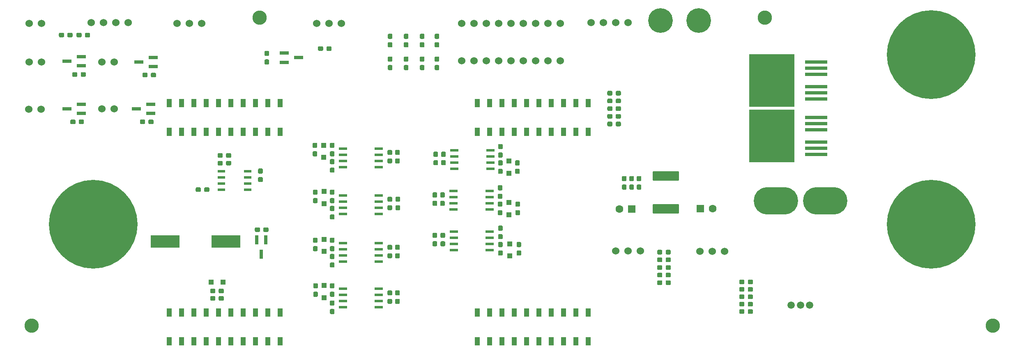
<source format=gbr>
G04 #@! TF.GenerationSoftware,KiCad,Pcbnew,(5.0.0)*
G04 #@! TF.CreationDate,2018-12-16T00:32:28-06:00*
G04 #@! TF.ProjectId,BMS_Hardware,424D535F48617264776172652E6B6963,rev?*
G04 #@! TF.SameCoordinates,Original*
G04 #@! TF.FileFunction,Soldermask,Top*
G04 #@! TF.FilePolarity,Negative*
%FSLAX46Y46*%
G04 Gerber Fmt 4.6, Leading zero omitted, Abs format (unit mm)*
G04 Created by KiCad (PCBNEW (5.0.0)) date 12/16/18 00:32:28*
%MOMM*%
%LPD*%
G01*
G04 APERTURE LIST*
%ADD10C,0.100000*%
%ADD11C,0.950000*%
%ADD12R,1.000000X1.000000*%
%ADD13C,1.501140*%
%ADD14O,9.144000X5.588000*%
%ADD15C,2.946400*%
%ADD16R,6.000000X2.500000*%
%ADD17C,1.524000*%
%ADD18R,0.990600X1.778000*%
%ADD19R,1.900000X0.800000*%
%ADD20R,0.800000X1.900000*%
%ADD21R,1.550000X0.600000*%
%ADD22C,18.288000*%
%ADD23C,1.600000*%
%ADD24R,1.600000X1.600000*%
%ADD25C,1.925000*%
%ADD26R,4.600000X0.800000*%
%ADD27R,9.400000X10.800000*%
%ADD28R,1.750000X0.550000*%
%ADD29C,5.080000*%
G04 APERTURE END LIST*
D10*
G04 #@! TO.C,R8*
G36*
X109480779Y-93597144D02*
X109503834Y-93600563D01*
X109526443Y-93606227D01*
X109548387Y-93614079D01*
X109569457Y-93624044D01*
X109589448Y-93636026D01*
X109608168Y-93649910D01*
X109625438Y-93665562D01*
X109641090Y-93682832D01*
X109654974Y-93701552D01*
X109666956Y-93721543D01*
X109676921Y-93742613D01*
X109684773Y-93764557D01*
X109690437Y-93787166D01*
X109693856Y-93810221D01*
X109695000Y-93833500D01*
X109695000Y-94408500D01*
X109693856Y-94431779D01*
X109690437Y-94454834D01*
X109684773Y-94477443D01*
X109676921Y-94499387D01*
X109666956Y-94520457D01*
X109654974Y-94540448D01*
X109641090Y-94559168D01*
X109625438Y-94576438D01*
X109608168Y-94592090D01*
X109589448Y-94605974D01*
X109569457Y-94617956D01*
X109548387Y-94627921D01*
X109526443Y-94635773D01*
X109503834Y-94641437D01*
X109480779Y-94644856D01*
X109457500Y-94646000D01*
X108982500Y-94646000D01*
X108959221Y-94644856D01*
X108936166Y-94641437D01*
X108913557Y-94635773D01*
X108891613Y-94627921D01*
X108870543Y-94617956D01*
X108850552Y-94605974D01*
X108831832Y-94592090D01*
X108814562Y-94576438D01*
X108798910Y-94559168D01*
X108785026Y-94540448D01*
X108773044Y-94520457D01*
X108763079Y-94499387D01*
X108755227Y-94477443D01*
X108749563Y-94454834D01*
X108746144Y-94431779D01*
X108745000Y-94408500D01*
X108745000Y-93833500D01*
X108746144Y-93810221D01*
X108749563Y-93787166D01*
X108755227Y-93764557D01*
X108763079Y-93742613D01*
X108773044Y-93721543D01*
X108785026Y-93701552D01*
X108798910Y-93682832D01*
X108814562Y-93665562D01*
X108831832Y-93649910D01*
X108850552Y-93636026D01*
X108870543Y-93624044D01*
X108891613Y-93614079D01*
X108913557Y-93606227D01*
X108936166Y-93600563D01*
X108959221Y-93597144D01*
X108982500Y-93596000D01*
X109457500Y-93596000D01*
X109480779Y-93597144D01*
X109480779Y-93597144D01*
G37*
D11*
X109220000Y-94121000D03*
D10*
G36*
X109480779Y-95347144D02*
X109503834Y-95350563D01*
X109526443Y-95356227D01*
X109548387Y-95364079D01*
X109569457Y-95374044D01*
X109589448Y-95386026D01*
X109608168Y-95399910D01*
X109625438Y-95415562D01*
X109641090Y-95432832D01*
X109654974Y-95451552D01*
X109666956Y-95471543D01*
X109676921Y-95492613D01*
X109684773Y-95514557D01*
X109690437Y-95537166D01*
X109693856Y-95560221D01*
X109695000Y-95583500D01*
X109695000Y-96158500D01*
X109693856Y-96181779D01*
X109690437Y-96204834D01*
X109684773Y-96227443D01*
X109676921Y-96249387D01*
X109666956Y-96270457D01*
X109654974Y-96290448D01*
X109641090Y-96309168D01*
X109625438Y-96326438D01*
X109608168Y-96342090D01*
X109589448Y-96355974D01*
X109569457Y-96367956D01*
X109548387Y-96377921D01*
X109526443Y-96385773D01*
X109503834Y-96391437D01*
X109480779Y-96394856D01*
X109457500Y-96396000D01*
X108982500Y-96396000D01*
X108959221Y-96394856D01*
X108936166Y-96391437D01*
X108913557Y-96385773D01*
X108891613Y-96377921D01*
X108870543Y-96367956D01*
X108850552Y-96355974D01*
X108831832Y-96342090D01*
X108814562Y-96326438D01*
X108798910Y-96309168D01*
X108785026Y-96290448D01*
X108773044Y-96270457D01*
X108763079Y-96249387D01*
X108755227Y-96227443D01*
X108749563Y-96204834D01*
X108746144Y-96181779D01*
X108745000Y-96158500D01*
X108745000Y-95583500D01*
X108746144Y-95560221D01*
X108749563Y-95537166D01*
X108755227Y-95514557D01*
X108763079Y-95492613D01*
X108773044Y-95471543D01*
X108785026Y-95451552D01*
X108798910Y-95432832D01*
X108814562Y-95415562D01*
X108831832Y-95399910D01*
X108850552Y-95386026D01*
X108870543Y-95374044D01*
X108891613Y-95364079D01*
X108913557Y-95356227D01*
X108936166Y-95350563D01*
X108959221Y-95347144D01*
X108982500Y-95346000D01*
X109457500Y-95346000D01*
X109480779Y-95347144D01*
X109480779Y-95347144D01*
G37*
D11*
X109220000Y-95871000D03*
G04 #@! TD*
D12*
G04 #@! TO.C,D14*
X107442000Y-84475000D03*
X107442000Y-86975000D03*
G04 #@! TD*
G04 #@! TO.C,D15*
X107505500Y-94000000D03*
X107505500Y-96500000D03*
G04 #@! TD*
G04 #@! TO.C,D16*
X107505500Y-103842500D03*
X107505500Y-106342500D03*
G04 #@! TD*
G04 #@! TO.C,D17*
X107505500Y-113367500D03*
X107505500Y-115867500D03*
G04 #@! TD*
G04 #@! TO.C,D18*
X145796000Y-107295000D03*
X145796000Y-104795000D03*
G04 #@! TD*
G04 #@! TO.C,D19*
X145669000Y-98786000D03*
X145669000Y-96286000D03*
G04 #@! TD*
G04 #@! TO.C,D20*
X145605500Y-90213500D03*
X145605500Y-87713500D03*
G04 #@! TD*
G04 #@! TO.C,D22*
X84221000Y-112712500D03*
X86721000Y-112712500D03*
G04 #@! TD*
D13*
G04 #@! TO.C,U1*
X203829920Y-117381020D03*
X207650080Y-117381020D03*
X205740000Y-117381020D03*
D14*
X210820000Y-95885000D03*
X200660000Y-95885000D03*
G04 #@! TD*
D15*
G04 #@! TO.C,REF\002A\002A*
X198374000Y-58166000D03*
G04 #@! TD*
G04 #@! TO.C,REF\002A\002A*
X94234000Y-58166000D03*
G04 #@! TD*
G04 #@! TO.C,REF\002A\002A*
X47244000Y-121666000D03*
G04 #@! TD*
D10*
G04 #@! TO.C,D8*
G36*
X132404279Y-85786644D02*
X132427334Y-85790063D01*
X132449943Y-85795727D01*
X132471887Y-85803579D01*
X132492957Y-85813544D01*
X132512948Y-85825526D01*
X132531668Y-85839410D01*
X132548938Y-85855062D01*
X132564590Y-85872332D01*
X132578474Y-85891052D01*
X132590456Y-85911043D01*
X132600421Y-85932113D01*
X132608273Y-85954057D01*
X132613937Y-85976666D01*
X132617356Y-85999721D01*
X132618500Y-86023000D01*
X132618500Y-86598000D01*
X132617356Y-86621279D01*
X132613937Y-86644334D01*
X132608273Y-86666943D01*
X132600421Y-86688887D01*
X132590456Y-86709957D01*
X132578474Y-86729948D01*
X132564590Y-86748668D01*
X132548938Y-86765938D01*
X132531668Y-86781590D01*
X132512948Y-86795474D01*
X132492957Y-86807456D01*
X132471887Y-86817421D01*
X132449943Y-86825273D01*
X132427334Y-86830937D01*
X132404279Y-86834356D01*
X132381000Y-86835500D01*
X131906000Y-86835500D01*
X131882721Y-86834356D01*
X131859666Y-86830937D01*
X131837057Y-86825273D01*
X131815113Y-86817421D01*
X131794043Y-86807456D01*
X131774052Y-86795474D01*
X131755332Y-86781590D01*
X131738062Y-86765938D01*
X131722410Y-86748668D01*
X131708526Y-86729948D01*
X131696544Y-86709957D01*
X131686579Y-86688887D01*
X131678727Y-86666943D01*
X131673063Y-86644334D01*
X131669644Y-86621279D01*
X131668500Y-86598000D01*
X131668500Y-86023000D01*
X131669644Y-85999721D01*
X131673063Y-85976666D01*
X131678727Y-85954057D01*
X131686579Y-85932113D01*
X131696544Y-85911043D01*
X131708526Y-85891052D01*
X131722410Y-85872332D01*
X131738062Y-85855062D01*
X131755332Y-85839410D01*
X131774052Y-85825526D01*
X131794043Y-85813544D01*
X131815113Y-85803579D01*
X131837057Y-85795727D01*
X131859666Y-85790063D01*
X131882721Y-85786644D01*
X131906000Y-85785500D01*
X132381000Y-85785500D01*
X132404279Y-85786644D01*
X132404279Y-85786644D01*
G37*
D11*
X132143500Y-86310500D03*
D10*
G36*
X132404279Y-87536644D02*
X132427334Y-87540063D01*
X132449943Y-87545727D01*
X132471887Y-87553579D01*
X132492957Y-87563544D01*
X132512948Y-87575526D01*
X132531668Y-87589410D01*
X132548938Y-87605062D01*
X132564590Y-87622332D01*
X132578474Y-87641052D01*
X132590456Y-87661043D01*
X132600421Y-87682113D01*
X132608273Y-87704057D01*
X132613937Y-87726666D01*
X132617356Y-87749721D01*
X132618500Y-87773000D01*
X132618500Y-88348000D01*
X132617356Y-88371279D01*
X132613937Y-88394334D01*
X132608273Y-88416943D01*
X132600421Y-88438887D01*
X132590456Y-88459957D01*
X132578474Y-88479948D01*
X132564590Y-88498668D01*
X132548938Y-88515938D01*
X132531668Y-88531590D01*
X132512948Y-88545474D01*
X132492957Y-88557456D01*
X132471887Y-88567421D01*
X132449943Y-88575273D01*
X132427334Y-88580937D01*
X132404279Y-88584356D01*
X132381000Y-88585500D01*
X131906000Y-88585500D01*
X131882721Y-88584356D01*
X131859666Y-88580937D01*
X131837057Y-88575273D01*
X131815113Y-88567421D01*
X131794043Y-88557456D01*
X131774052Y-88545474D01*
X131755332Y-88531590D01*
X131738062Y-88515938D01*
X131722410Y-88498668D01*
X131708526Y-88479948D01*
X131696544Y-88459957D01*
X131686579Y-88438887D01*
X131678727Y-88416943D01*
X131673063Y-88394334D01*
X131669644Y-88371279D01*
X131668500Y-88348000D01*
X131668500Y-87773000D01*
X131669644Y-87749721D01*
X131673063Y-87726666D01*
X131678727Y-87704057D01*
X131686579Y-87682113D01*
X131696544Y-87661043D01*
X131708526Y-87641052D01*
X131722410Y-87622332D01*
X131738062Y-87605062D01*
X131755332Y-87589410D01*
X131774052Y-87575526D01*
X131794043Y-87563544D01*
X131815113Y-87553579D01*
X131837057Y-87545727D01*
X131859666Y-87540063D01*
X131882721Y-87536644D01*
X131906000Y-87535500D01*
X132381000Y-87535500D01*
X132404279Y-87536644D01*
X132404279Y-87536644D01*
G37*
D11*
X132143500Y-88060500D03*
G04 #@! TD*
D16*
G04 #@! TO.C,B1*
X74749000Y-104267000D03*
X87349000Y-104267000D03*
G04 #@! TD*
D10*
G04 #@! TO.C,R23*
G36*
X86656779Y-115540644D02*
X86679834Y-115544063D01*
X86702443Y-115549727D01*
X86724387Y-115557579D01*
X86745457Y-115567544D01*
X86765448Y-115579526D01*
X86784168Y-115593410D01*
X86801438Y-115609062D01*
X86817090Y-115626332D01*
X86830974Y-115645052D01*
X86842956Y-115665043D01*
X86852921Y-115686113D01*
X86860773Y-115708057D01*
X86866437Y-115730666D01*
X86869856Y-115753721D01*
X86871000Y-115777000D01*
X86871000Y-116252000D01*
X86869856Y-116275279D01*
X86866437Y-116298334D01*
X86860773Y-116320943D01*
X86852921Y-116342887D01*
X86842956Y-116363957D01*
X86830974Y-116383948D01*
X86817090Y-116402668D01*
X86801438Y-116419938D01*
X86784168Y-116435590D01*
X86765448Y-116449474D01*
X86745457Y-116461456D01*
X86724387Y-116471421D01*
X86702443Y-116479273D01*
X86679834Y-116484937D01*
X86656779Y-116488356D01*
X86633500Y-116489500D01*
X86058500Y-116489500D01*
X86035221Y-116488356D01*
X86012166Y-116484937D01*
X85989557Y-116479273D01*
X85967613Y-116471421D01*
X85946543Y-116461456D01*
X85926552Y-116449474D01*
X85907832Y-116435590D01*
X85890562Y-116419938D01*
X85874910Y-116402668D01*
X85861026Y-116383948D01*
X85849044Y-116363957D01*
X85839079Y-116342887D01*
X85831227Y-116320943D01*
X85825563Y-116298334D01*
X85822144Y-116275279D01*
X85821000Y-116252000D01*
X85821000Y-115777000D01*
X85822144Y-115753721D01*
X85825563Y-115730666D01*
X85831227Y-115708057D01*
X85839079Y-115686113D01*
X85849044Y-115665043D01*
X85861026Y-115645052D01*
X85874910Y-115626332D01*
X85890562Y-115609062D01*
X85907832Y-115593410D01*
X85926552Y-115579526D01*
X85946543Y-115567544D01*
X85967613Y-115557579D01*
X85989557Y-115549727D01*
X86012166Y-115544063D01*
X86035221Y-115540644D01*
X86058500Y-115539500D01*
X86633500Y-115539500D01*
X86656779Y-115540644D01*
X86656779Y-115540644D01*
G37*
D11*
X86346000Y-116014500D03*
D10*
G36*
X84906779Y-115540644D02*
X84929834Y-115544063D01*
X84952443Y-115549727D01*
X84974387Y-115557579D01*
X84995457Y-115567544D01*
X85015448Y-115579526D01*
X85034168Y-115593410D01*
X85051438Y-115609062D01*
X85067090Y-115626332D01*
X85080974Y-115645052D01*
X85092956Y-115665043D01*
X85102921Y-115686113D01*
X85110773Y-115708057D01*
X85116437Y-115730666D01*
X85119856Y-115753721D01*
X85121000Y-115777000D01*
X85121000Y-116252000D01*
X85119856Y-116275279D01*
X85116437Y-116298334D01*
X85110773Y-116320943D01*
X85102921Y-116342887D01*
X85092956Y-116363957D01*
X85080974Y-116383948D01*
X85067090Y-116402668D01*
X85051438Y-116419938D01*
X85034168Y-116435590D01*
X85015448Y-116449474D01*
X84995457Y-116461456D01*
X84974387Y-116471421D01*
X84952443Y-116479273D01*
X84929834Y-116484937D01*
X84906779Y-116488356D01*
X84883500Y-116489500D01*
X84308500Y-116489500D01*
X84285221Y-116488356D01*
X84262166Y-116484937D01*
X84239557Y-116479273D01*
X84217613Y-116471421D01*
X84196543Y-116461456D01*
X84176552Y-116449474D01*
X84157832Y-116435590D01*
X84140562Y-116419938D01*
X84124910Y-116402668D01*
X84111026Y-116383948D01*
X84099044Y-116363957D01*
X84089079Y-116342887D01*
X84081227Y-116320943D01*
X84075563Y-116298334D01*
X84072144Y-116275279D01*
X84071000Y-116252000D01*
X84071000Y-115777000D01*
X84072144Y-115753721D01*
X84075563Y-115730666D01*
X84081227Y-115708057D01*
X84089079Y-115686113D01*
X84099044Y-115665043D01*
X84111026Y-115645052D01*
X84124910Y-115626332D01*
X84140562Y-115609062D01*
X84157832Y-115593410D01*
X84176552Y-115579526D01*
X84196543Y-115567544D01*
X84217613Y-115557579D01*
X84239557Y-115549727D01*
X84262166Y-115544063D01*
X84285221Y-115540644D01*
X84308500Y-115539500D01*
X84883500Y-115539500D01*
X84906779Y-115540644D01*
X84906779Y-115540644D01*
G37*
D11*
X84596000Y-116014500D03*
G04 #@! TD*
D17*
G04 #@! TO.C,Conn2*
X156210000Y-59309000D03*
X153670000Y-59309000D03*
X151130000Y-59309000D03*
X148590000Y-59309000D03*
X146050000Y-59309000D03*
X143510000Y-59309000D03*
X140970000Y-59309000D03*
X138430000Y-59309000D03*
X135890000Y-59309000D03*
G04 #@! TD*
G04 #@! TO.C,Conn1*
X135890000Y-67056000D03*
X138430000Y-67056000D03*
X140970000Y-67056000D03*
X143510000Y-67056000D03*
X146050000Y-67056000D03*
X148590000Y-67056000D03*
X151130000Y-67056000D03*
X153670000Y-67056000D03*
X156210000Y-67056000D03*
G04 #@! TD*
D18*
G04 #@! TO.C,U21*
X98501200Y-75793600D03*
X95961200Y-75793600D03*
X93421200Y-75793600D03*
X90881200Y-75793600D03*
X88341200Y-75793600D03*
X85801200Y-75793600D03*
X83261200Y-75793600D03*
X80721200Y-75793600D03*
X78181200Y-75793600D03*
X75641200Y-75793600D03*
X98501200Y-81686400D03*
X95961200Y-81686400D03*
X93421200Y-81686400D03*
X90881200Y-81686400D03*
X88341200Y-81686400D03*
X85801200Y-81686400D03*
X83261200Y-81686400D03*
X80721200Y-81686400D03*
X78181200Y-81686400D03*
X75641200Y-81686400D03*
X98501200Y-124866400D03*
X95961200Y-124866400D03*
X93421200Y-124866400D03*
X90881200Y-124866400D03*
X88341200Y-124866400D03*
X85801200Y-124866400D03*
X83261200Y-124866400D03*
X80721200Y-124866400D03*
X78181200Y-124866400D03*
X75641200Y-124866400D03*
X98501200Y-118973600D03*
X95961200Y-118973600D03*
X93421200Y-118973600D03*
X90881200Y-118973600D03*
X88341200Y-118973600D03*
X85801200Y-118973600D03*
X83261200Y-118973600D03*
X80721200Y-118973600D03*
X78181200Y-118973600D03*
X75641200Y-118973600D03*
X144221200Y-75793600D03*
X141681200Y-75793600D03*
X139141200Y-75793600D03*
X162001200Y-81686400D03*
X159461200Y-81686400D03*
X156921200Y-81686400D03*
X154381200Y-81686400D03*
X151841200Y-81686400D03*
X149301200Y-81686400D03*
X146761200Y-81686400D03*
X144221200Y-81686400D03*
X141681200Y-81686400D03*
X139141200Y-81686400D03*
X162001200Y-124866400D03*
X156921200Y-124866400D03*
X151841200Y-124866400D03*
X149301200Y-124866400D03*
X146761200Y-124866400D03*
X144221200Y-124866400D03*
X141681200Y-124866400D03*
X162001200Y-118973600D03*
X156921200Y-118973600D03*
X146761200Y-118973600D03*
X144221200Y-118973600D03*
X141681200Y-118973600D03*
X139141200Y-118973600D03*
X151841200Y-118973600D03*
X154381200Y-118973600D03*
X159461200Y-124866400D03*
X146761200Y-75793600D03*
X149301200Y-75793600D03*
X159461200Y-118973600D03*
X154381200Y-124866400D03*
X156921200Y-75793600D03*
X154381200Y-75793600D03*
X149301200Y-118973600D03*
X151841200Y-75793600D03*
X159461200Y-75793600D03*
X162001200Y-75793600D03*
X139141200Y-124866400D03*
G04 #@! TD*
D19*
G04 #@! TO.C,Q1*
X54507000Y-67119500D03*
X57507000Y-66169500D03*
X57507000Y-68069500D03*
G04 #@! TD*
G04 #@! TO.C,Q2*
X99328049Y-65446607D03*
X99328049Y-67346607D03*
X102328049Y-66396607D03*
G04 #@! TD*
D20*
G04 #@! TO.C,Q3*
X95565000Y-103935400D03*
X93665000Y-103935400D03*
X94615000Y-106935400D03*
G04 #@! TD*
D19*
G04 #@! TO.C,Q4*
X72366000Y-68260000D03*
X72366000Y-66360000D03*
X69366000Y-67310000D03*
G04 #@! TD*
G04 #@! TO.C,Q5*
X54507000Y-76962000D03*
X57507000Y-76012000D03*
X57507000Y-77912000D03*
G04 #@! TD*
G04 #@! TO.C,Q8*
X68858000Y-76962000D03*
X71858000Y-76012000D03*
X71858000Y-77912000D03*
G04 #@! TD*
D17*
G04 #@! TO.C,U2*
X46736000Y-67310000D03*
X49276000Y-67310000D03*
G04 #@! TD*
G04 #@! TO.C,U4*
X64262000Y-67310000D03*
X61722000Y-67310000D03*
G04 #@! TD*
G04 #@! TO.C,U5*
X170180000Y-59182000D03*
X167640000Y-59182000D03*
X165100000Y-59182000D03*
X162560000Y-59182000D03*
X162560000Y-59182000D03*
G04 #@! TD*
D21*
G04 #@! TO.C,U6*
X91765100Y-89776300D03*
X91765100Y-91046300D03*
X91765100Y-92316300D03*
X91765100Y-93586300D03*
X86365100Y-93586300D03*
X86365100Y-92316300D03*
X86365100Y-91046300D03*
X86365100Y-89776300D03*
G04 #@! TD*
D17*
G04 #@! TO.C,U7*
X49276000Y-59309000D03*
X46736000Y-59309000D03*
G04 #@! TD*
G04 #@! TO.C,U8*
X46685200Y-77012800D03*
X49225200Y-77012800D03*
G04 #@! TD*
G04 #@! TO.C,U10*
X59563000Y-59182000D03*
X59563000Y-59182000D03*
X62103000Y-59182000D03*
X64643000Y-59182000D03*
X67183000Y-59182000D03*
G04 #@! TD*
G04 #@! TO.C,U11*
X106045000Y-59309000D03*
X108585000Y-59309000D03*
X111125000Y-59309000D03*
G04 #@! TD*
G04 #@! TO.C,U12*
X64262000Y-76962000D03*
X61722000Y-76962000D03*
G04 #@! TD*
G04 #@! TO.C,U17*
X82296000Y-59309000D03*
X79756000Y-59309000D03*
X77216000Y-59309000D03*
G04 #@! TD*
G04 #@! TO.C,U18*
X167690800Y-106273600D03*
X170230800Y-106273600D03*
X172770800Y-106273600D03*
G04 #@! TD*
D22*
G04 #@! TO.C,V1*
X59944000Y-100711000D03*
G04 #@! TD*
G04 #@! TO.C,V2*
X232664000Y-100711000D03*
G04 #@! TD*
G04 #@! TO.C,V3*
X232664000Y-65786000D03*
G04 #@! TD*
D10*
G04 #@! TO.C,C1*
G36*
X166758279Y-79599644D02*
X166781334Y-79603063D01*
X166803943Y-79608727D01*
X166825887Y-79616579D01*
X166846957Y-79626544D01*
X166866948Y-79638526D01*
X166885668Y-79652410D01*
X166902938Y-79668062D01*
X166918590Y-79685332D01*
X166932474Y-79704052D01*
X166944456Y-79724043D01*
X166954421Y-79745113D01*
X166962273Y-79767057D01*
X166967937Y-79789666D01*
X166971356Y-79812721D01*
X166972500Y-79836000D01*
X166972500Y-80311000D01*
X166971356Y-80334279D01*
X166967937Y-80357334D01*
X166962273Y-80379943D01*
X166954421Y-80401887D01*
X166944456Y-80422957D01*
X166932474Y-80442948D01*
X166918590Y-80461668D01*
X166902938Y-80478938D01*
X166885668Y-80494590D01*
X166866948Y-80508474D01*
X166846957Y-80520456D01*
X166825887Y-80530421D01*
X166803943Y-80538273D01*
X166781334Y-80543937D01*
X166758279Y-80547356D01*
X166735000Y-80548500D01*
X166160000Y-80548500D01*
X166136721Y-80547356D01*
X166113666Y-80543937D01*
X166091057Y-80538273D01*
X166069113Y-80530421D01*
X166048043Y-80520456D01*
X166028052Y-80508474D01*
X166009332Y-80494590D01*
X165992062Y-80478938D01*
X165976410Y-80461668D01*
X165962526Y-80442948D01*
X165950544Y-80422957D01*
X165940579Y-80401887D01*
X165932727Y-80379943D01*
X165927063Y-80357334D01*
X165923644Y-80334279D01*
X165922500Y-80311000D01*
X165922500Y-79836000D01*
X165923644Y-79812721D01*
X165927063Y-79789666D01*
X165932727Y-79767057D01*
X165940579Y-79745113D01*
X165950544Y-79724043D01*
X165962526Y-79704052D01*
X165976410Y-79685332D01*
X165992062Y-79668062D01*
X166009332Y-79652410D01*
X166028052Y-79638526D01*
X166048043Y-79626544D01*
X166069113Y-79616579D01*
X166091057Y-79608727D01*
X166113666Y-79603063D01*
X166136721Y-79599644D01*
X166160000Y-79598500D01*
X166735000Y-79598500D01*
X166758279Y-79599644D01*
X166758279Y-79599644D01*
G37*
D11*
X166447500Y-80073500D03*
D10*
G36*
X168508279Y-79599644D02*
X168531334Y-79603063D01*
X168553943Y-79608727D01*
X168575887Y-79616579D01*
X168596957Y-79626544D01*
X168616948Y-79638526D01*
X168635668Y-79652410D01*
X168652938Y-79668062D01*
X168668590Y-79685332D01*
X168682474Y-79704052D01*
X168694456Y-79724043D01*
X168704421Y-79745113D01*
X168712273Y-79767057D01*
X168717937Y-79789666D01*
X168721356Y-79812721D01*
X168722500Y-79836000D01*
X168722500Y-80311000D01*
X168721356Y-80334279D01*
X168717937Y-80357334D01*
X168712273Y-80379943D01*
X168704421Y-80401887D01*
X168694456Y-80422957D01*
X168682474Y-80442948D01*
X168668590Y-80461668D01*
X168652938Y-80478938D01*
X168635668Y-80494590D01*
X168616948Y-80508474D01*
X168596957Y-80520456D01*
X168575887Y-80530421D01*
X168553943Y-80538273D01*
X168531334Y-80543937D01*
X168508279Y-80547356D01*
X168485000Y-80548500D01*
X167910000Y-80548500D01*
X167886721Y-80547356D01*
X167863666Y-80543937D01*
X167841057Y-80538273D01*
X167819113Y-80530421D01*
X167798043Y-80520456D01*
X167778052Y-80508474D01*
X167759332Y-80494590D01*
X167742062Y-80478938D01*
X167726410Y-80461668D01*
X167712526Y-80442948D01*
X167700544Y-80422957D01*
X167690579Y-80401887D01*
X167682727Y-80379943D01*
X167677063Y-80357334D01*
X167673644Y-80334279D01*
X167672500Y-80311000D01*
X167672500Y-79836000D01*
X167673644Y-79812721D01*
X167677063Y-79789666D01*
X167682727Y-79767057D01*
X167690579Y-79745113D01*
X167700544Y-79724043D01*
X167712526Y-79704052D01*
X167726410Y-79685332D01*
X167742062Y-79668062D01*
X167759332Y-79652410D01*
X167778052Y-79638526D01*
X167798043Y-79626544D01*
X167819113Y-79616579D01*
X167841057Y-79608727D01*
X167863666Y-79603063D01*
X167886721Y-79599644D01*
X167910000Y-79598500D01*
X168485000Y-79598500D01*
X168508279Y-79599644D01*
X168508279Y-79599644D01*
G37*
D11*
X168197500Y-80073500D03*
G04 #@! TD*
D10*
G04 #@! TO.C,C2*
G36*
X144151779Y-84199144D02*
X144174834Y-84202563D01*
X144197443Y-84208227D01*
X144219387Y-84216079D01*
X144240457Y-84226044D01*
X144260448Y-84238026D01*
X144279168Y-84251910D01*
X144296438Y-84267562D01*
X144312090Y-84284832D01*
X144325974Y-84303552D01*
X144337956Y-84323543D01*
X144347921Y-84344613D01*
X144355773Y-84366557D01*
X144361437Y-84389166D01*
X144364856Y-84412221D01*
X144366000Y-84435500D01*
X144366000Y-85010500D01*
X144364856Y-85033779D01*
X144361437Y-85056834D01*
X144355773Y-85079443D01*
X144347921Y-85101387D01*
X144337956Y-85122457D01*
X144325974Y-85142448D01*
X144312090Y-85161168D01*
X144296438Y-85178438D01*
X144279168Y-85194090D01*
X144260448Y-85207974D01*
X144240457Y-85219956D01*
X144219387Y-85229921D01*
X144197443Y-85237773D01*
X144174834Y-85243437D01*
X144151779Y-85246856D01*
X144128500Y-85248000D01*
X143653500Y-85248000D01*
X143630221Y-85246856D01*
X143607166Y-85243437D01*
X143584557Y-85237773D01*
X143562613Y-85229921D01*
X143541543Y-85219956D01*
X143521552Y-85207974D01*
X143502832Y-85194090D01*
X143485562Y-85178438D01*
X143469910Y-85161168D01*
X143456026Y-85142448D01*
X143444044Y-85122457D01*
X143434079Y-85101387D01*
X143426227Y-85079443D01*
X143420563Y-85056834D01*
X143417144Y-85033779D01*
X143416000Y-85010500D01*
X143416000Y-84435500D01*
X143417144Y-84412221D01*
X143420563Y-84389166D01*
X143426227Y-84366557D01*
X143434079Y-84344613D01*
X143444044Y-84323543D01*
X143456026Y-84303552D01*
X143469910Y-84284832D01*
X143485562Y-84267562D01*
X143502832Y-84251910D01*
X143521552Y-84238026D01*
X143541543Y-84226044D01*
X143562613Y-84216079D01*
X143584557Y-84208227D01*
X143607166Y-84202563D01*
X143630221Y-84199144D01*
X143653500Y-84198000D01*
X144128500Y-84198000D01*
X144151779Y-84199144D01*
X144151779Y-84199144D01*
G37*
D11*
X143891000Y-84723000D03*
D10*
G36*
X144151779Y-85949144D02*
X144174834Y-85952563D01*
X144197443Y-85958227D01*
X144219387Y-85966079D01*
X144240457Y-85976044D01*
X144260448Y-85988026D01*
X144279168Y-86001910D01*
X144296438Y-86017562D01*
X144312090Y-86034832D01*
X144325974Y-86053552D01*
X144337956Y-86073543D01*
X144347921Y-86094613D01*
X144355773Y-86116557D01*
X144361437Y-86139166D01*
X144364856Y-86162221D01*
X144366000Y-86185500D01*
X144366000Y-86760500D01*
X144364856Y-86783779D01*
X144361437Y-86806834D01*
X144355773Y-86829443D01*
X144347921Y-86851387D01*
X144337956Y-86872457D01*
X144325974Y-86892448D01*
X144312090Y-86911168D01*
X144296438Y-86928438D01*
X144279168Y-86944090D01*
X144260448Y-86957974D01*
X144240457Y-86969956D01*
X144219387Y-86979921D01*
X144197443Y-86987773D01*
X144174834Y-86993437D01*
X144151779Y-86996856D01*
X144128500Y-86998000D01*
X143653500Y-86998000D01*
X143630221Y-86996856D01*
X143607166Y-86993437D01*
X143584557Y-86987773D01*
X143562613Y-86979921D01*
X143541543Y-86969956D01*
X143521552Y-86957974D01*
X143502832Y-86944090D01*
X143485562Y-86928438D01*
X143469910Y-86911168D01*
X143456026Y-86892448D01*
X143444044Y-86872457D01*
X143434079Y-86851387D01*
X143426227Y-86829443D01*
X143420563Y-86806834D01*
X143417144Y-86783779D01*
X143416000Y-86760500D01*
X143416000Y-86185500D01*
X143417144Y-86162221D01*
X143420563Y-86139166D01*
X143426227Y-86116557D01*
X143434079Y-86094613D01*
X143444044Y-86073543D01*
X143456026Y-86053552D01*
X143469910Y-86034832D01*
X143485562Y-86017562D01*
X143502832Y-86001910D01*
X143521552Y-85988026D01*
X143541543Y-85976044D01*
X143562613Y-85966079D01*
X143584557Y-85958227D01*
X143607166Y-85952563D01*
X143630221Y-85949144D01*
X143653500Y-85948000D01*
X144128500Y-85948000D01*
X144151779Y-85949144D01*
X144151779Y-85949144D01*
G37*
D11*
X143891000Y-86473000D03*
G04 #@! TD*
D10*
G04 #@! TO.C,C3*
G36*
X144088279Y-94458144D02*
X144111334Y-94461563D01*
X144133943Y-94467227D01*
X144155887Y-94475079D01*
X144176957Y-94485044D01*
X144196948Y-94497026D01*
X144215668Y-94510910D01*
X144232938Y-94526562D01*
X144248590Y-94543832D01*
X144262474Y-94562552D01*
X144274456Y-94582543D01*
X144284421Y-94603613D01*
X144292273Y-94625557D01*
X144297937Y-94648166D01*
X144301356Y-94671221D01*
X144302500Y-94694500D01*
X144302500Y-95269500D01*
X144301356Y-95292779D01*
X144297937Y-95315834D01*
X144292273Y-95338443D01*
X144284421Y-95360387D01*
X144274456Y-95381457D01*
X144262474Y-95401448D01*
X144248590Y-95420168D01*
X144232938Y-95437438D01*
X144215668Y-95453090D01*
X144196948Y-95466974D01*
X144176957Y-95478956D01*
X144155887Y-95488921D01*
X144133943Y-95496773D01*
X144111334Y-95502437D01*
X144088279Y-95505856D01*
X144065000Y-95507000D01*
X143590000Y-95507000D01*
X143566721Y-95505856D01*
X143543666Y-95502437D01*
X143521057Y-95496773D01*
X143499113Y-95488921D01*
X143478043Y-95478956D01*
X143458052Y-95466974D01*
X143439332Y-95453090D01*
X143422062Y-95437438D01*
X143406410Y-95420168D01*
X143392526Y-95401448D01*
X143380544Y-95381457D01*
X143370579Y-95360387D01*
X143362727Y-95338443D01*
X143357063Y-95315834D01*
X143353644Y-95292779D01*
X143352500Y-95269500D01*
X143352500Y-94694500D01*
X143353644Y-94671221D01*
X143357063Y-94648166D01*
X143362727Y-94625557D01*
X143370579Y-94603613D01*
X143380544Y-94582543D01*
X143392526Y-94562552D01*
X143406410Y-94543832D01*
X143422062Y-94526562D01*
X143439332Y-94510910D01*
X143458052Y-94497026D01*
X143478043Y-94485044D01*
X143499113Y-94475079D01*
X143521057Y-94467227D01*
X143543666Y-94461563D01*
X143566721Y-94458144D01*
X143590000Y-94457000D01*
X144065000Y-94457000D01*
X144088279Y-94458144D01*
X144088279Y-94458144D01*
G37*
D11*
X143827500Y-94982000D03*
D10*
G36*
X144088279Y-92708144D02*
X144111334Y-92711563D01*
X144133943Y-92717227D01*
X144155887Y-92725079D01*
X144176957Y-92735044D01*
X144196948Y-92747026D01*
X144215668Y-92760910D01*
X144232938Y-92776562D01*
X144248590Y-92793832D01*
X144262474Y-92812552D01*
X144274456Y-92832543D01*
X144284421Y-92853613D01*
X144292273Y-92875557D01*
X144297937Y-92898166D01*
X144301356Y-92921221D01*
X144302500Y-92944500D01*
X144302500Y-93519500D01*
X144301356Y-93542779D01*
X144297937Y-93565834D01*
X144292273Y-93588443D01*
X144284421Y-93610387D01*
X144274456Y-93631457D01*
X144262474Y-93651448D01*
X144248590Y-93670168D01*
X144232938Y-93687438D01*
X144215668Y-93703090D01*
X144196948Y-93716974D01*
X144176957Y-93728956D01*
X144155887Y-93738921D01*
X144133943Y-93746773D01*
X144111334Y-93752437D01*
X144088279Y-93755856D01*
X144065000Y-93757000D01*
X143590000Y-93757000D01*
X143566721Y-93755856D01*
X143543666Y-93752437D01*
X143521057Y-93746773D01*
X143499113Y-93738921D01*
X143478043Y-93728956D01*
X143458052Y-93716974D01*
X143439332Y-93703090D01*
X143422062Y-93687438D01*
X143406410Y-93670168D01*
X143392526Y-93651448D01*
X143380544Y-93631457D01*
X143370579Y-93610387D01*
X143362727Y-93588443D01*
X143357063Y-93565834D01*
X143353644Y-93542779D01*
X143352500Y-93519500D01*
X143352500Y-92944500D01*
X143353644Y-92921221D01*
X143357063Y-92898166D01*
X143362727Y-92875557D01*
X143370579Y-92853613D01*
X143380544Y-92832543D01*
X143392526Y-92812552D01*
X143406410Y-92793832D01*
X143422062Y-92776562D01*
X143439332Y-92760910D01*
X143458052Y-92747026D01*
X143478043Y-92735044D01*
X143499113Y-92725079D01*
X143521057Y-92717227D01*
X143543666Y-92711563D01*
X143566721Y-92708144D01*
X143590000Y-92707000D01*
X144065000Y-92707000D01*
X144088279Y-92708144D01*
X144088279Y-92708144D01*
G37*
D11*
X143827500Y-93232000D03*
G04 #@! TD*
D10*
G04 #@! TO.C,C4*
G36*
X144151779Y-101026644D02*
X144174834Y-101030063D01*
X144197443Y-101035727D01*
X144219387Y-101043579D01*
X144240457Y-101053544D01*
X144260448Y-101065526D01*
X144279168Y-101079410D01*
X144296438Y-101095062D01*
X144312090Y-101112332D01*
X144325974Y-101131052D01*
X144337956Y-101151043D01*
X144347921Y-101172113D01*
X144355773Y-101194057D01*
X144361437Y-101216666D01*
X144364856Y-101239721D01*
X144366000Y-101263000D01*
X144366000Y-101838000D01*
X144364856Y-101861279D01*
X144361437Y-101884334D01*
X144355773Y-101906943D01*
X144347921Y-101928887D01*
X144337956Y-101949957D01*
X144325974Y-101969948D01*
X144312090Y-101988668D01*
X144296438Y-102005938D01*
X144279168Y-102021590D01*
X144260448Y-102035474D01*
X144240457Y-102047456D01*
X144219387Y-102057421D01*
X144197443Y-102065273D01*
X144174834Y-102070937D01*
X144151779Y-102074356D01*
X144128500Y-102075500D01*
X143653500Y-102075500D01*
X143630221Y-102074356D01*
X143607166Y-102070937D01*
X143584557Y-102065273D01*
X143562613Y-102057421D01*
X143541543Y-102047456D01*
X143521552Y-102035474D01*
X143502832Y-102021590D01*
X143485562Y-102005938D01*
X143469910Y-101988668D01*
X143456026Y-101969948D01*
X143444044Y-101949957D01*
X143434079Y-101928887D01*
X143426227Y-101906943D01*
X143420563Y-101884334D01*
X143417144Y-101861279D01*
X143416000Y-101838000D01*
X143416000Y-101263000D01*
X143417144Y-101239721D01*
X143420563Y-101216666D01*
X143426227Y-101194057D01*
X143434079Y-101172113D01*
X143444044Y-101151043D01*
X143456026Y-101131052D01*
X143469910Y-101112332D01*
X143485562Y-101095062D01*
X143502832Y-101079410D01*
X143521552Y-101065526D01*
X143541543Y-101053544D01*
X143562613Y-101043579D01*
X143584557Y-101035727D01*
X143607166Y-101030063D01*
X143630221Y-101026644D01*
X143653500Y-101025500D01*
X144128500Y-101025500D01*
X144151779Y-101026644D01*
X144151779Y-101026644D01*
G37*
D11*
X143891000Y-101550500D03*
D10*
G36*
X144151779Y-102776644D02*
X144174834Y-102780063D01*
X144197443Y-102785727D01*
X144219387Y-102793579D01*
X144240457Y-102803544D01*
X144260448Y-102815526D01*
X144279168Y-102829410D01*
X144296438Y-102845062D01*
X144312090Y-102862332D01*
X144325974Y-102881052D01*
X144337956Y-102901043D01*
X144347921Y-102922113D01*
X144355773Y-102944057D01*
X144361437Y-102966666D01*
X144364856Y-102989721D01*
X144366000Y-103013000D01*
X144366000Y-103588000D01*
X144364856Y-103611279D01*
X144361437Y-103634334D01*
X144355773Y-103656943D01*
X144347921Y-103678887D01*
X144337956Y-103699957D01*
X144325974Y-103719948D01*
X144312090Y-103738668D01*
X144296438Y-103755938D01*
X144279168Y-103771590D01*
X144260448Y-103785474D01*
X144240457Y-103797456D01*
X144219387Y-103807421D01*
X144197443Y-103815273D01*
X144174834Y-103820937D01*
X144151779Y-103824356D01*
X144128500Y-103825500D01*
X143653500Y-103825500D01*
X143630221Y-103824356D01*
X143607166Y-103820937D01*
X143584557Y-103815273D01*
X143562613Y-103807421D01*
X143541543Y-103797456D01*
X143521552Y-103785474D01*
X143502832Y-103771590D01*
X143485562Y-103755938D01*
X143469910Y-103738668D01*
X143456026Y-103719948D01*
X143444044Y-103699957D01*
X143434079Y-103678887D01*
X143426227Y-103656943D01*
X143420563Y-103634334D01*
X143417144Y-103611279D01*
X143416000Y-103588000D01*
X143416000Y-103013000D01*
X143417144Y-102989721D01*
X143420563Y-102966666D01*
X143426227Y-102944057D01*
X143434079Y-102922113D01*
X143444044Y-102901043D01*
X143456026Y-102881052D01*
X143469910Y-102862332D01*
X143485562Y-102845062D01*
X143502832Y-102829410D01*
X143521552Y-102815526D01*
X143541543Y-102803544D01*
X143562613Y-102793579D01*
X143584557Y-102785727D01*
X143607166Y-102780063D01*
X143630221Y-102776644D01*
X143653500Y-102775500D01*
X144128500Y-102775500D01*
X144151779Y-102776644D01*
X144151779Y-102776644D01*
G37*
D11*
X143891000Y-103300500D03*
G04 #@! TD*
D10*
G04 #@! TO.C,C5*
G36*
X109480779Y-116457144D02*
X109503834Y-116460563D01*
X109526443Y-116466227D01*
X109548387Y-116474079D01*
X109569457Y-116484044D01*
X109589448Y-116496026D01*
X109608168Y-116509910D01*
X109625438Y-116525562D01*
X109641090Y-116542832D01*
X109654974Y-116561552D01*
X109666956Y-116581543D01*
X109676921Y-116602613D01*
X109684773Y-116624557D01*
X109690437Y-116647166D01*
X109693856Y-116670221D01*
X109695000Y-116693500D01*
X109695000Y-117268500D01*
X109693856Y-117291779D01*
X109690437Y-117314834D01*
X109684773Y-117337443D01*
X109676921Y-117359387D01*
X109666956Y-117380457D01*
X109654974Y-117400448D01*
X109641090Y-117419168D01*
X109625438Y-117436438D01*
X109608168Y-117452090D01*
X109589448Y-117465974D01*
X109569457Y-117477956D01*
X109548387Y-117487921D01*
X109526443Y-117495773D01*
X109503834Y-117501437D01*
X109480779Y-117504856D01*
X109457500Y-117506000D01*
X108982500Y-117506000D01*
X108959221Y-117504856D01*
X108936166Y-117501437D01*
X108913557Y-117495773D01*
X108891613Y-117487921D01*
X108870543Y-117477956D01*
X108850552Y-117465974D01*
X108831832Y-117452090D01*
X108814562Y-117436438D01*
X108798910Y-117419168D01*
X108785026Y-117400448D01*
X108773044Y-117380457D01*
X108763079Y-117359387D01*
X108755227Y-117337443D01*
X108749563Y-117314834D01*
X108746144Y-117291779D01*
X108745000Y-117268500D01*
X108745000Y-116693500D01*
X108746144Y-116670221D01*
X108749563Y-116647166D01*
X108755227Y-116624557D01*
X108763079Y-116602613D01*
X108773044Y-116581543D01*
X108785026Y-116561552D01*
X108798910Y-116542832D01*
X108814562Y-116525562D01*
X108831832Y-116509910D01*
X108850552Y-116496026D01*
X108870543Y-116484044D01*
X108891613Y-116474079D01*
X108913557Y-116466227D01*
X108936166Y-116460563D01*
X108959221Y-116457144D01*
X108982500Y-116456000D01*
X109457500Y-116456000D01*
X109480779Y-116457144D01*
X109480779Y-116457144D01*
G37*
D11*
X109220000Y-116981000D03*
D10*
G36*
X109480779Y-118207144D02*
X109503834Y-118210563D01*
X109526443Y-118216227D01*
X109548387Y-118224079D01*
X109569457Y-118234044D01*
X109589448Y-118246026D01*
X109608168Y-118259910D01*
X109625438Y-118275562D01*
X109641090Y-118292832D01*
X109654974Y-118311552D01*
X109666956Y-118331543D01*
X109676921Y-118352613D01*
X109684773Y-118374557D01*
X109690437Y-118397166D01*
X109693856Y-118420221D01*
X109695000Y-118443500D01*
X109695000Y-119018500D01*
X109693856Y-119041779D01*
X109690437Y-119064834D01*
X109684773Y-119087443D01*
X109676921Y-119109387D01*
X109666956Y-119130457D01*
X109654974Y-119150448D01*
X109641090Y-119169168D01*
X109625438Y-119186438D01*
X109608168Y-119202090D01*
X109589448Y-119215974D01*
X109569457Y-119227956D01*
X109548387Y-119237921D01*
X109526443Y-119245773D01*
X109503834Y-119251437D01*
X109480779Y-119254856D01*
X109457500Y-119256000D01*
X108982500Y-119256000D01*
X108959221Y-119254856D01*
X108936166Y-119251437D01*
X108913557Y-119245773D01*
X108891613Y-119237921D01*
X108870543Y-119227956D01*
X108850552Y-119215974D01*
X108831832Y-119202090D01*
X108814562Y-119186438D01*
X108798910Y-119169168D01*
X108785026Y-119150448D01*
X108773044Y-119130457D01*
X108763079Y-119109387D01*
X108755227Y-119087443D01*
X108749563Y-119064834D01*
X108746144Y-119041779D01*
X108745000Y-119018500D01*
X108745000Y-118443500D01*
X108746144Y-118420221D01*
X108749563Y-118397166D01*
X108755227Y-118374557D01*
X108763079Y-118352613D01*
X108773044Y-118331543D01*
X108785026Y-118311552D01*
X108798910Y-118292832D01*
X108814562Y-118275562D01*
X108831832Y-118259910D01*
X108850552Y-118246026D01*
X108870543Y-118234044D01*
X108891613Y-118224079D01*
X108913557Y-118216227D01*
X108936166Y-118210563D01*
X108959221Y-118207144D01*
X108982500Y-118206000D01*
X109457500Y-118206000D01*
X109480779Y-118207144D01*
X109480779Y-118207144D01*
G37*
D11*
X109220000Y-118731000D03*
G04 #@! TD*
D10*
G04 #@! TO.C,C6*
G36*
X109480779Y-108618644D02*
X109503834Y-108622063D01*
X109526443Y-108627727D01*
X109548387Y-108635579D01*
X109569457Y-108645544D01*
X109589448Y-108657526D01*
X109608168Y-108671410D01*
X109625438Y-108687062D01*
X109641090Y-108704332D01*
X109654974Y-108723052D01*
X109666956Y-108743043D01*
X109676921Y-108764113D01*
X109684773Y-108786057D01*
X109690437Y-108808666D01*
X109693856Y-108831721D01*
X109695000Y-108855000D01*
X109695000Y-109430000D01*
X109693856Y-109453279D01*
X109690437Y-109476334D01*
X109684773Y-109498943D01*
X109676921Y-109520887D01*
X109666956Y-109541957D01*
X109654974Y-109561948D01*
X109641090Y-109580668D01*
X109625438Y-109597938D01*
X109608168Y-109613590D01*
X109589448Y-109627474D01*
X109569457Y-109639456D01*
X109548387Y-109649421D01*
X109526443Y-109657273D01*
X109503834Y-109662937D01*
X109480779Y-109666356D01*
X109457500Y-109667500D01*
X108982500Y-109667500D01*
X108959221Y-109666356D01*
X108936166Y-109662937D01*
X108913557Y-109657273D01*
X108891613Y-109649421D01*
X108870543Y-109639456D01*
X108850552Y-109627474D01*
X108831832Y-109613590D01*
X108814562Y-109597938D01*
X108798910Y-109580668D01*
X108785026Y-109561948D01*
X108773044Y-109541957D01*
X108763079Y-109520887D01*
X108755227Y-109498943D01*
X108749563Y-109476334D01*
X108746144Y-109453279D01*
X108745000Y-109430000D01*
X108745000Y-108855000D01*
X108746144Y-108831721D01*
X108749563Y-108808666D01*
X108755227Y-108786057D01*
X108763079Y-108764113D01*
X108773044Y-108743043D01*
X108785026Y-108723052D01*
X108798910Y-108704332D01*
X108814562Y-108687062D01*
X108831832Y-108671410D01*
X108850552Y-108657526D01*
X108870543Y-108645544D01*
X108891613Y-108635579D01*
X108913557Y-108627727D01*
X108936166Y-108622063D01*
X108959221Y-108618644D01*
X108982500Y-108617500D01*
X109457500Y-108617500D01*
X109480779Y-108618644D01*
X109480779Y-108618644D01*
G37*
D11*
X109220000Y-109142500D03*
D10*
G36*
X109480779Y-106868644D02*
X109503834Y-106872063D01*
X109526443Y-106877727D01*
X109548387Y-106885579D01*
X109569457Y-106895544D01*
X109589448Y-106907526D01*
X109608168Y-106921410D01*
X109625438Y-106937062D01*
X109641090Y-106954332D01*
X109654974Y-106973052D01*
X109666956Y-106993043D01*
X109676921Y-107014113D01*
X109684773Y-107036057D01*
X109690437Y-107058666D01*
X109693856Y-107081721D01*
X109695000Y-107105000D01*
X109695000Y-107680000D01*
X109693856Y-107703279D01*
X109690437Y-107726334D01*
X109684773Y-107748943D01*
X109676921Y-107770887D01*
X109666956Y-107791957D01*
X109654974Y-107811948D01*
X109641090Y-107830668D01*
X109625438Y-107847938D01*
X109608168Y-107863590D01*
X109589448Y-107877474D01*
X109569457Y-107889456D01*
X109548387Y-107899421D01*
X109526443Y-107907273D01*
X109503834Y-107912937D01*
X109480779Y-107916356D01*
X109457500Y-107917500D01*
X108982500Y-107917500D01*
X108959221Y-107916356D01*
X108936166Y-107912937D01*
X108913557Y-107907273D01*
X108891613Y-107899421D01*
X108870543Y-107889456D01*
X108850552Y-107877474D01*
X108831832Y-107863590D01*
X108814562Y-107847938D01*
X108798910Y-107830668D01*
X108785026Y-107811948D01*
X108773044Y-107791957D01*
X108763079Y-107770887D01*
X108755227Y-107748943D01*
X108749563Y-107726334D01*
X108746144Y-107703279D01*
X108745000Y-107680000D01*
X108745000Y-107105000D01*
X108746144Y-107081721D01*
X108749563Y-107058666D01*
X108755227Y-107036057D01*
X108763079Y-107014113D01*
X108773044Y-106993043D01*
X108785026Y-106973052D01*
X108798910Y-106954332D01*
X108814562Y-106937062D01*
X108831832Y-106921410D01*
X108850552Y-106907526D01*
X108870543Y-106895544D01*
X108891613Y-106885579D01*
X108913557Y-106877727D01*
X108936166Y-106872063D01*
X108959221Y-106868644D01*
X108982500Y-106867500D01*
X109457500Y-106867500D01*
X109480779Y-106868644D01*
X109480779Y-106868644D01*
G37*
D11*
X109220000Y-107392500D03*
G04 #@! TD*
D10*
G04 #@! TO.C,C7*
G36*
X109480779Y-96962644D02*
X109503834Y-96966063D01*
X109526443Y-96971727D01*
X109548387Y-96979579D01*
X109569457Y-96989544D01*
X109589448Y-97001526D01*
X109608168Y-97015410D01*
X109625438Y-97031062D01*
X109641090Y-97048332D01*
X109654974Y-97067052D01*
X109666956Y-97087043D01*
X109676921Y-97108113D01*
X109684773Y-97130057D01*
X109690437Y-97152666D01*
X109693856Y-97175721D01*
X109695000Y-97199000D01*
X109695000Y-97774000D01*
X109693856Y-97797279D01*
X109690437Y-97820334D01*
X109684773Y-97842943D01*
X109676921Y-97864887D01*
X109666956Y-97885957D01*
X109654974Y-97905948D01*
X109641090Y-97924668D01*
X109625438Y-97941938D01*
X109608168Y-97957590D01*
X109589448Y-97971474D01*
X109569457Y-97983456D01*
X109548387Y-97993421D01*
X109526443Y-98001273D01*
X109503834Y-98006937D01*
X109480779Y-98010356D01*
X109457500Y-98011500D01*
X108982500Y-98011500D01*
X108959221Y-98010356D01*
X108936166Y-98006937D01*
X108913557Y-98001273D01*
X108891613Y-97993421D01*
X108870543Y-97983456D01*
X108850552Y-97971474D01*
X108831832Y-97957590D01*
X108814562Y-97941938D01*
X108798910Y-97924668D01*
X108785026Y-97905948D01*
X108773044Y-97885957D01*
X108763079Y-97864887D01*
X108755227Y-97842943D01*
X108749563Y-97820334D01*
X108746144Y-97797279D01*
X108745000Y-97774000D01*
X108745000Y-97199000D01*
X108746144Y-97175721D01*
X108749563Y-97152666D01*
X108755227Y-97130057D01*
X108763079Y-97108113D01*
X108773044Y-97087043D01*
X108785026Y-97067052D01*
X108798910Y-97048332D01*
X108814562Y-97031062D01*
X108831832Y-97015410D01*
X108850552Y-97001526D01*
X108870543Y-96989544D01*
X108891613Y-96979579D01*
X108913557Y-96971727D01*
X108936166Y-96966063D01*
X108959221Y-96962644D01*
X108982500Y-96961500D01*
X109457500Y-96961500D01*
X109480779Y-96962644D01*
X109480779Y-96962644D01*
G37*
D11*
X109220000Y-97486500D03*
D10*
G36*
X109480779Y-98712644D02*
X109503834Y-98716063D01*
X109526443Y-98721727D01*
X109548387Y-98729579D01*
X109569457Y-98739544D01*
X109589448Y-98751526D01*
X109608168Y-98765410D01*
X109625438Y-98781062D01*
X109641090Y-98798332D01*
X109654974Y-98817052D01*
X109666956Y-98837043D01*
X109676921Y-98858113D01*
X109684773Y-98880057D01*
X109690437Y-98902666D01*
X109693856Y-98925721D01*
X109695000Y-98949000D01*
X109695000Y-99524000D01*
X109693856Y-99547279D01*
X109690437Y-99570334D01*
X109684773Y-99592943D01*
X109676921Y-99614887D01*
X109666956Y-99635957D01*
X109654974Y-99655948D01*
X109641090Y-99674668D01*
X109625438Y-99691938D01*
X109608168Y-99707590D01*
X109589448Y-99721474D01*
X109569457Y-99733456D01*
X109548387Y-99743421D01*
X109526443Y-99751273D01*
X109503834Y-99756937D01*
X109480779Y-99760356D01*
X109457500Y-99761500D01*
X108982500Y-99761500D01*
X108959221Y-99760356D01*
X108936166Y-99756937D01*
X108913557Y-99751273D01*
X108891613Y-99743421D01*
X108870543Y-99733456D01*
X108850552Y-99721474D01*
X108831832Y-99707590D01*
X108814562Y-99691938D01*
X108798910Y-99674668D01*
X108785026Y-99655948D01*
X108773044Y-99635957D01*
X108763079Y-99614887D01*
X108755227Y-99592943D01*
X108749563Y-99570334D01*
X108746144Y-99547279D01*
X108745000Y-99524000D01*
X108745000Y-98949000D01*
X108746144Y-98925721D01*
X108749563Y-98902666D01*
X108755227Y-98880057D01*
X108763079Y-98858113D01*
X108773044Y-98837043D01*
X108785026Y-98817052D01*
X108798910Y-98798332D01*
X108814562Y-98781062D01*
X108831832Y-98765410D01*
X108850552Y-98751526D01*
X108870543Y-98739544D01*
X108891613Y-98729579D01*
X108913557Y-98721727D01*
X108936166Y-98716063D01*
X108959221Y-98712644D01*
X108982500Y-98711500D01*
X109457500Y-98711500D01*
X109480779Y-98712644D01*
X109480779Y-98712644D01*
G37*
D11*
X109220000Y-99236500D03*
G04 #@! TD*
D10*
G04 #@! TO.C,C8*
G36*
X109480779Y-87310644D02*
X109503834Y-87314063D01*
X109526443Y-87319727D01*
X109548387Y-87327579D01*
X109569457Y-87337544D01*
X109589448Y-87349526D01*
X109608168Y-87363410D01*
X109625438Y-87379062D01*
X109641090Y-87396332D01*
X109654974Y-87415052D01*
X109666956Y-87435043D01*
X109676921Y-87456113D01*
X109684773Y-87478057D01*
X109690437Y-87500666D01*
X109693856Y-87523721D01*
X109695000Y-87547000D01*
X109695000Y-88122000D01*
X109693856Y-88145279D01*
X109690437Y-88168334D01*
X109684773Y-88190943D01*
X109676921Y-88212887D01*
X109666956Y-88233957D01*
X109654974Y-88253948D01*
X109641090Y-88272668D01*
X109625438Y-88289938D01*
X109608168Y-88305590D01*
X109589448Y-88319474D01*
X109569457Y-88331456D01*
X109548387Y-88341421D01*
X109526443Y-88349273D01*
X109503834Y-88354937D01*
X109480779Y-88358356D01*
X109457500Y-88359500D01*
X108982500Y-88359500D01*
X108959221Y-88358356D01*
X108936166Y-88354937D01*
X108913557Y-88349273D01*
X108891613Y-88341421D01*
X108870543Y-88331456D01*
X108850552Y-88319474D01*
X108831832Y-88305590D01*
X108814562Y-88289938D01*
X108798910Y-88272668D01*
X108785026Y-88253948D01*
X108773044Y-88233957D01*
X108763079Y-88212887D01*
X108755227Y-88190943D01*
X108749563Y-88168334D01*
X108746144Y-88145279D01*
X108745000Y-88122000D01*
X108745000Y-87547000D01*
X108746144Y-87523721D01*
X108749563Y-87500666D01*
X108755227Y-87478057D01*
X108763079Y-87456113D01*
X108773044Y-87435043D01*
X108785026Y-87415052D01*
X108798910Y-87396332D01*
X108814562Y-87379062D01*
X108831832Y-87363410D01*
X108850552Y-87349526D01*
X108870543Y-87337544D01*
X108891613Y-87327579D01*
X108913557Y-87319727D01*
X108936166Y-87314063D01*
X108959221Y-87310644D01*
X108982500Y-87309500D01*
X109457500Y-87309500D01*
X109480779Y-87310644D01*
X109480779Y-87310644D01*
G37*
D11*
X109220000Y-87834500D03*
D10*
G36*
X109480779Y-89060644D02*
X109503834Y-89064063D01*
X109526443Y-89069727D01*
X109548387Y-89077579D01*
X109569457Y-89087544D01*
X109589448Y-89099526D01*
X109608168Y-89113410D01*
X109625438Y-89129062D01*
X109641090Y-89146332D01*
X109654974Y-89165052D01*
X109666956Y-89185043D01*
X109676921Y-89206113D01*
X109684773Y-89228057D01*
X109690437Y-89250666D01*
X109693856Y-89273721D01*
X109695000Y-89297000D01*
X109695000Y-89872000D01*
X109693856Y-89895279D01*
X109690437Y-89918334D01*
X109684773Y-89940943D01*
X109676921Y-89962887D01*
X109666956Y-89983957D01*
X109654974Y-90003948D01*
X109641090Y-90022668D01*
X109625438Y-90039938D01*
X109608168Y-90055590D01*
X109589448Y-90069474D01*
X109569457Y-90081456D01*
X109548387Y-90091421D01*
X109526443Y-90099273D01*
X109503834Y-90104937D01*
X109480779Y-90108356D01*
X109457500Y-90109500D01*
X108982500Y-90109500D01*
X108959221Y-90108356D01*
X108936166Y-90104937D01*
X108913557Y-90099273D01*
X108891613Y-90091421D01*
X108870543Y-90081456D01*
X108850552Y-90069474D01*
X108831832Y-90055590D01*
X108814562Y-90039938D01*
X108798910Y-90022668D01*
X108785026Y-90003948D01*
X108773044Y-89983957D01*
X108763079Y-89962887D01*
X108755227Y-89940943D01*
X108749563Y-89918334D01*
X108746144Y-89895279D01*
X108745000Y-89872000D01*
X108745000Y-89297000D01*
X108746144Y-89273721D01*
X108749563Y-89250666D01*
X108755227Y-89228057D01*
X108763079Y-89206113D01*
X108773044Y-89185043D01*
X108785026Y-89165052D01*
X108798910Y-89146332D01*
X108814562Y-89129062D01*
X108831832Y-89113410D01*
X108850552Y-89099526D01*
X108870543Y-89087544D01*
X108891613Y-89077579D01*
X108913557Y-89069727D01*
X108936166Y-89064063D01*
X108959221Y-89060644D01*
X108982500Y-89059500D01*
X109457500Y-89059500D01*
X109480779Y-89060644D01*
X109480779Y-89060644D01*
G37*
D11*
X109220000Y-89584500D03*
G04 #@! TD*
D10*
G04 #@! TO.C,C9*
G36*
X122942779Y-87155644D02*
X122965834Y-87159063D01*
X122988443Y-87164727D01*
X123010387Y-87172579D01*
X123031457Y-87182544D01*
X123051448Y-87194526D01*
X123070168Y-87208410D01*
X123087438Y-87224062D01*
X123103090Y-87241332D01*
X123116974Y-87260052D01*
X123128956Y-87280043D01*
X123138921Y-87301113D01*
X123146773Y-87323057D01*
X123152437Y-87345666D01*
X123155856Y-87368721D01*
X123157000Y-87392000D01*
X123157000Y-87967000D01*
X123155856Y-87990279D01*
X123152437Y-88013334D01*
X123146773Y-88035943D01*
X123138921Y-88057887D01*
X123128956Y-88078957D01*
X123116974Y-88098948D01*
X123103090Y-88117668D01*
X123087438Y-88134938D01*
X123070168Y-88150590D01*
X123051448Y-88164474D01*
X123031457Y-88176456D01*
X123010387Y-88186421D01*
X122988443Y-88194273D01*
X122965834Y-88199937D01*
X122942779Y-88203356D01*
X122919500Y-88204500D01*
X122444500Y-88204500D01*
X122421221Y-88203356D01*
X122398166Y-88199937D01*
X122375557Y-88194273D01*
X122353613Y-88186421D01*
X122332543Y-88176456D01*
X122312552Y-88164474D01*
X122293832Y-88150590D01*
X122276562Y-88134938D01*
X122260910Y-88117668D01*
X122247026Y-88098948D01*
X122235044Y-88078957D01*
X122225079Y-88057887D01*
X122217227Y-88035943D01*
X122211563Y-88013334D01*
X122208144Y-87990279D01*
X122207000Y-87967000D01*
X122207000Y-87392000D01*
X122208144Y-87368721D01*
X122211563Y-87345666D01*
X122217227Y-87323057D01*
X122225079Y-87301113D01*
X122235044Y-87280043D01*
X122247026Y-87260052D01*
X122260910Y-87241332D01*
X122276562Y-87224062D01*
X122293832Y-87208410D01*
X122312552Y-87194526D01*
X122332543Y-87182544D01*
X122353613Y-87172579D01*
X122375557Y-87164727D01*
X122398166Y-87159063D01*
X122421221Y-87155644D01*
X122444500Y-87154500D01*
X122919500Y-87154500D01*
X122942779Y-87155644D01*
X122942779Y-87155644D01*
G37*
D11*
X122682000Y-87679500D03*
D10*
G36*
X122942779Y-85405644D02*
X122965834Y-85409063D01*
X122988443Y-85414727D01*
X123010387Y-85422579D01*
X123031457Y-85432544D01*
X123051448Y-85444526D01*
X123070168Y-85458410D01*
X123087438Y-85474062D01*
X123103090Y-85491332D01*
X123116974Y-85510052D01*
X123128956Y-85530043D01*
X123138921Y-85551113D01*
X123146773Y-85573057D01*
X123152437Y-85595666D01*
X123155856Y-85618721D01*
X123157000Y-85642000D01*
X123157000Y-86217000D01*
X123155856Y-86240279D01*
X123152437Y-86263334D01*
X123146773Y-86285943D01*
X123138921Y-86307887D01*
X123128956Y-86328957D01*
X123116974Y-86348948D01*
X123103090Y-86367668D01*
X123087438Y-86384938D01*
X123070168Y-86400590D01*
X123051448Y-86414474D01*
X123031457Y-86426456D01*
X123010387Y-86436421D01*
X122988443Y-86444273D01*
X122965834Y-86449937D01*
X122942779Y-86453356D01*
X122919500Y-86454500D01*
X122444500Y-86454500D01*
X122421221Y-86453356D01*
X122398166Y-86449937D01*
X122375557Y-86444273D01*
X122353613Y-86436421D01*
X122332543Y-86426456D01*
X122312552Y-86414474D01*
X122293832Y-86400590D01*
X122276562Y-86384938D01*
X122260910Y-86367668D01*
X122247026Y-86348948D01*
X122235044Y-86328957D01*
X122225079Y-86307887D01*
X122217227Y-86285943D01*
X122211563Y-86263334D01*
X122208144Y-86240279D01*
X122207000Y-86217000D01*
X122207000Y-85642000D01*
X122208144Y-85618721D01*
X122211563Y-85595666D01*
X122217227Y-85573057D01*
X122225079Y-85551113D01*
X122235044Y-85530043D01*
X122247026Y-85510052D01*
X122260910Y-85491332D01*
X122276562Y-85474062D01*
X122293832Y-85458410D01*
X122312552Y-85444526D01*
X122332543Y-85432544D01*
X122353613Y-85422579D01*
X122375557Y-85414727D01*
X122398166Y-85409063D01*
X122421221Y-85405644D01*
X122444500Y-85404500D01*
X122919500Y-85404500D01*
X122942779Y-85405644D01*
X122942779Y-85405644D01*
G37*
D11*
X122682000Y-85929500D03*
G04 #@! TD*
D10*
G04 #@! TO.C,C10*
G36*
X94685279Y-91003744D02*
X94708334Y-91007163D01*
X94730943Y-91012827D01*
X94752887Y-91020679D01*
X94773957Y-91030644D01*
X94793948Y-91042626D01*
X94812668Y-91056510D01*
X94829938Y-91072162D01*
X94845590Y-91089432D01*
X94859474Y-91108152D01*
X94871456Y-91128143D01*
X94881421Y-91149213D01*
X94889273Y-91171157D01*
X94894937Y-91193766D01*
X94898356Y-91216821D01*
X94899500Y-91240100D01*
X94899500Y-91815100D01*
X94898356Y-91838379D01*
X94894937Y-91861434D01*
X94889273Y-91884043D01*
X94881421Y-91905987D01*
X94871456Y-91927057D01*
X94859474Y-91947048D01*
X94845590Y-91965768D01*
X94829938Y-91983038D01*
X94812668Y-91998690D01*
X94793948Y-92012574D01*
X94773957Y-92024556D01*
X94752887Y-92034521D01*
X94730943Y-92042373D01*
X94708334Y-92048037D01*
X94685279Y-92051456D01*
X94662000Y-92052600D01*
X94187000Y-92052600D01*
X94163721Y-92051456D01*
X94140666Y-92048037D01*
X94118057Y-92042373D01*
X94096113Y-92034521D01*
X94075043Y-92024556D01*
X94055052Y-92012574D01*
X94036332Y-91998690D01*
X94019062Y-91983038D01*
X94003410Y-91965768D01*
X93989526Y-91947048D01*
X93977544Y-91927057D01*
X93967579Y-91905987D01*
X93959727Y-91884043D01*
X93954063Y-91861434D01*
X93950644Y-91838379D01*
X93949500Y-91815100D01*
X93949500Y-91240100D01*
X93950644Y-91216821D01*
X93954063Y-91193766D01*
X93959727Y-91171157D01*
X93967579Y-91149213D01*
X93977544Y-91128143D01*
X93989526Y-91108152D01*
X94003410Y-91089432D01*
X94019062Y-91072162D01*
X94036332Y-91056510D01*
X94055052Y-91042626D01*
X94075043Y-91030644D01*
X94096113Y-91020679D01*
X94118057Y-91012827D01*
X94140666Y-91007163D01*
X94163721Y-91003744D01*
X94187000Y-91002600D01*
X94662000Y-91002600D01*
X94685279Y-91003744D01*
X94685279Y-91003744D01*
G37*
D11*
X94424500Y-91527600D03*
D10*
G36*
X94685279Y-89253744D02*
X94708334Y-89257163D01*
X94730943Y-89262827D01*
X94752887Y-89270679D01*
X94773957Y-89280644D01*
X94793948Y-89292626D01*
X94812668Y-89306510D01*
X94829938Y-89322162D01*
X94845590Y-89339432D01*
X94859474Y-89358152D01*
X94871456Y-89378143D01*
X94881421Y-89399213D01*
X94889273Y-89421157D01*
X94894937Y-89443766D01*
X94898356Y-89466821D01*
X94899500Y-89490100D01*
X94899500Y-90065100D01*
X94898356Y-90088379D01*
X94894937Y-90111434D01*
X94889273Y-90134043D01*
X94881421Y-90155987D01*
X94871456Y-90177057D01*
X94859474Y-90197048D01*
X94845590Y-90215768D01*
X94829938Y-90233038D01*
X94812668Y-90248690D01*
X94793948Y-90262574D01*
X94773957Y-90274556D01*
X94752887Y-90284521D01*
X94730943Y-90292373D01*
X94708334Y-90298037D01*
X94685279Y-90301456D01*
X94662000Y-90302600D01*
X94187000Y-90302600D01*
X94163721Y-90301456D01*
X94140666Y-90298037D01*
X94118057Y-90292373D01*
X94096113Y-90284521D01*
X94075043Y-90274556D01*
X94055052Y-90262574D01*
X94036332Y-90248690D01*
X94019062Y-90233038D01*
X94003410Y-90215768D01*
X93989526Y-90197048D01*
X93977544Y-90177057D01*
X93967579Y-90155987D01*
X93959727Y-90134043D01*
X93954063Y-90111434D01*
X93950644Y-90088379D01*
X93949500Y-90065100D01*
X93949500Y-89490100D01*
X93950644Y-89466821D01*
X93954063Y-89443766D01*
X93959727Y-89421157D01*
X93967579Y-89399213D01*
X93977544Y-89378143D01*
X93989526Y-89358152D01*
X94003410Y-89339432D01*
X94019062Y-89322162D01*
X94036332Y-89306510D01*
X94055052Y-89292626D01*
X94075043Y-89280644D01*
X94096113Y-89270679D01*
X94118057Y-89262827D01*
X94140666Y-89257163D01*
X94163721Y-89253744D01*
X94187000Y-89252600D01*
X94662000Y-89252600D01*
X94685279Y-89253744D01*
X94685279Y-89253744D01*
G37*
D11*
X94424500Y-89777600D03*
G04 #@! TD*
D10*
G04 #@! TO.C,C11*
G36*
X123006279Y-96807644D02*
X123029334Y-96811063D01*
X123051943Y-96816727D01*
X123073887Y-96824579D01*
X123094957Y-96834544D01*
X123114948Y-96846526D01*
X123133668Y-96860410D01*
X123150938Y-96876062D01*
X123166590Y-96893332D01*
X123180474Y-96912052D01*
X123192456Y-96932043D01*
X123202421Y-96953113D01*
X123210273Y-96975057D01*
X123215937Y-96997666D01*
X123219356Y-97020721D01*
X123220500Y-97044000D01*
X123220500Y-97619000D01*
X123219356Y-97642279D01*
X123215937Y-97665334D01*
X123210273Y-97687943D01*
X123202421Y-97709887D01*
X123192456Y-97730957D01*
X123180474Y-97750948D01*
X123166590Y-97769668D01*
X123150938Y-97786938D01*
X123133668Y-97802590D01*
X123114948Y-97816474D01*
X123094957Y-97828456D01*
X123073887Y-97838421D01*
X123051943Y-97846273D01*
X123029334Y-97851937D01*
X123006279Y-97855356D01*
X122983000Y-97856500D01*
X122508000Y-97856500D01*
X122484721Y-97855356D01*
X122461666Y-97851937D01*
X122439057Y-97846273D01*
X122417113Y-97838421D01*
X122396043Y-97828456D01*
X122376052Y-97816474D01*
X122357332Y-97802590D01*
X122340062Y-97786938D01*
X122324410Y-97769668D01*
X122310526Y-97750948D01*
X122298544Y-97730957D01*
X122288579Y-97709887D01*
X122280727Y-97687943D01*
X122275063Y-97665334D01*
X122271644Y-97642279D01*
X122270500Y-97619000D01*
X122270500Y-97044000D01*
X122271644Y-97020721D01*
X122275063Y-96997666D01*
X122280727Y-96975057D01*
X122288579Y-96953113D01*
X122298544Y-96932043D01*
X122310526Y-96912052D01*
X122324410Y-96893332D01*
X122340062Y-96876062D01*
X122357332Y-96860410D01*
X122376052Y-96846526D01*
X122396043Y-96834544D01*
X122417113Y-96824579D01*
X122439057Y-96816727D01*
X122461666Y-96811063D01*
X122484721Y-96807644D01*
X122508000Y-96806500D01*
X122983000Y-96806500D01*
X123006279Y-96807644D01*
X123006279Y-96807644D01*
G37*
D11*
X122745500Y-97331500D03*
D10*
G36*
X123006279Y-95057644D02*
X123029334Y-95061063D01*
X123051943Y-95066727D01*
X123073887Y-95074579D01*
X123094957Y-95084544D01*
X123114948Y-95096526D01*
X123133668Y-95110410D01*
X123150938Y-95126062D01*
X123166590Y-95143332D01*
X123180474Y-95162052D01*
X123192456Y-95182043D01*
X123202421Y-95203113D01*
X123210273Y-95225057D01*
X123215937Y-95247666D01*
X123219356Y-95270721D01*
X123220500Y-95294000D01*
X123220500Y-95869000D01*
X123219356Y-95892279D01*
X123215937Y-95915334D01*
X123210273Y-95937943D01*
X123202421Y-95959887D01*
X123192456Y-95980957D01*
X123180474Y-96000948D01*
X123166590Y-96019668D01*
X123150938Y-96036938D01*
X123133668Y-96052590D01*
X123114948Y-96066474D01*
X123094957Y-96078456D01*
X123073887Y-96088421D01*
X123051943Y-96096273D01*
X123029334Y-96101937D01*
X123006279Y-96105356D01*
X122983000Y-96106500D01*
X122508000Y-96106500D01*
X122484721Y-96105356D01*
X122461666Y-96101937D01*
X122439057Y-96096273D01*
X122417113Y-96088421D01*
X122396043Y-96078456D01*
X122376052Y-96066474D01*
X122357332Y-96052590D01*
X122340062Y-96036938D01*
X122324410Y-96019668D01*
X122310526Y-96000948D01*
X122298544Y-95980957D01*
X122288579Y-95959887D01*
X122280727Y-95937943D01*
X122275063Y-95915334D01*
X122271644Y-95892279D01*
X122270500Y-95869000D01*
X122270500Y-95294000D01*
X122271644Y-95270721D01*
X122275063Y-95247666D01*
X122280727Y-95225057D01*
X122288579Y-95203113D01*
X122298544Y-95182043D01*
X122310526Y-95162052D01*
X122324410Y-95143332D01*
X122340062Y-95126062D01*
X122357332Y-95110410D01*
X122376052Y-95096526D01*
X122396043Y-95084544D01*
X122417113Y-95074579D01*
X122439057Y-95066727D01*
X122461666Y-95061063D01*
X122484721Y-95057644D01*
X122508000Y-95056500D01*
X122983000Y-95056500D01*
X123006279Y-95057644D01*
X123006279Y-95057644D01*
G37*
D11*
X122745500Y-95581500D03*
G04 #@! TD*
D10*
G04 #@! TO.C,C12*
G36*
X122942779Y-104963644D02*
X122965834Y-104967063D01*
X122988443Y-104972727D01*
X123010387Y-104980579D01*
X123031457Y-104990544D01*
X123051448Y-105002526D01*
X123070168Y-105016410D01*
X123087438Y-105032062D01*
X123103090Y-105049332D01*
X123116974Y-105068052D01*
X123128956Y-105088043D01*
X123138921Y-105109113D01*
X123146773Y-105131057D01*
X123152437Y-105153666D01*
X123155856Y-105176721D01*
X123157000Y-105200000D01*
X123157000Y-105775000D01*
X123155856Y-105798279D01*
X123152437Y-105821334D01*
X123146773Y-105843943D01*
X123138921Y-105865887D01*
X123128956Y-105886957D01*
X123116974Y-105906948D01*
X123103090Y-105925668D01*
X123087438Y-105942938D01*
X123070168Y-105958590D01*
X123051448Y-105972474D01*
X123031457Y-105984456D01*
X123010387Y-105994421D01*
X122988443Y-106002273D01*
X122965834Y-106007937D01*
X122942779Y-106011356D01*
X122919500Y-106012500D01*
X122444500Y-106012500D01*
X122421221Y-106011356D01*
X122398166Y-106007937D01*
X122375557Y-106002273D01*
X122353613Y-105994421D01*
X122332543Y-105984456D01*
X122312552Y-105972474D01*
X122293832Y-105958590D01*
X122276562Y-105942938D01*
X122260910Y-105925668D01*
X122247026Y-105906948D01*
X122235044Y-105886957D01*
X122225079Y-105865887D01*
X122217227Y-105843943D01*
X122211563Y-105821334D01*
X122208144Y-105798279D01*
X122207000Y-105775000D01*
X122207000Y-105200000D01*
X122208144Y-105176721D01*
X122211563Y-105153666D01*
X122217227Y-105131057D01*
X122225079Y-105109113D01*
X122235044Y-105088043D01*
X122247026Y-105068052D01*
X122260910Y-105049332D01*
X122276562Y-105032062D01*
X122293832Y-105016410D01*
X122312552Y-105002526D01*
X122332543Y-104990544D01*
X122353613Y-104980579D01*
X122375557Y-104972727D01*
X122398166Y-104967063D01*
X122421221Y-104963644D01*
X122444500Y-104962500D01*
X122919500Y-104962500D01*
X122942779Y-104963644D01*
X122942779Y-104963644D01*
G37*
D11*
X122682000Y-105487500D03*
D10*
G36*
X122942779Y-106713644D02*
X122965834Y-106717063D01*
X122988443Y-106722727D01*
X123010387Y-106730579D01*
X123031457Y-106740544D01*
X123051448Y-106752526D01*
X123070168Y-106766410D01*
X123087438Y-106782062D01*
X123103090Y-106799332D01*
X123116974Y-106818052D01*
X123128956Y-106838043D01*
X123138921Y-106859113D01*
X123146773Y-106881057D01*
X123152437Y-106903666D01*
X123155856Y-106926721D01*
X123157000Y-106950000D01*
X123157000Y-107525000D01*
X123155856Y-107548279D01*
X123152437Y-107571334D01*
X123146773Y-107593943D01*
X123138921Y-107615887D01*
X123128956Y-107636957D01*
X123116974Y-107656948D01*
X123103090Y-107675668D01*
X123087438Y-107692938D01*
X123070168Y-107708590D01*
X123051448Y-107722474D01*
X123031457Y-107734456D01*
X123010387Y-107744421D01*
X122988443Y-107752273D01*
X122965834Y-107757937D01*
X122942779Y-107761356D01*
X122919500Y-107762500D01*
X122444500Y-107762500D01*
X122421221Y-107761356D01*
X122398166Y-107757937D01*
X122375557Y-107752273D01*
X122353613Y-107744421D01*
X122332543Y-107734456D01*
X122312552Y-107722474D01*
X122293832Y-107708590D01*
X122276562Y-107692938D01*
X122260910Y-107675668D01*
X122247026Y-107656948D01*
X122235044Y-107636957D01*
X122225079Y-107615887D01*
X122217227Y-107593943D01*
X122211563Y-107571334D01*
X122208144Y-107548279D01*
X122207000Y-107525000D01*
X122207000Y-106950000D01*
X122208144Y-106926721D01*
X122211563Y-106903666D01*
X122217227Y-106881057D01*
X122225079Y-106859113D01*
X122235044Y-106838043D01*
X122247026Y-106818052D01*
X122260910Y-106799332D01*
X122276562Y-106782062D01*
X122293832Y-106766410D01*
X122312552Y-106752526D01*
X122332543Y-106740544D01*
X122353613Y-106730579D01*
X122375557Y-106722727D01*
X122398166Y-106717063D01*
X122421221Y-106713644D01*
X122444500Y-106712500D01*
X122919500Y-106712500D01*
X122942779Y-106713644D01*
X122942779Y-106713644D01*
G37*
D11*
X122682000Y-107237500D03*
G04 #@! TD*
D10*
G04 #@! TO.C,C13*
G36*
X122942779Y-116111644D02*
X122965834Y-116115063D01*
X122988443Y-116120727D01*
X123010387Y-116128579D01*
X123031457Y-116138544D01*
X123051448Y-116150526D01*
X123070168Y-116164410D01*
X123087438Y-116180062D01*
X123103090Y-116197332D01*
X123116974Y-116216052D01*
X123128956Y-116236043D01*
X123138921Y-116257113D01*
X123146773Y-116279057D01*
X123152437Y-116301666D01*
X123155856Y-116324721D01*
X123157000Y-116348000D01*
X123157000Y-116923000D01*
X123155856Y-116946279D01*
X123152437Y-116969334D01*
X123146773Y-116991943D01*
X123138921Y-117013887D01*
X123128956Y-117034957D01*
X123116974Y-117054948D01*
X123103090Y-117073668D01*
X123087438Y-117090938D01*
X123070168Y-117106590D01*
X123051448Y-117120474D01*
X123031457Y-117132456D01*
X123010387Y-117142421D01*
X122988443Y-117150273D01*
X122965834Y-117155937D01*
X122942779Y-117159356D01*
X122919500Y-117160500D01*
X122444500Y-117160500D01*
X122421221Y-117159356D01*
X122398166Y-117155937D01*
X122375557Y-117150273D01*
X122353613Y-117142421D01*
X122332543Y-117132456D01*
X122312552Y-117120474D01*
X122293832Y-117106590D01*
X122276562Y-117090938D01*
X122260910Y-117073668D01*
X122247026Y-117054948D01*
X122235044Y-117034957D01*
X122225079Y-117013887D01*
X122217227Y-116991943D01*
X122211563Y-116969334D01*
X122208144Y-116946279D01*
X122207000Y-116923000D01*
X122207000Y-116348000D01*
X122208144Y-116324721D01*
X122211563Y-116301666D01*
X122217227Y-116279057D01*
X122225079Y-116257113D01*
X122235044Y-116236043D01*
X122247026Y-116216052D01*
X122260910Y-116197332D01*
X122276562Y-116180062D01*
X122293832Y-116164410D01*
X122312552Y-116150526D01*
X122332543Y-116138544D01*
X122353613Y-116128579D01*
X122375557Y-116120727D01*
X122398166Y-116115063D01*
X122421221Y-116111644D01*
X122444500Y-116110500D01*
X122919500Y-116110500D01*
X122942779Y-116111644D01*
X122942779Y-116111644D01*
G37*
D11*
X122682000Y-116635500D03*
D10*
G36*
X122942779Y-114361644D02*
X122965834Y-114365063D01*
X122988443Y-114370727D01*
X123010387Y-114378579D01*
X123031457Y-114388544D01*
X123051448Y-114400526D01*
X123070168Y-114414410D01*
X123087438Y-114430062D01*
X123103090Y-114447332D01*
X123116974Y-114466052D01*
X123128956Y-114486043D01*
X123138921Y-114507113D01*
X123146773Y-114529057D01*
X123152437Y-114551666D01*
X123155856Y-114574721D01*
X123157000Y-114598000D01*
X123157000Y-115173000D01*
X123155856Y-115196279D01*
X123152437Y-115219334D01*
X123146773Y-115241943D01*
X123138921Y-115263887D01*
X123128956Y-115284957D01*
X123116974Y-115304948D01*
X123103090Y-115323668D01*
X123087438Y-115340938D01*
X123070168Y-115356590D01*
X123051448Y-115370474D01*
X123031457Y-115382456D01*
X123010387Y-115392421D01*
X122988443Y-115400273D01*
X122965834Y-115405937D01*
X122942779Y-115409356D01*
X122919500Y-115410500D01*
X122444500Y-115410500D01*
X122421221Y-115409356D01*
X122398166Y-115405937D01*
X122375557Y-115400273D01*
X122353613Y-115392421D01*
X122332543Y-115382456D01*
X122312552Y-115370474D01*
X122293832Y-115356590D01*
X122276562Y-115340938D01*
X122260910Y-115323668D01*
X122247026Y-115304948D01*
X122235044Y-115284957D01*
X122225079Y-115263887D01*
X122217227Y-115241943D01*
X122211563Y-115219334D01*
X122208144Y-115196279D01*
X122207000Y-115173000D01*
X122207000Y-114598000D01*
X122208144Y-114574721D01*
X122211563Y-114551666D01*
X122217227Y-114529057D01*
X122225079Y-114507113D01*
X122235044Y-114486043D01*
X122247026Y-114466052D01*
X122260910Y-114447332D01*
X122276562Y-114430062D01*
X122293832Y-114414410D01*
X122312552Y-114400526D01*
X122332543Y-114388544D01*
X122353613Y-114378579D01*
X122375557Y-114370727D01*
X122398166Y-114365063D01*
X122421221Y-114361644D01*
X122444500Y-114360500D01*
X122919500Y-114360500D01*
X122942779Y-114361644D01*
X122942779Y-114361644D01*
G37*
D11*
X122682000Y-114885500D03*
G04 #@! TD*
D10*
G04 #@! TO.C,C14*
G36*
X130626279Y-104237144D02*
X130649334Y-104240563D01*
X130671943Y-104246227D01*
X130693887Y-104254079D01*
X130714957Y-104264044D01*
X130734948Y-104276026D01*
X130753668Y-104289910D01*
X130770938Y-104305562D01*
X130786590Y-104322832D01*
X130800474Y-104341552D01*
X130812456Y-104361543D01*
X130822421Y-104382613D01*
X130830273Y-104404557D01*
X130835937Y-104427166D01*
X130839356Y-104450221D01*
X130840500Y-104473500D01*
X130840500Y-105048500D01*
X130839356Y-105071779D01*
X130835937Y-105094834D01*
X130830273Y-105117443D01*
X130822421Y-105139387D01*
X130812456Y-105160457D01*
X130800474Y-105180448D01*
X130786590Y-105199168D01*
X130770938Y-105216438D01*
X130753668Y-105232090D01*
X130734948Y-105245974D01*
X130714957Y-105257956D01*
X130693887Y-105267921D01*
X130671943Y-105275773D01*
X130649334Y-105281437D01*
X130626279Y-105284856D01*
X130603000Y-105286000D01*
X130128000Y-105286000D01*
X130104721Y-105284856D01*
X130081666Y-105281437D01*
X130059057Y-105275773D01*
X130037113Y-105267921D01*
X130016043Y-105257956D01*
X129996052Y-105245974D01*
X129977332Y-105232090D01*
X129960062Y-105216438D01*
X129944410Y-105199168D01*
X129930526Y-105180448D01*
X129918544Y-105160457D01*
X129908579Y-105139387D01*
X129900727Y-105117443D01*
X129895063Y-105094834D01*
X129891644Y-105071779D01*
X129890500Y-105048500D01*
X129890500Y-104473500D01*
X129891644Y-104450221D01*
X129895063Y-104427166D01*
X129900727Y-104404557D01*
X129908579Y-104382613D01*
X129918544Y-104361543D01*
X129930526Y-104341552D01*
X129944410Y-104322832D01*
X129960062Y-104305562D01*
X129977332Y-104289910D01*
X129996052Y-104276026D01*
X130016043Y-104264044D01*
X130037113Y-104254079D01*
X130059057Y-104246227D01*
X130081666Y-104240563D01*
X130104721Y-104237144D01*
X130128000Y-104236000D01*
X130603000Y-104236000D01*
X130626279Y-104237144D01*
X130626279Y-104237144D01*
G37*
D11*
X130365500Y-104761000D03*
D10*
G36*
X130626279Y-102487144D02*
X130649334Y-102490563D01*
X130671943Y-102496227D01*
X130693887Y-102504079D01*
X130714957Y-102514044D01*
X130734948Y-102526026D01*
X130753668Y-102539910D01*
X130770938Y-102555562D01*
X130786590Y-102572832D01*
X130800474Y-102591552D01*
X130812456Y-102611543D01*
X130822421Y-102632613D01*
X130830273Y-102654557D01*
X130835937Y-102677166D01*
X130839356Y-102700221D01*
X130840500Y-102723500D01*
X130840500Y-103298500D01*
X130839356Y-103321779D01*
X130835937Y-103344834D01*
X130830273Y-103367443D01*
X130822421Y-103389387D01*
X130812456Y-103410457D01*
X130800474Y-103430448D01*
X130786590Y-103449168D01*
X130770938Y-103466438D01*
X130753668Y-103482090D01*
X130734948Y-103495974D01*
X130714957Y-103507956D01*
X130693887Y-103517921D01*
X130671943Y-103525773D01*
X130649334Y-103531437D01*
X130626279Y-103534856D01*
X130603000Y-103536000D01*
X130128000Y-103536000D01*
X130104721Y-103534856D01*
X130081666Y-103531437D01*
X130059057Y-103525773D01*
X130037113Y-103517921D01*
X130016043Y-103507956D01*
X129996052Y-103495974D01*
X129977332Y-103482090D01*
X129960062Y-103466438D01*
X129944410Y-103449168D01*
X129930526Y-103430448D01*
X129918544Y-103410457D01*
X129908579Y-103389387D01*
X129900727Y-103367443D01*
X129895063Y-103344834D01*
X129891644Y-103321779D01*
X129890500Y-103298500D01*
X129890500Y-102723500D01*
X129891644Y-102700221D01*
X129895063Y-102677166D01*
X129900727Y-102654557D01*
X129908579Y-102632613D01*
X129918544Y-102611543D01*
X129930526Y-102591552D01*
X129944410Y-102572832D01*
X129960062Y-102555562D01*
X129977332Y-102539910D01*
X129996052Y-102526026D01*
X130016043Y-102514044D01*
X130037113Y-102504079D01*
X130059057Y-102496227D01*
X130081666Y-102490563D01*
X130104721Y-102487144D01*
X130128000Y-102486000D01*
X130603000Y-102486000D01*
X130626279Y-102487144D01*
X130626279Y-102487144D01*
G37*
D11*
X130365500Y-103011000D03*
G04 #@! TD*
D10*
G04 #@! TO.C,C15*
G36*
X130626279Y-94168644D02*
X130649334Y-94172063D01*
X130671943Y-94177727D01*
X130693887Y-94185579D01*
X130714957Y-94195544D01*
X130734948Y-94207526D01*
X130753668Y-94221410D01*
X130770938Y-94237062D01*
X130786590Y-94254332D01*
X130800474Y-94273052D01*
X130812456Y-94293043D01*
X130822421Y-94314113D01*
X130830273Y-94336057D01*
X130835937Y-94358666D01*
X130839356Y-94381721D01*
X130840500Y-94405000D01*
X130840500Y-94980000D01*
X130839356Y-95003279D01*
X130835937Y-95026334D01*
X130830273Y-95048943D01*
X130822421Y-95070887D01*
X130812456Y-95091957D01*
X130800474Y-95111948D01*
X130786590Y-95130668D01*
X130770938Y-95147938D01*
X130753668Y-95163590D01*
X130734948Y-95177474D01*
X130714957Y-95189456D01*
X130693887Y-95199421D01*
X130671943Y-95207273D01*
X130649334Y-95212937D01*
X130626279Y-95216356D01*
X130603000Y-95217500D01*
X130128000Y-95217500D01*
X130104721Y-95216356D01*
X130081666Y-95212937D01*
X130059057Y-95207273D01*
X130037113Y-95199421D01*
X130016043Y-95189456D01*
X129996052Y-95177474D01*
X129977332Y-95163590D01*
X129960062Y-95147938D01*
X129944410Y-95130668D01*
X129930526Y-95111948D01*
X129918544Y-95091957D01*
X129908579Y-95070887D01*
X129900727Y-95048943D01*
X129895063Y-95026334D01*
X129891644Y-95003279D01*
X129890500Y-94980000D01*
X129890500Y-94405000D01*
X129891644Y-94381721D01*
X129895063Y-94358666D01*
X129900727Y-94336057D01*
X129908579Y-94314113D01*
X129918544Y-94293043D01*
X129930526Y-94273052D01*
X129944410Y-94254332D01*
X129960062Y-94237062D01*
X129977332Y-94221410D01*
X129996052Y-94207526D01*
X130016043Y-94195544D01*
X130037113Y-94185579D01*
X130059057Y-94177727D01*
X130081666Y-94172063D01*
X130104721Y-94168644D01*
X130128000Y-94167500D01*
X130603000Y-94167500D01*
X130626279Y-94168644D01*
X130626279Y-94168644D01*
G37*
D11*
X130365500Y-94692500D03*
D10*
G36*
X130626279Y-95918644D02*
X130649334Y-95922063D01*
X130671943Y-95927727D01*
X130693887Y-95935579D01*
X130714957Y-95945544D01*
X130734948Y-95957526D01*
X130753668Y-95971410D01*
X130770938Y-95987062D01*
X130786590Y-96004332D01*
X130800474Y-96023052D01*
X130812456Y-96043043D01*
X130822421Y-96064113D01*
X130830273Y-96086057D01*
X130835937Y-96108666D01*
X130839356Y-96131721D01*
X130840500Y-96155000D01*
X130840500Y-96730000D01*
X130839356Y-96753279D01*
X130835937Y-96776334D01*
X130830273Y-96798943D01*
X130822421Y-96820887D01*
X130812456Y-96841957D01*
X130800474Y-96861948D01*
X130786590Y-96880668D01*
X130770938Y-96897938D01*
X130753668Y-96913590D01*
X130734948Y-96927474D01*
X130714957Y-96939456D01*
X130693887Y-96949421D01*
X130671943Y-96957273D01*
X130649334Y-96962937D01*
X130626279Y-96966356D01*
X130603000Y-96967500D01*
X130128000Y-96967500D01*
X130104721Y-96966356D01*
X130081666Y-96962937D01*
X130059057Y-96957273D01*
X130037113Y-96949421D01*
X130016043Y-96939456D01*
X129996052Y-96927474D01*
X129977332Y-96913590D01*
X129960062Y-96897938D01*
X129944410Y-96880668D01*
X129930526Y-96861948D01*
X129918544Y-96841957D01*
X129908579Y-96820887D01*
X129900727Y-96798943D01*
X129895063Y-96776334D01*
X129891644Y-96753279D01*
X129890500Y-96730000D01*
X129890500Y-96155000D01*
X129891644Y-96131721D01*
X129895063Y-96108666D01*
X129900727Y-96086057D01*
X129908579Y-96064113D01*
X129918544Y-96043043D01*
X129930526Y-96023052D01*
X129944410Y-96004332D01*
X129960062Y-95987062D01*
X129977332Y-95971410D01*
X129996052Y-95957526D01*
X130016043Y-95945544D01*
X130037113Y-95935579D01*
X130059057Y-95927727D01*
X130081666Y-95922063D01*
X130104721Y-95918644D01*
X130128000Y-95917500D01*
X130603000Y-95917500D01*
X130626279Y-95918644D01*
X130626279Y-95918644D01*
G37*
D11*
X130365500Y-96442500D03*
G04 #@! TD*
D10*
G04 #@! TO.C,C16*
G36*
X130816779Y-85786644D02*
X130839834Y-85790063D01*
X130862443Y-85795727D01*
X130884387Y-85803579D01*
X130905457Y-85813544D01*
X130925448Y-85825526D01*
X130944168Y-85839410D01*
X130961438Y-85855062D01*
X130977090Y-85872332D01*
X130990974Y-85891052D01*
X131002956Y-85911043D01*
X131012921Y-85932113D01*
X131020773Y-85954057D01*
X131026437Y-85976666D01*
X131029856Y-85999721D01*
X131031000Y-86023000D01*
X131031000Y-86598000D01*
X131029856Y-86621279D01*
X131026437Y-86644334D01*
X131020773Y-86666943D01*
X131012921Y-86688887D01*
X131002956Y-86709957D01*
X130990974Y-86729948D01*
X130977090Y-86748668D01*
X130961438Y-86765938D01*
X130944168Y-86781590D01*
X130925448Y-86795474D01*
X130905457Y-86807456D01*
X130884387Y-86817421D01*
X130862443Y-86825273D01*
X130839834Y-86830937D01*
X130816779Y-86834356D01*
X130793500Y-86835500D01*
X130318500Y-86835500D01*
X130295221Y-86834356D01*
X130272166Y-86830937D01*
X130249557Y-86825273D01*
X130227613Y-86817421D01*
X130206543Y-86807456D01*
X130186552Y-86795474D01*
X130167832Y-86781590D01*
X130150562Y-86765938D01*
X130134910Y-86748668D01*
X130121026Y-86729948D01*
X130109044Y-86709957D01*
X130099079Y-86688887D01*
X130091227Y-86666943D01*
X130085563Y-86644334D01*
X130082144Y-86621279D01*
X130081000Y-86598000D01*
X130081000Y-86023000D01*
X130082144Y-85999721D01*
X130085563Y-85976666D01*
X130091227Y-85954057D01*
X130099079Y-85932113D01*
X130109044Y-85911043D01*
X130121026Y-85891052D01*
X130134910Y-85872332D01*
X130150562Y-85855062D01*
X130167832Y-85839410D01*
X130186552Y-85825526D01*
X130206543Y-85813544D01*
X130227613Y-85803579D01*
X130249557Y-85795727D01*
X130272166Y-85790063D01*
X130295221Y-85786644D01*
X130318500Y-85785500D01*
X130793500Y-85785500D01*
X130816779Y-85786644D01*
X130816779Y-85786644D01*
G37*
D11*
X130556000Y-86310500D03*
D10*
G36*
X130816779Y-87536644D02*
X130839834Y-87540063D01*
X130862443Y-87545727D01*
X130884387Y-87553579D01*
X130905457Y-87563544D01*
X130925448Y-87575526D01*
X130944168Y-87589410D01*
X130961438Y-87605062D01*
X130977090Y-87622332D01*
X130990974Y-87641052D01*
X131002956Y-87661043D01*
X131012921Y-87682113D01*
X131020773Y-87704057D01*
X131026437Y-87726666D01*
X131029856Y-87749721D01*
X131031000Y-87773000D01*
X131031000Y-88348000D01*
X131029856Y-88371279D01*
X131026437Y-88394334D01*
X131020773Y-88416943D01*
X131012921Y-88438887D01*
X131002956Y-88459957D01*
X130990974Y-88479948D01*
X130977090Y-88498668D01*
X130961438Y-88515938D01*
X130944168Y-88531590D01*
X130925448Y-88545474D01*
X130905457Y-88557456D01*
X130884387Y-88567421D01*
X130862443Y-88575273D01*
X130839834Y-88580937D01*
X130816779Y-88584356D01*
X130793500Y-88585500D01*
X130318500Y-88585500D01*
X130295221Y-88584356D01*
X130272166Y-88580937D01*
X130249557Y-88575273D01*
X130227613Y-88567421D01*
X130206543Y-88557456D01*
X130186552Y-88545474D01*
X130167832Y-88531590D01*
X130150562Y-88515938D01*
X130134910Y-88498668D01*
X130121026Y-88479948D01*
X130109044Y-88459957D01*
X130099079Y-88438887D01*
X130091227Y-88416943D01*
X130085563Y-88394334D01*
X130082144Y-88371279D01*
X130081000Y-88348000D01*
X130081000Y-87773000D01*
X130082144Y-87749721D01*
X130085563Y-87726666D01*
X130091227Y-87704057D01*
X130099079Y-87682113D01*
X130109044Y-87661043D01*
X130121026Y-87641052D01*
X130134910Y-87622332D01*
X130150562Y-87605062D01*
X130167832Y-87589410D01*
X130186552Y-87575526D01*
X130206543Y-87563544D01*
X130227613Y-87553579D01*
X130249557Y-87545727D01*
X130272166Y-87540063D01*
X130295221Y-87536644D01*
X130318500Y-87535500D01*
X130793500Y-87535500D01*
X130816779Y-87536644D01*
X130816779Y-87536644D01*
G37*
D11*
X130556000Y-88060500D03*
G04 #@! TD*
D23*
G04 #@! TO.C,C26*
X168442000Y-97599500D03*
D24*
X170942000Y-97599500D03*
G04 #@! TD*
D10*
G04 #@! TO.C,C27*
G36*
X177045279Y-112302144D02*
X177068334Y-112305563D01*
X177090943Y-112311227D01*
X177112887Y-112319079D01*
X177133957Y-112329044D01*
X177153948Y-112341026D01*
X177172668Y-112354910D01*
X177189938Y-112370562D01*
X177205590Y-112387832D01*
X177219474Y-112406552D01*
X177231456Y-112426543D01*
X177241421Y-112447613D01*
X177249273Y-112469557D01*
X177254937Y-112492166D01*
X177258356Y-112515221D01*
X177259500Y-112538500D01*
X177259500Y-113013500D01*
X177258356Y-113036779D01*
X177254937Y-113059834D01*
X177249273Y-113082443D01*
X177241421Y-113104387D01*
X177231456Y-113125457D01*
X177219474Y-113145448D01*
X177205590Y-113164168D01*
X177189938Y-113181438D01*
X177172668Y-113197090D01*
X177153948Y-113210974D01*
X177133957Y-113222956D01*
X177112887Y-113232921D01*
X177090943Y-113240773D01*
X177068334Y-113246437D01*
X177045279Y-113249856D01*
X177022000Y-113251000D01*
X176447000Y-113251000D01*
X176423721Y-113249856D01*
X176400666Y-113246437D01*
X176378057Y-113240773D01*
X176356113Y-113232921D01*
X176335043Y-113222956D01*
X176315052Y-113210974D01*
X176296332Y-113197090D01*
X176279062Y-113181438D01*
X176263410Y-113164168D01*
X176249526Y-113145448D01*
X176237544Y-113125457D01*
X176227579Y-113104387D01*
X176219727Y-113082443D01*
X176214063Y-113059834D01*
X176210644Y-113036779D01*
X176209500Y-113013500D01*
X176209500Y-112538500D01*
X176210644Y-112515221D01*
X176214063Y-112492166D01*
X176219727Y-112469557D01*
X176227579Y-112447613D01*
X176237544Y-112426543D01*
X176249526Y-112406552D01*
X176263410Y-112387832D01*
X176279062Y-112370562D01*
X176296332Y-112354910D01*
X176315052Y-112341026D01*
X176335043Y-112329044D01*
X176356113Y-112319079D01*
X176378057Y-112311227D01*
X176400666Y-112305563D01*
X176423721Y-112302144D01*
X176447000Y-112301000D01*
X177022000Y-112301000D01*
X177045279Y-112302144D01*
X177045279Y-112302144D01*
G37*
D11*
X176734500Y-112776000D03*
D10*
G36*
X178795279Y-112302144D02*
X178818334Y-112305563D01*
X178840943Y-112311227D01*
X178862887Y-112319079D01*
X178883957Y-112329044D01*
X178903948Y-112341026D01*
X178922668Y-112354910D01*
X178939938Y-112370562D01*
X178955590Y-112387832D01*
X178969474Y-112406552D01*
X178981456Y-112426543D01*
X178991421Y-112447613D01*
X178999273Y-112469557D01*
X179004937Y-112492166D01*
X179008356Y-112515221D01*
X179009500Y-112538500D01*
X179009500Y-113013500D01*
X179008356Y-113036779D01*
X179004937Y-113059834D01*
X178999273Y-113082443D01*
X178991421Y-113104387D01*
X178981456Y-113125457D01*
X178969474Y-113145448D01*
X178955590Y-113164168D01*
X178939938Y-113181438D01*
X178922668Y-113197090D01*
X178903948Y-113210974D01*
X178883957Y-113222956D01*
X178862887Y-113232921D01*
X178840943Y-113240773D01*
X178818334Y-113246437D01*
X178795279Y-113249856D01*
X178772000Y-113251000D01*
X178197000Y-113251000D01*
X178173721Y-113249856D01*
X178150666Y-113246437D01*
X178128057Y-113240773D01*
X178106113Y-113232921D01*
X178085043Y-113222956D01*
X178065052Y-113210974D01*
X178046332Y-113197090D01*
X178029062Y-113181438D01*
X178013410Y-113164168D01*
X177999526Y-113145448D01*
X177987544Y-113125457D01*
X177977579Y-113104387D01*
X177969727Y-113082443D01*
X177964063Y-113059834D01*
X177960644Y-113036779D01*
X177959500Y-113013500D01*
X177959500Y-112538500D01*
X177960644Y-112515221D01*
X177964063Y-112492166D01*
X177969727Y-112469557D01*
X177977579Y-112447613D01*
X177987544Y-112426543D01*
X177999526Y-112406552D01*
X178013410Y-112387832D01*
X178029062Y-112370562D01*
X178046332Y-112354910D01*
X178065052Y-112341026D01*
X178085043Y-112329044D01*
X178106113Y-112319079D01*
X178128057Y-112311227D01*
X178150666Y-112305563D01*
X178173721Y-112302144D01*
X178197000Y-112301000D01*
X178772000Y-112301000D01*
X178795279Y-112302144D01*
X178795279Y-112302144D01*
G37*
D11*
X178484500Y-112776000D03*
G04 #@! TD*
D10*
G04 #@! TO.C,C28*
G36*
X178795279Y-110752744D02*
X178818334Y-110756163D01*
X178840943Y-110761827D01*
X178862887Y-110769679D01*
X178883957Y-110779644D01*
X178903948Y-110791626D01*
X178922668Y-110805510D01*
X178939938Y-110821162D01*
X178955590Y-110838432D01*
X178969474Y-110857152D01*
X178981456Y-110877143D01*
X178991421Y-110898213D01*
X178999273Y-110920157D01*
X179004937Y-110942766D01*
X179008356Y-110965821D01*
X179009500Y-110989100D01*
X179009500Y-111464100D01*
X179008356Y-111487379D01*
X179004937Y-111510434D01*
X178999273Y-111533043D01*
X178991421Y-111554987D01*
X178981456Y-111576057D01*
X178969474Y-111596048D01*
X178955590Y-111614768D01*
X178939938Y-111632038D01*
X178922668Y-111647690D01*
X178903948Y-111661574D01*
X178883957Y-111673556D01*
X178862887Y-111683521D01*
X178840943Y-111691373D01*
X178818334Y-111697037D01*
X178795279Y-111700456D01*
X178772000Y-111701600D01*
X178197000Y-111701600D01*
X178173721Y-111700456D01*
X178150666Y-111697037D01*
X178128057Y-111691373D01*
X178106113Y-111683521D01*
X178085043Y-111673556D01*
X178065052Y-111661574D01*
X178046332Y-111647690D01*
X178029062Y-111632038D01*
X178013410Y-111614768D01*
X177999526Y-111596048D01*
X177987544Y-111576057D01*
X177977579Y-111554987D01*
X177969727Y-111533043D01*
X177964063Y-111510434D01*
X177960644Y-111487379D01*
X177959500Y-111464100D01*
X177959500Y-110989100D01*
X177960644Y-110965821D01*
X177964063Y-110942766D01*
X177969727Y-110920157D01*
X177977579Y-110898213D01*
X177987544Y-110877143D01*
X177999526Y-110857152D01*
X178013410Y-110838432D01*
X178029062Y-110821162D01*
X178046332Y-110805510D01*
X178065052Y-110791626D01*
X178085043Y-110779644D01*
X178106113Y-110769679D01*
X178128057Y-110761827D01*
X178150666Y-110756163D01*
X178173721Y-110752744D01*
X178197000Y-110751600D01*
X178772000Y-110751600D01*
X178795279Y-110752744D01*
X178795279Y-110752744D01*
G37*
D11*
X178484500Y-111226600D03*
D10*
G36*
X177045279Y-110752744D02*
X177068334Y-110756163D01*
X177090943Y-110761827D01*
X177112887Y-110769679D01*
X177133957Y-110779644D01*
X177153948Y-110791626D01*
X177172668Y-110805510D01*
X177189938Y-110821162D01*
X177205590Y-110838432D01*
X177219474Y-110857152D01*
X177231456Y-110877143D01*
X177241421Y-110898213D01*
X177249273Y-110920157D01*
X177254937Y-110942766D01*
X177258356Y-110965821D01*
X177259500Y-110989100D01*
X177259500Y-111464100D01*
X177258356Y-111487379D01*
X177254937Y-111510434D01*
X177249273Y-111533043D01*
X177241421Y-111554987D01*
X177231456Y-111576057D01*
X177219474Y-111596048D01*
X177205590Y-111614768D01*
X177189938Y-111632038D01*
X177172668Y-111647690D01*
X177153948Y-111661574D01*
X177133957Y-111673556D01*
X177112887Y-111683521D01*
X177090943Y-111691373D01*
X177068334Y-111697037D01*
X177045279Y-111700456D01*
X177022000Y-111701600D01*
X176447000Y-111701600D01*
X176423721Y-111700456D01*
X176400666Y-111697037D01*
X176378057Y-111691373D01*
X176356113Y-111683521D01*
X176335043Y-111673556D01*
X176315052Y-111661574D01*
X176296332Y-111647690D01*
X176279062Y-111632038D01*
X176263410Y-111614768D01*
X176249526Y-111596048D01*
X176237544Y-111576057D01*
X176227579Y-111554987D01*
X176219727Y-111533043D01*
X176214063Y-111510434D01*
X176210644Y-111487379D01*
X176209500Y-111464100D01*
X176209500Y-110989100D01*
X176210644Y-110965821D01*
X176214063Y-110942766D01*
X176219727Y-110920157D01*
X176227579Y-110898213D01*
X176237544Y-110877143D01*
X176249526Y-110857152D01*
X176263410Y-110838432D01*
X176279062Y-110821162D01*
X176296332Y-110805510D01*
X176315052Y-110791626D01*
X176335043Y-110779644D01*
X176356113Y-110769679D01*
X176378057Y-110761827D01*
X176400666Y-110756163D01*
X176423721Y-110752744D01*
X176447000Y-110751600D01*
X177022000Y-110751600D01*
X177045279Y-110752744D01*
X177045279Y-110752744D01*
G37*
D11*
X176734500Y-111226600D03*
G04 #@! TD*
D10*
G04 #@! TO.C,C29*
G36*
X177045279Y-109190644D02*
X177068334Y-109194063D01*
X177090943Y-109199727D01*
X177112887Y-109207579D01*
X177133957Y-109217544D01*
X177153948Y-109229526D01*
X177172668Y-109243410D01*
X177189938Y-109259062D01*
X177205590Y-109276332D01*
X177219474Y-109295052D01*
X177231456Y-109315043D01*
X177241421Y-109336113D01*
X177249273Y-109358057D01*
X177254937Y-109380666D01*
X177258356Y-109403721D01*
X177259500Y-109427000D01*
X177259500Y-109902000D01*
X177258356Y-109925279D01*
X177254937Y-109948334D01*
X177249273Y-109970943D01*
X177241421Y-109992887D01*
X177231456Y-110013957D01*
X177219474Y-110033948D01*
X177205590Y-110052668D01*
X177189938Y-110069938D01*
X177172668Y-110085590D01*
X177153948Y-110099474D01*
X177133957Y-110111456D01*
X177112887Y-110121421D01*
X177090943Y-110129273D01*
X177068334Y-110134937D01*
X177045279Y-110138356D01*
X177022000Y-110139500D01*
X176447000Y-110139500D01*
X176423721Y-110138356D01*
X176400666Y-110134937D01*
X176378057Y-110129273D01*
X176356113Y-110121421D01*
X176335043Y-110111456D01*
X176315052Y-110099474D01*
X176296332Y-110085590D01*
X176279062Y-110069938D01*
X176263410Y-110052668D01*
X176249526Y-110033948D01*
X176237544Y-110013957D01*
X176227579Y-109992887D01*
X176219727Y-109970943D01*
X176214063Y-109948334D01*
X176210644Y-109925279D01*
X176209500Y-109902000D01*
X176209500Y-109427000D01*
X176210644Y-109403721D01*
X176214063Y-109380666D01*
X176219727Y-109358057D01*
X176227579Y-109336113D01*
X176237544Y-109315043D01*
X176249526Y-109295052D01*
X176263410Y-109276332D01*
X176279062Y-109259062D01*
X176296332Y-109243410D01*
X176315052Y-109229526D01*
X176335043Y-109217544D01*
X176356113Y-109207579D01*
X176378057Y-109199727D01*
X176400666Y-109194063D01*
X176423721Y-109190644D01*
X176447000Y-109189500D01*
X177022000Y-109189500D01*
X177045279Y-109190644D01*
X177045279Y-109190644D01*
G37*
D11*
X176734500Y-109664500D03*
D10*
G36*
X178795279Y-109190644D02*
X178818334Y-109194063D01*
X178840943Y-109199727D01*
X178862887Y-109207579D01*
X178883957Y-109217544D01*
X178903948Y-109229526D01*
X178922668Y-109243410D01*
X178939938Y-109259062D01*
X178955590Y-109276332D01*
X178969474Y-109295052D01*
X178981456Y-109315043D01*
X178991421Y-109336113D01*
X178999273Y-109358057D01*
X179004937Y-109380666D01*
X179008356Y-109403721D01*
X179009500Y-109427000D01*
X179009500Y-109902000D01*
X179008356Y-109925279D01*
X179004937Y-109948334D01*
X178999273Y-109970943D01*
X178991421Y-109992887D01*
X178981456Y-110013957D01*
X178969474Y-110033948D01*
X178955590Y-110052668D01*
X178939938Y-110069938D01*
X178922668Y-110085590D01*
X178903948Y-110099474D01*
X178883957Y-110111456D01*
X178862887Y-110121421D01*
X178840943Y-110129273D01*
X178818334Y-110134937D01*
X178795279Y-110138356D01*
X178772000Y-110139500D01*
X178197000Y-110139500D01*
X178173721Y-110138356D01*
X178150666Y-110134937D01*
X178128057Y-110129273D01*
X178106113Y-110121421D01*
X178085043Y-110111456D01*
X178065052Y-110099474D01*
X178046332Y-110085590D01*
X178029062Y-110069938D01*
X178013410Y-110052668D01*
X177999526Y-110033948D01*
X177987544Y-110013957D01*
X177977579Y-109992887D01*
X177969727Y-109970943D01*
X177964063Y-109948334D01*
X177960644Y-109925279D01*
X177959500Y-109902000D01*
X177959500Y-109427000D01*
X177960644Y-109403721D01*
X177964063Y-109380666D01*
X177969727Y-109358057D01*
X177977579Y-109336113D01*
X177987544Y-109315043D01*
X177999526Y-109295052D01*
X178013410Y-109276332D01*
X178029062Y-109259062D01*
X178046332Y-109243410D01*
X178065052Y-109229526D01*
X178085043Y-109217544D01*
X178106113Y-109207579D01*
X178128057Y-109199727D01*
X178150666Y-109194063D01*
X178173721Y-109190644D01*
X178197000Y-109189500D01*
X178772000Y-109189500D01*
X178795279Y-109190644D01*
X178795279Y-109190644D01*
G37*
D11*
X178484500Y-109664500D03*
G04 #@! TD*
D10*
G04 #@! TO.C,C30*
G36*
X178795279Y-107603144D02*
X178818334Y-107606563D01*
X178840943Y-107612227D01*
X178862887Y-107620079D01*
X178883957Y-107630044D01*
X178903948Y-107642026D01*
X178922668Y-107655910D01*
X178939938Y-107671562D01*
X178955590Y-107688832D01*
X178969474Y-107707552D01*
X178981456Y-107727543D01*
X178991421Y-107748613D01*
X178999273Y-107770557D01*
X179004937Y-107793166D01*
X179008356Y-107816221D01*
X179009500Y-107839500D01*
X179009500Y-108314500D01*
X179008356Y-108337779D01*
X179004937Y-108360834D01*
X178999273Y-108383443D01*
X178991421Y-108405387D01*
X178981456Y-108426457D01*
X178969474Y-108446448D01*
X178955590Y-108465168D01*
X178939938Y-108482438D01*
X178922668Y-108498090D01*
X178903948Y-108511974D01*
X178883957Y-108523956D01*
X178862887Y-108533921D01*
X178840943Y-108541773D01*
X178818334Y-108547437D01*
X178795279Y-108550856D01*
X178772000Y-108552000D01*
X178197000Y-108552000D01*
X178173721Y-108550856D01*
X178150666Y-108547437D01*
X178128057Y-108541773D01*
X178106113Y-108533921D01*
X178085043Y-108523956D01*
X178065052Y-108511974D01*
X178046332Y-108498090D01*
X178029062Y-108482438D01*
X178013410Y-108465168D01*
X177999526Y-108446448D01*
X177987544Y-108426457D01*
X177977579Y-108405387D01*
X177969727Y-108383443D01*
X177964063Y-108360834D01*
X177960644Y-108337779D01*
X177959500Y-108314500D01*
X177959500Y-107839500D01*
X177960644Y-107816221D01*
X177964063Y-107793166D01*
X177969727Y-107770557D01*
X177977579Y-107748613D01*
X177987544Y-107727543D01*
X177999526Y-107707552D01*
X178013410Y-107688832D01*
X178029062Y-107671562D01*
X178046332Y-107655910D01*
X178065052Y-107642026D01*
X178085043Y-107630044D01*
X178106113Y-107620079D01*
X178128057Y-107612227D01*
X178150666Y-107606563D01*
X178173721Y-107603144D01*
X178197000Y-107602000D01*
X178772000Y-107602000D01*
X178795279Y-107603144D01*
X178795279Y-107603144D01*
G37*
D11*
X178484500Y-108077000D03*
D10*
G36*
X177045279Y-107603144D02*
X177068334Y-107606563D01*
X177090943Y-107612227D01*
X177112887Y-107620079D01*
X177133957Y-107630044D01*
X177153948Y-107642026D01*
X177172668Y-107655910D01*
X177189938Y-107671562D01*
X177205590Y-107688832D01*
X177219474Y-107707552D01*
X177231456Y-107727543D01*
X177241421Y-107748613D01*
X177249273Y-107770557D01*
X177254937Y-107793166D01*
X177258356Y-107816221D01*
X177259500Y-107839500D01*
X177259500Y-108314500D01*
X177258356Y-108337779D01*
X177254937Y-108360834D01*
X177249273Y-108383443D01*
X177241421Y-108405387D01*
X177231456Y-108426457D01*
X177219474Y-108446448D01*
X177205590Y-108465168D01*
X177189938Y-108482438D01*
X177172668Y-108498090D01*
X177153948Y-108511974D01*
X177133957Y-108523956D01*
X177112887Y-108533921D01*
X177090943Y-108541773D01*
X177068334Y-108547437D01*
X177045279Y-108550856D01*
X177022000Y-108552000D01*
X176447000Y-108552000D01*
X176423721Y-108550856D01*
X176400666Y-108547437D01*
X176378057Y-108541773D01*
X176356113Y-108533921D01*
X176335043Y-108523956D01*
X176315052Y-108511974D01*
X176296332Y-108498090D01*
X176279062Y-108482438D01*
X176263410Y-108465168D01*
X176249526Y-108446448D01*
X176237544Y-108426457D01*
X176227579Y-108405387D01*
X176219727Y-108383443D01*
X176214063Y-108360834D01*
X176210644Y-108337779D01*
X176209500Y-108314500D01*
X176209500Y-107839500D01*
X176210644Y-107816221D01*
X176214063Y-107793166D01*
X176219727Y-107770557D01*
X176227579Y-107748613D01*
X176237544Y-107727543D01*
X176249526Y-107707552D01*
X176263410Y-107688832D01*
X176279062Y-107671562D01*
X176296332Y-107655910D01*
X176315052Y-107642026D01*
X176335043Y-107630044D01*
X176356113Y-107620079D01*
X176378057Y-107612227D01*
X176400666Y-107606563D01*
X176423721Y-107603144D01*
X176447000Y-107602000D01*
X177022000Y-107602000D01*
X177045279Y-107603144D01*
X177045279Y-107603144D01*
G37*
D11*
X176734500Y-108077000D03*
G04 #@! TD*
D10*
G04 #@! TO.C,C31*
G36*
X177045279Y-106015644D02*
X177068334Y-106019063D01*
X177090943Y-106024727D01*
X177112887Y-106032579D01*
X177133957Y-106042544D01*
X177153948Y-106054526D01*
X177172668Y-106068410D01*
X177189938Y-106084062D01*
X177205590Y-106101332D01*
X177219474Y-106120052D01*
X177231456Y-106140043D01*
X177241421Y-106161113D01*
X177249273Y-106183057D01*
X177254937Y-106205666D01*
X177258356Y-106228721D01*
X177259500Y-106252000D01*
X177259500Y-106727000D01*
X177258356Y-106750279D01*
X177254937Y-106773334D01*
X177249273Y-106795943D01*
X177241421Y-106817887D01*
X177231456Y-106838957D01*
X177219474Y-106858948D01*
X177205590Y-106877668D01*
X177189938Y-106894938D01*
X177172668Y-106910590D01*
X177153948Y-106924474D01*
X177133957Y-106936456D01*
X177112887Y-106946421D01*
X177090943Y-106954273D01*
X177068334Y-106959937D01*
X177045279Y-106963356D01*
X177022000Y-106964500D01*
X176447000Y-106964500D01*
X176423721Y-106963356D01*
X176400666Y-106959937D01*
X176378057Y-106954273D01*
X176356113Y-106946421D01*
X176335043Y-106936456D01*
X176315052Y-106924474D01*
X176296332Y-106910590D01*
X176279062Y-106894938D01*
X176263410Y-106877668D01*
X176249526Y-106858948D01*
X176237544Y-106838957D01*
X176227579Y-106817887D01*
X176219727Y-106795943D01*
X176214063Y-106773334D01*
X176210644Y-106750279D01*
X176209500Y-106727000D01*
X176209500Y-106252000D01*
X176210644Y-106228721D01*
X176214063Y-106205666D01*
X176219727Y-106183057D01*
X176227579Y-106161113D01*
X176237544Y-106140043D01*
X176249526Y-106120052D01*
X176263410Y-106101332D01*
X176279062Y-106084062D01*
X176296332Y-106068410D01*
X176315052Y-106054526D01*
X176335043Y-106042544D01*
X176356113Y-106032579D01*
X176378057Y-106024727D01*
X176400666Y-106019063D01*
X176423721Y-106015644D01*
X176447000Y-106014500D01*
X177022000Y-106014500D01*
X177045279Y-106015644D01*
X177045279Y-106015644D01*
G37*
D11*
X176734500Y-106489500D03*
D10*
G36*
X178795279Y-106015644D02*
X178818334Y-106019063D01*
X178840943Y-106024727D01*
X178862887Y-106032579D01*
X178883957Y-106042544D01*
X178903948Y-106054526D01*
X178922668Y-106068410D01*
X178939938Y-106084062D01*
X178955590Y-106101332D01*
X178969474Y-106120052D01*
X178981456Y-106140043D01*
X178991421Y-106161113D01*
X178999273Y-106183057D01*
X179004937Y-106205666D01*
X179008356Y-106228721D01*
X179009500Y-106252000D01*
X179009500Y-106727000D01*
X179008356Y-106750279D01*
X179004937Y-106773334D01*
X178999273Y-106795943D01*
X178991421Y-106817887D01*
X178981456Y-106838957D01*
X178969474Y-106858948D01*
X178955590Y-106877668D01*
X178939938Y-106894938D01*
X178922668Y-106910590D01*
X178903948Y-106924474D01*
X178883957Y-106936456D01*
X178862887Y-106946421D01*
X178840943Y-106954273D01*
X178818334Y-106959937D01*
X178795279Y-106963356D01*
X178772000Y-106964500D01*
X178197000Y-106964500D01*
X178173721Y-106963356D01*
X178150666Y-106959937D01*
X178128057Y-106954273D01*
X178106113Y-106946421D01*
X178085043Y-106936456D01*
X178065052Y-106924474D01*
X178046332Y-106910590D01*
X178029062Y-106894938D01*
X178013410Y-106877668D01*
X177999526Y-106858948D01*
X177987544Y-106838957D01*
X177977579Y-106817887D01*
X177969727Y-106795943D01*
X177964063Y-106773334D01*
X177960644Y-106750279D01*
X177959500Y-106727000D01*
X177959500Y-106252000D01*
X177960644Y-106228721D01*
X177964063Y-106205666D01*
X177969727Y-106183057D01*
X177977579Y-106161113D01*
X177987544Y-106140043D01*
X177999526Y-106120052D01*
X178013410Y-106101332D01*
X178029062Y-106084062D01*
X178046332Y-106068410D01*
X178065052Y-106054526D01*
X178085043Y-106042544D01*
X178106113Y-106032579D01*
X178128057Y-106024727D01*
X178150666Y-106019063D01*
X178173721Y-106015644D01*
X178197000Y-106014500D01*
X178772000Y-106014500D01*
X178795279Y-106015644D01*
X178795279Y-106015644D01*
G37*
D11*
X178484500Y-106489500D03*
G04 #@! TD*
D10*
G04 #@! TO.C,D9*
G36*
X131070779Y-61466144D02*
X131093834Y-61469563D01*
X131116443Y-61475227D01*
X131138387Y-61483079D01*
X131159457Y-61493044D01*
X131179448Y-61505026D01*
X131198168Y-61518910D01*
X131215438Y-61534562D01*
X131231090Y-61551832D01*
X131244974Y-61570552D01*
X131256956Y-61590543D01*
X131266921Y-61611613D01*
X131274773Y-61633557D01*
X131280437Y-61656166D01*
X131283856Y-61679221D01*
X131285000Y-61702500D01*
X131285000Y-62277500D01*
X131283856Y-62300779D01*
X131280437Y-62323834D01*
X131274773Y-62346443D01*
X131266921Y-62368387D01*
X131256956Y-62389457D01*
X131244974Y-62409448D01*
X131231090Y-62428168D01*
X131215438Y-62445438D01*
X131198168Y-62461090D01*
X131179448Y-62474974D01*
X131159457Y-62486956D01*
X131138387Y-62496921D01*
X131116443Y-62504773D01*
X131093834Y-62510437D01*
X131070779Y-62513856D01*
X131047500Y-62515000D01*
X130572500Y-62515000D01*
X130549221Y-62513856D01*
X130526166Y-62510437D01*
X130503557Y-62504773D01*
X130481613Y-62496921D01*
X130460543Y-62486956D01*
X130440552Y-62474974D01*
X130421832Y-62461090D01*
X130404562Y-62445438D01*
X130388910Y-62428168D01*
X130375026Y-62409448D01*
X130363044Y-62389457D01*
X130353079Y-62368387D01*
X130345227Y-62346443D01*
X130339563Y-62323834D01*
X130336144Y-62300779D01*
X130335000Y-62277500D01*
X130335000Y-61702500D01*
X130336144Y-61679221D01*
X130339563Y-61656166D01*
X130345227Y-61633557D01*
X130353079Y-61611613D01*
X130363044Y-61590543D01*
X130375026Y-61570552D01*
X130388910Y-61551832D01*
X130404562Y-61534562D01*
X130421832Y-61518910D01*
X130440552Y-61505026D01*
X130460543Y-61493044D01*
X130481613Y-61483079D01*
X130503557Y-61475227D01*
X130526166Y-61469563D01*
X130549221Y-61466144D01*
X130572500Y-61465000D01*
X131047500Y-61465000D01*
X131070779Y-61466144D01*
X131070779Y-61466144D01*
G37*
D11*
X130810000Y-61990000D03*
D10*
G36*
X131070779Y-63216144D02*
X131093834Y-63219563D01*
X131116443Y-63225227D01*
X131138387Y-63233079D01*
X131159457Y-63243044D01*
X131179448Y-63255026D01*
X131198168Y-63268910D01*
X131215438Y-63284562D01*
X131231090Y-63301832D01*
X131244974Y-63320552D01*
X131256956Y-63340543D01*
X131266921Y-63361613D01*
X131274773Y-63383557D01*
X131280437Y-63406166D01*
X131283856Y-63429221D01*
X131285000Y-63452500D01*
X131285000Y-64027500D01*
X131283856Y-64050779D01*
X131280437Y-64073834D01*
X131274773Y-64096443D01*
X131266921Y-64118387D01*
X131256956Y-64139457D01*
X131244974Y-64159448D01*
X131231090Y-64178168D01*
X131215438Y-64195438D01*
X131198168Y-64211090D01*
X131179448Y-64224974D01*
X131159457Y-64236956D01*
X131138387Y-64246921D01*
X131116443Y-64254773D01*
X131093834Y-64260437D01*
X131070779Y-64263856D01*
X131047500Y-64265000D01*
X130572500Y-64265000D01*
X130549221Y-64263856D01*
X130526166Y-64260437D01*
X130503557Y-64254773D01*
X130481613Y-64246921D01*
X130460543Y-64236956D01*
X130440552Y-64224974D01*
X130421832Y-64211090D01*
X130404562Y-64195438D01*
X130388910Y-64178168D01*
X130375026Y-64159448D01*
X130363044Y-64139457D01*
X130353079Y-64118387D01*
X130345227Y-64096443D01*
X130339563Y-64073834D01*
X130336144Y-64050779D01*
X130335000Y-64027500D01*
X130335000Y-63452500D01*
X130336144Y-63429221D01*
X130339563Y-63406166D01*
X130345227Y-63383557D01*
X130353079Y-63361613D01*
X130363044Y-63340543D01*
X130375026Y-63320552D01*
X130388910Y-63301832D01*
X130404562Y-63284562D01*
X130421832Y-63268910D01*
X130440552Y-63255026D01*
X130460543Y-63243044D01*
X130481613Y-63233079D01*
X130503557Y-63225227D01*
X130526166Y-63219563D01*
X130549221Y-63216144D01*
X130572500Y-63215000D01*
X131047500Y-63215000D01*
X131070779Y-63216144D01*
X131070779Y-63216144D01*
G37*
D11*
X130810000Y-63740000D03*
G04 #@! TD*
D10*
G04 #@! TO.C,D10*
G36*
X128022779Y-63216144D02*
X128045834Y-63219563D01*
X128068443Y-63225227D01*
X128090387Y-63233079D01*
X128111457Y-63243044D01*
X128131448Y-63255026D01*
X128150168Y-63268910D01*
X128167438Y-63284562D01*
X128183090Y-63301832D01*
X128196974Y-63320552D01*
X128208956Y-63340543D01*
X128218921Y-63361613D01*
X128226773Y-63383557D01*
X128232437Y-63406166D01*
X128235856Y-63429221D01*
X128237000Y-63452500D01*
X128237000Y-64027500D01*
X128235856Y-64050779D01*
X128232437Y-64073834D01*
X128226773Y-64096443D01*
X128218921Y-64118387D01*
X128208956Y-64139457D01*
X128196974Y-64159448D01*
X128183090Y-64178168D01*
X128167438Y-64195438D01*
X128150168Y-64211090D01*
X128131448Y-64224974D01*
X128111457Y-64236956D01*
X128090387Y-64246921D01*
X128068443Y-64254773D01*
X128045834Y-64260437D01*
X128022779Y-64263856D01*
X127999500Y-64265000D01*
X127524500Y-64265000D01*
X127501221Y-64263856D01*
X127478166Y-64260437D01*
X127455557Y-64254773D01*
X127433613Y-64246921D01*
X127412543Y-64236956D01*
X127392552Y-64224974D01*
X127373832Y-64211090D01*
X127356562Y-64195438D01*
X127340910Y-64178168D01*
X127327026Y-64159448D01*
X127315044Y-64139457D01*
X127305079Y-64118387D01*
X127297227Y-64096443D01*
X127291563Y-64073834D01*
X127288144Y-64050779D01*
X127287000Y-64027500D01*
X127287000Y-63452500D01*
X127288144Y-63429221D01*
X127291563Y-63406166D01*
X127297227Y-63383557D01*
X127305079Y-63361613D01*
X127315044Y-63340543D01*
X127327026Y-63320552D01*
X127340910Y-63301832D01*
X127356562Y-63284562D01*
X127373832Y-63268910D01*
X127392552Y-63255026D01*
X127412543Y-63243044D01*
X127433613Y-63233079D01*
X127455557Y-63225227D01*
X127478166Y-63219563D01*
X127501221Y-63216144D01*
X127524500Y-63215000D01*
X127999500Y-63215000D01*
X128022779Y-63216144D01*
X128022779Y-63216144D01*
G37*
D11*
X127762000Y-63740000D03*
D10*
G36*
X128022779Y-61466144D02*
X128045834Y-61469563D01*
X128068443Y-61475227D01*
X128090387Y-61483079D01*
X128111457Y-61493044D01*
X128131448Y-61505026D01*
X128150168Y-61518910D01*
X128167438Y-61534562D01*
X128183090Y-61551832D01*
X128196974Y-61570552D01*
X128208956Y-61590543D01*
X128218921Y-61611613D01*
X128226773Y-61633557D01*
X128232437Y-61656166D01*
X128235856Y-61679221D01*
X128237000Y-61702500D01*
X128237000Y-62277500D01*
X128235856Y-62300779D01*
X128232437Y-62323834D01*
X128226773Y-62346443D01*
X128218921Y-62368387D01*
X128208956Y-62389457D01*
X128196974Y-62409448D01*
X128183090Y-62428168D01*
X128167438Y-62445438D01*
X128150168Y-62461090D01*
X128131448Y-62474974D01*
X128111457Y-62486956D01*
X128090387Y-62496921D01*
X128068443Y-62504773D01*
X128045834Y-62510437D01*
X128022779Y-62513856D01*
X127999500Y-62515000D01*
X127524500Y-62515000D01*
X127501221Y-62513856D01*
X127478166Y-62510437D01*
X127455557Y-62504773D01*
X127433613Y-62496921D01*
X127412543Y-62486956D01*
X127392552Y-62474974D01*
X127373832Y-62461090D01*
X127356562Y-62445438D01*
X127340910Y-62428168D01*
X127327026Y-62409448D01*
X127315044Y-62389457D01*
X127305079Y-62368387D01*
X127297227Y-62346443D01*
X127291563Y-62323834D01*
X127288144Y-62300779D01*
X127287000Y-62277500D01*
X127287000Y-61702500D01*
X127288144Y-61679221D01*
X127291563Y-61656166D01*
X127297227Y-61633557D01*
X127305079Y-61611613D01*
X127315044Y-61590543D01*
X127327026Y-61570552D01*
X127340910Y-61551832D01*
X127356562Y-61534562D01*
X127373832Y-61518910D01*
X127392552Y-61505026D01*
X127412543Y-61493044D01*
X127433613Y-61483079D01*
X127455557Y-61475227D01*
X127478166Y-61469563D01*
X127501221Y-61466144D01*
X127524500Y-61465000D01*
X127999500Y-61465000D01*
X128022779Y-61466144D01*
X128022779Y-61466144D01*
G37*
D11*
X127762000Y-61990000D03*
G04 #@! TD*
D10*
G04 #@! TO.C,D12*
G36*
X168508279Y-73249644D02*
X168531334Y-73253063D01*
X168553943Y-73258727D01*
X168575887Y-73266579D01*
X168596957Y-73276544D01*
X168616948Y-73288526D01*
X168635668Y-73302410D01*
X168652938Y-73318062D01*
X168668590Y-73335332D01*
X168682474Y-73354052D01*
X168694456Y-73374043D01*
X168704421Y-73395113D01*
X168712273Y-73417057D01*
X168717937Y-73439666D01*
X168721356Y-73462721D01*
X168722500Y-73486000D01*
X168722500Y-73961000D01*
X168721356Y-73984279D01*
X168717937Y-74007334D01*
X168712273Y-74029943D01*
X168704421Y-74051887D01*
X168694456Y-74072957D01*
X168682474Y-74092948D01*
X168668590Y-74111668D01*
X168652938Y-74128938D01*
X168635668Y-74144590D01*
X168616948Y-74158474D01*
X168596957Y-74170456D01*
X168575887Y-74180421D01*
X168553943Y-74188273D01*
X168531334Y-74193937D01*
X168508279Y-74197356D01*
X168485000Y-74198500D01*
X167910000Y-74198500D01*
X167886721Y-74197356D01*
X167863666Y-74193937D01*
X167841057Y-74188273D01*
X167819113Y-74180421D01*
X167798043Y-74170456D01*
X167778052Y-74158474D01*
X167759332Y-74144590D01*
X167742062Y-74128938D01*
X167726410Y-74111668D01*
X167712526Y-74092948D01*
X167700544Y-74072957D01*
X167690579Y-74051887D01*
X167682727Y-74029943D01*
X167677063Y-74007334D01*
X167673644Y-73984279D01*
X167672500Y-73961000D01*
X167672500Y-73486000D01*
X167673644Y-73462721D01*
X167677063Y-73439666D01*
X167682727Y-73417057D01*
X167690579Y-73395113D01*
X167700544Y-73374043D01*
X167712526Y-73354052D01*
X167726410Y-73335332D01*
X167742062Y-73318062D01*
X167759332Y-73302410D01*
X167778052Y-73288526D01*
X167798043Y-73276544D01*
X167819113Y-73266579D01*
X167841057Y-73258727D01*
X167863666Y-73253063D01*
X167886721Y-73249644D01*
X167910000Y-73248500D01*
X168485000Y-73248500D01*
X168508279Y-73249644D01*
X168508279Y-73249644D01*
G37*
D11*
X168197500Y-73723500D03*
D10*
G36*
X166758279Y-73249644D02*
X166781334Y-73253063D01*
X166803943Y-73258727D01*
X166825887Y-73266579D01*
X166846957Y-73276544D01*
X166866948Y-73288526D01*
X166885668Y-73302410D01*
X166902938Y-73318062D01*
X166918590Y-73335332D01*
X166932474Y-73354052D01*
X166944456Y-73374043D01*
X166954421Y-73395113D01*
X166962273Y-73417057D01*
X166967937Y-73439666D01*
X166971356Y-73462721D01*
X166972500Y-73486000D01*
X166972500Y-73961000D01*
X166971356Y-73984279D01*
X166967937Y-74007334D01*
X166962273Y-74029943D01*
X166954421Y-74051887D01*
X166944456Y-74072957D01*
X166932474Y-74092948D01*
X166918590Y-74111668D01*
X166902938Y-74128938D01*
X166885668Y-74144590D01*
X166866948Y-74158474D01*
X166846957Y-74170456D01*
X166825887Y-74180421D01*
X166803943Y-74188273D01*
X166781334Y-74193937D01*
X166758279Y-74197356D01*
X166735000Y-74198500D01*
X166160000Y-74198500D01*
X166136721Y-74197356D01*
X166113666Y-74193937D01*
X166091057Y-74188273D01*
X166069113Y-74180421D01*
X166048043Y-74170456D01*
X166028052Y-74158474D01*
X166009332Y-74144590D01*
X165992062Y-74128938D01*
X165976410Y-74111668D01*
X165962526Y-74092948D01*
X165950544Y-74072957D01*
X165940579Y-74051887D01*
X165932727Y-74029943D01*
X165927063Y-74007334D01*
X165923644Y-73984279D01*
X165922500Y-73961000D01*
X165922500Y-73486000D01*
X165923644Y-73462721D01*
X165927063Y-73439666D01*
X165932727Y-73417057D01*
X165940579Y-73395113D01*
X165950544Y-73374043D01*
X165962526Y-73354052D01*
X165976410Y-73335332D01*
X165992062Y-73318062D01*
X166009332Y-73302410D01*
X166028052Y-73288526D01*
X166048043Y-73276544D01*
X166069113Y-73266579D01*
X166091057Y-73258727D01*
X166113666Y-73253063D01*
X166136721Y-73249644D01*
X166160000Y-73248500D01*
X166735000Y-73248500D01*
X166758279Y-73249644D01*
X166758279Y-73249644D01*
G37*
D11*
X166447500Y-73723500D03*
G04 #@! TD*
D10*
G04 #@! TO.C,D13*
G36*
X169678779Y-92553144D02*
X169701834Y-92556563D01*
X169724443Y-92562227D01*
X169746387Y-92570079D01*
X169767457Y-92580044D01*
X169787448Y-92592026D01*
X169806168Y-92605910D01*
X169823438Y-92621562D01*
X169839090Y-92638832D01*
X169852974Y-92657552D01*
X169864956Y-92677543D01*
X169874921Y-92698613D01*
X169882773Y-92720557D01*
X169888437Y-92743166D01*
X169891856Y-92766221D01*
X169893000Y-92789500D01*
X169893000Y-93364500D01*
X169891856Y-93387779D01*
X169888437Y-93410834D01*
X169882773Y-93433443D01*
X169874921Y-93455387D01*
X169864956Y-93476457D01*
X169852974Y-93496448D01*
X169839090Y-93515168D01*
X169823438Y-93532438D01*
X169806168Y-93548090D01*
X169787448Y-93561974D01*
X169767457Y-93573956D01*
X169746387Y-93583921D01*
X169724443Y-93591773D01*
X169701834Y-93597437D01*
X169678779Y-93600856D01*
X169655500Y-93602000D01*
X169180500Y-93602000D01*
X169157221Y-93600856D01*
X169134166Y-93597437D01*
X169111557Y-93591773D01*
X169089613Y-93583921D01*
X169068543Y-93573956D01*
X169048552Y-93561974D01*
X169029832Y-93548090D01*
X169012562Y-93532438D01*
X168996910Y-93515168D01*
X168983026Y-93496448D01*
X168971044Y-93476457D01*
X168961079Y-93455387D01*
X168953227Y-93433443D01*
X168947563Y-93410834D01*
X168944144Y-93387779D01*
X168943000Y-93364500D01*
X168943000Y-92789500D01*
X168944144Y-92766221D01*
X168947563Y-92743166D01*
X168953227Y-92720557D01*
X168961079Y-92698613D01*
X168971044Y-92677543D01*
X168983026Y-92657552D01*
X168996910Y-92638832D01*
X169012562Y-92621562D01*
X169029832Y-92605910D01*
X169048552Y-92592026D01*
X169068543Y-92580044D01*
X169089613Y-92570079D01*
X169111557Y-92562227D01*
X169134166Y-92556563D01*
X169157221Y-92553144D01*
X169180500Y-92552000D01*
X169655500Y-92552000D01*
X169678779Y-92553144D01*
X169678779Y-92553144D01*
G37*
D11*
X169418000Y-93077000D03*
D10*
G36*
X169678779Y-90803144D02*
X169701834Y-90806563D01*
X169724443Y-90812227D01*
X169746387Y-90820079D01*
X169767457Y-90830044D01*
X169787448Y-90842026D01*
X169806168Y-90855910D01*
X169823438Y-90871562D01*
X169839090Y-90888832D01*
X169852974Y-90907552D01*
X169864956Y-90927543D01*
X169874921Y-90948613D01*
X169882773Y-90970557D01*
X169888437Y-90993166D01*
X169891856Y-91016221D01*
X169893000Y-91039500D01*
X169893000Y-91614500D01*
X169891856Y-91637779D01*
X169888437Y-91660834D01*
X169882773Y-91683443D01*
X169874921Y-91705387D01*
X169864956Y-91726457D01*
X169852974Y-91746448D01*
X169839090Y-91765168D01*
X169823438Y-91782438D01*
X169806168Y-91798090D01*
X169787448Y-91811974D01*
X169767457Y-91823956D01*
X169746387Y-91833921D01*
X169724443Y-91841773D01*
X169701834Y-91847437D01*
X169678779Y-91850856D01*
X169655500Y-91852000D01*
X169180500Y-91852000D01*
X169157221Y-91850856D01*
X169134166Y-91847437D01*
X169111557Y-91841773D01*
X169089613Y-91833921D01*
X169068543Y-91823956D01*
X169048552Y-91811974D01*
X169029832Y-91798090D01*
X169012562Y-91782438D01*
X168996910Y-91765168D01*
X168983026Y-91746448D01*
X168971044Y-91726457D01*
X168961079Y-91705387D01*
X168953227Y-91683443D01*
X168947563Y-91660834D01*
X168944144Y-91637779D01*
X168943000Y-91614500D01*
X168943000Y-91039500D01*
X168944144Y-91016221D01*
X168947563Y-90993166D01*
X168953227Y-90970557D01*
X168961079Y-90948613D01*
X168971044Y-90927543D01*
X168983026Y-90907552D01*
X168996910Y-90888832D01*
X169012562Y-90871562D01*
X169029832Y-90855910D01*
X169048552Y-90842026D01*
X169068543Y-90830044D01*
X169089613Y-90820079D01*
X169111557Y-90812227D01*
X169134166Y-90806563D01*
X169157221Y-90803144D01*
X169180500Y-90802000D01*
X169655500Y-90802000D01*
X169678779Y-90803144D01*
X169678779Y-90803144D01*
G37*
D11*
X169418000Y-91327000D03*
G04 #@! TD*
D10*
G04 #@! TO.C,F1*
G36*
X180490005Y-96596704D02*
X180514273Y-96600304D01*
X180538072Y-96606265D01*
X180561171Y-96614530D01*
X180583350Y-96625020D01*
X180604393Y-96637632D01*
X180624099Y-96652247D01*
X180642277Y-96668723D01*
X180658753Y-96686901D01*
X180673368Y-96706607D01*
X180685980Y-96727650D01*
X180696470Y-96749829D01*
X180704735Y-96772928D01*
X180710696Y-96796727D01*
X180714296Y-96820995D01*
X180715500Y-96845499D01*
X180715500Y-98270501D01*
X180714296Y-98295005D01*
X180710696Y-98319273D01*
X180704735Y-98343072D01*
X180696470Y-98366171D01*
X180685980Y-98388350D01*
X180673368Y-98409393D01*
X180658753Y-98429099D01*
X180642277Y-98447277D01*
X180624099Y-98463753D01*
X180604393Y-98478368D01*
X180583350Y-98490980D01*
X180561171Y-98501470D01*
X180538072Y-98509735D01*
X180514273Y-98515696D01*
X180490005Y-98519296D01*
X180465501Y-98520500D01*
X175515499Y-98520500D01*
X175490995Y-98519296D01*
X175466727Y-98515696D01*
X175442928Y-98509735D01*
X175419829Y-98501470D01*
X175397650Y-98490980D01*
X175376607Y-98478368D01*
X175356901Y-98463753D01*
X175338723Y-98447277D01*
X175322247Y-98429099D01*
X175307632Y-98409393D01*
X175295020Y-98388350D01*
X175284530Y-98366171D01*
X175276265Y-98343072D01*
X175270304Y-98319273D01*
X175266704Y-98295005D01*
X175265500Y-98270501D01*
X175265500Y-96845499D01*
X175266704Y-96820995D01*
X175270304Y-96796727D01*
X175276265Y-96772928D01*
X175284530Y-96749829D01*
X175295020Y-96727650D01*
X175307632Y-96706607D01*
X175322247Y-96686901D01*
X175338723Y-96668723D01*
X175356901Y-96652247D01*
X175376607Y-96637632D01*
X175397650Y-96625020D01*
X175419829Y-96614530D01*
X175442928Y-96606265D01*
X175466727Y-96600304D01*
X175490995Y-96596704D01*
X175515499Y-96595500D01*
X180465501Y-96595500D01*
X180490005Y-96596704D01*
X180490005Y-96596704D01*
G37*
D25*
X177990500Y-97558000D03*
D10*
G36*
X180490005Y-89821704D02*
X180514273Y-89825304D01*
X180538072Y-89831265D01*
X180561171Y-89839530D01*
X180583350Y-89850020D01*
X180604393Y-89862632D01*
X180624099Y-89877247D01*
X180642277Y-89893723D01*
X180658753Y-89911901D01*
X180673368Y-89931607D01*
X180685980Y-89952650D01*
X180696470Y-89974829D01*
X180704735Y-89997928D01*
X180710696Y-90021727D01*
X180714296Y-90045995D01*
X180715500Y-90070499D01*
X180715500Y-91495501D01*
X180714296Y-91520005D01*
X180710696Y-91544273D01*
X180704735Y-91568072D01*
X180696470Y-91591171D01*
X180685980Y-91613350D01*
X180673368Y-91634393D01*
X180658753Y-91654099D01*
X180642277Y-91672277D01*
X180624099Y-91688753D01*
X180604393Y-91703368D01*
X180583350Y-91715980D01*
X180561171Y-91726470D01*
X180538072Y-91734735D01*
X180514273Y-91740696D01*
X180490005Y-91744296D01*
X180465501Y-91745500D01*
X175515499Y-91745500D01*
X175490995Y-91744296D01*
X175466727Y-91740696D01*
X175442928Y-91734735D01*
X175419829Y-91726470D01*
X175397650Y-91715980D01*
X175376607Y-91703368D01*
X175356901Y-91688753D01*
X175338723Y-91672277D01*
X175322247Y-91654099D01*
X175307632Y-91634393D01*
X175295020Y-91613350D01*
X175284530Y-91591171D01*
X175276265Y-91568072D01*
X175270304Y-91544273D01*
X175266704Y-91520005D01*
X175265500Y-91495501D01*
X175265500Y-90070499D01*
X175266704Y-90045995D01*
X175270304Y-90021727D01*
X175276265Y-89997928D01*
X175284530Y-89974829D01*
X175295020Y-89952650D01*
X175307632Y-89931607D01*
X175322247Y-89911901D01*
X175338723Y-89893723D01*
X175356901Y-89877247D01*
X175376607Y-89862632D01*
X175397650Y-89850020D01*
X175419829Y-89839530D01*
X175442928Y-89831265D01*
X175466727Y-89825304D01*
X175490995Y-89821704D01*
X175515499Y-89820500D01*
X180465501Y-89820500D01*
X180490005Y-89821704D01*
X180490005Y-89821704D01*
G37*
D25*
X177990500Y-90783000D03*
G04 #@! TD*
D26*
G04 #@! TO.C,Q6*
X208975000Y-74930000D03*
X208975000Y-73660000D03*
X208975000Y-72390000D03*
X208975000Y-69850000D03*
X208975000Y-68580000D03*
X208975000Y-67310000D03*
D27*
X199825000Y-71120000D03*
G04 #@! TD*
G04 #@! TO.C,Q7*
X199825000Y-82550000D03*
D26*
X208975000Y-78740000D03*
X208975000Y-80010000D03*
X208975000Y-81280000D03*
X208975000Y-83820000D03*
X208975000Y-85090000D03*
X208975000Y-86360000D03*
G04 #@! TD*
D10*
G04 #@! TO.C,R1*
G36*
X168508279Y-76424644D02*
X168531334Y-76428063D01*
X168553943Y-76433727D01*
X168575887Y-76441579D01*
X168596957Y-76451544D01*
X168616948Y-76463526D01*
X168635668Y-76477410D01*
X168652938Y-76493062D01*
X168668590Y-76510332D01*
X168682474Y-76529052D01*
X168694456Y-76549043D01*
X168704421Y-76570113D01*
X168712273Y-76592057D01*
X168717937Y-76614666D01*
X168721356Y-76637721D01*
X168722500Y-76661000D01*
X168722500Y-77136000D01*
X168721356Y-77159279D01*
X168717937Y-77182334D01*
X168712273Y-77204943D01*
X168704421Y-77226887D01*
X168694456Y-77247957D01*
X168682474Y-77267948D01*
X168668590Y-77286668D01*
X168652938Y-77303938D01*
X168635668Y-77319590D01*
X168616948Y-77333474D01*
X168596957Y-77345456D01*
X168575887Y-77355421D01*
X168553943Y-77363273D01*
X168531334Y-77368937D01*
X168508279Y-77372356D01*
X168485000Y-77373500D01*
X167910000Y-77373500D01*
X167886721Y-77372356D01*
X167863666Y-77368937D01*
X167841057Y-77363273D01*
X167819113Y-77355421D01*
X167798043Y-77345456D01*
X167778052Y-77333474D01*
X167759332Y-77319590D01*
X167742062Y-77303938D01*
X167726410Y-77286668D01*
X167712526Y-77267948D01*
X167700544Y-77247957D01*
X167690579Y-77226887D01*
X167682727Y-77204943D01*
X167677063Y-77182334D01*
X167673644Y-77159279D01*
X167672500Y-77136000D01*
X167672500Y-76661000D01*
X167673644Y-76637721D01*
X167677063Y-76614666D01*
X167682727Y-76592057D01*
X167690579Y-76570113D01*
X167700544Y-76549043D01*
X167712526Y-76529052D01*
X167726410Y-76510332D01*
X167742062Y-76493062D01*
X167759332Y-76477410D01*
X167778052Y-76463526D01*
X167798043Y-76451544D01*
X167819113Y-76441579D01*
X167841057Y-76433727D01*
X167863666Y-76428063D01*
X167886721Y-76424644D01*
X167910000Y-76423500D01*
X168485000Y-76423500D01*
X168508279Y-76424644D01*
X168508279Y-76424644D01*
G37*
D11*
X168197500Y-76898500D03*
D10*
G36*
X166758279Y-76424644D02*
X166781334Y-76428063D01*
X166803943Y-76433727D01*
X166825887Y-76441579D01*
X166846957Y-76451544D01*
X166866948Y-76463526D01*
X166885668Y-76477410D01*
X166902938Y-76493062D01*
X166918590Y-76510332D01*
X166932474Y-76529052D01*
X166944456Y-76549043D01*
X166954421Y-76570113D01*
X166962273Y-76592057D01*
X166967937Y-76614666D01*
X166971356Y-76637721D01*
X166972500Y-76661000D01*
X166972500Y-77136000D01*
X166971356Y-77159279D01*
X166967937Y-77182334D01*
X166962273Y-77204943D01*
X166954421Y-77226887D01*
X166944456Y-77247957D01*
X166932474Y-77267948D01*
X166918590Y-77286668D01*
X166902938Y-77303938D01*
X166885668Y-77319590D01*
X166866948Y-77333474D01*
X166846957Y-77345456D01*
X166825887Y-77355421D01*
X166803943Y-77363273D01*
X166781334Y-77368937D01*
X166758279Y-77372356D01*
X166735000Y-77373500D01*
X166160000Y-77373500D01*
X166136721Y-77372356D01*
X166113666Y-77368937D01*
X166091057Y-77363273D01*
X166069113Y-77355421D01*
X166048043Y-77345456D01*
X166028052Y-77333474D01*
X166009332Y-77319590D01*
X165992062Y-77303938D01*
X165976410Y-77286668D01*
X165962526Y-77267948D01*
X165950544Y-77247957D01*
X165940579Y-77226887D01*
X165932727Y-77204943D01*
X165927063Y-77182334D01*
X165923644Y-77159279D01*
X165922500Y-77136000D01*
X165922500Y-76661000D01*
X165923644Y-76637721D01*
X165927063Y-76614666D01*
X165932727Y-76592057D01*
X165940579Y-76570113D01*
X165950544Y-76549043D01*
X165962526Y-76529052D01*
X165976410Y-76510332D01*
X165992062Y-76493062D01*
X166009332Y-76477410D01*
X166028052Y-76463526D01*
X166048043Y-76451544D01*
X166069113Y-76441579D01*
X166091057Y-76433727D01*
X166113666Y-76428063D01*
X166136721Y-76424644D01*
X166160000Y-76423500D01*
X166735000Y-76423500D01*
X166758279Y-76424644D01*
X166758279Y-76424644D01*
G37*
D11*
X166447500Y-76898500D03*
G04 #@! TD*
D10*
G04 #@! TO.C,R2*
G36*
X166758279Y-74837144D02*
X166781334Y-74840563D01*
X166803943Y-74846227D01*
X166825887Y-74854079D01*
X166846957Y-74864044D01*
X166866948Y-74876026D01*
X166885668Y-74889910D01*
X166902938Y-74905562D01*
X166918590Y-74922832D01*
X166932474Y-74941552D01*
X166944456Y-74961543D01*
X166954421Y-74982613D01*
X166962273Y-75004557D01*
X166967937Y-75027166D01*
X166971356Y-75050221D01*
X166972500Y-75073500D01*
X166972500Y-75548500D01*
X166971356Y-75571779D01*
X166967937Y-75594834D01*
X166962273Y-75617443D01*
X166954421Y-75639387D01*
X166944456Y-75660457D01*
X166932474Y-75680448D01*
X166918590Y-75699168D01*
X166902938Y-75716438D01*
X166885668Y-75732090D01*
X166866948Y-75745974D01*
X166846957Y-75757956D01*
X166825887Y-75767921D01*
X166803943Y-75775773D01*
X166781334Y-75781437D01*
X166758279Y-75784856D01*
X166735000Y-75786000D01*
X166160000Y-75786000D01*
X166136721Y-75784856D01*
X166113666Y-75781437D01*
X166091057Y-75775773D01*
X166069113Y-75767921D01*
X166048043Y-75757956D01*
X166028052Y-75745974D01*
X166009332Y-75732090D01*
X165992062Y-75716438D01*
X165976410Y-75699168D01*
X165962526Y-75680448D01*
X165950544Y-75660457D01*
X165940579Y-75639387D01*
X165932727Y-75617443D01*
X165927063Y-75594834D01*
X165923644Y-75571779D01*
X165922500Y-75548500D01*
X165922500Y-75073500D01*
X165923644Y-75050221D01*
X165927063Y-75027166D01*
X165932727Y-75004557D01*
X165940579Y-74982613D01*
X165950544Y-74961543D01*
X165962526Y-74941552D01*
X165976410Y-74922832D01*
X165992062Y-74905562D01*
X166009332Y-74889910D01*
X166028052Y-74876026D01*
X166048043Y-74864044D01*
X166069113Y-74854079D01*
X166091057Y-74846227D01*
X166113666Y-74840563D01*
X166136721Y-74837144D01*
X166160000Y-74836000D01*
X166735000Y-74836000D01*
X166758279Y-74837144D01*
X166758279Y-74837144D01*
G37*
D11*
X166447500Y-75311000D03*
D10*
G36*
X168508279Y-74837144D02*
X168531334Y-74840563D01*
X168553943Y-74846227D01*
X168575887Y-74854079D01*
X168596957Y-74864044D01*
X168616948Y-74876026D01*
X168635668Y-74889910D01*
X168652938Y-74905562D01*
X168668590Y-74922832D01*
X168682474Y-74941552D01*
X168694456Y-74961543D01*
X168704421Y-74982613D01*
X168712273Y-75004557D01*
X168717937Y-75027166D01*
X168721356Y-75050221D01*
X168722500Y-75073500D01*
X168722500Y-75548500D01*
X168721356Y-75571779D01*
X168717937Y-75594834D01*
X168712273Y-75617443D01*
X168704421Y-75639387D01*
X168694456Y-75660457D01*
X168682474Y-75680448D01*
X168668590Y-75699168D01*
X168652938Y-75716438D01*
X168635668Y-75732090D01*
X168616948Y-75745974D01*
X168596957Y-75757956D01*
X168575887Y-75767921D01*
X168553943Y-75775773D01*
X168531334Y-75781437D01*
X168508279Y-75784856D01*
X168485000Y-75786000D01*
X167910000Y-75786000D01*
X167886721Y-75784856D01*
X167863666Y-75781437D01*
X167841057Y-75775773D01*
X167819113Y-75767921D01*
X167798043Y-75757956D01*
X167778052Y-75745974D01*
X167759332Y-75732090D01*
X167742062Y-75716438D01*
X167726410Y-75699168D01*
X167712526Y-75680448D01*
X167700544Y-75660457D01*
X167690579Y-75639387D01*
X167682727Y-75617443D01*
X167677063Y-75594834D01*
X167673644Y-75571779D01*
X167672500Y-75548500D01*
X167672500Y-75073500D01*
X167673644Y-75050221D01*
X167677063Y-75027166D01*
X167682727Y-75004557D01*
X167690579Y-74982613D01*
X167700544Y-74961543D01*
X167712526Y-74941552D01*
X167726410Y-74922832D01*
X167742062Y-74905562D01*
X167759332Y-74889910D01*
X167778052Y-74876026D01*
X167798043Y-74864044D01*
X167819113Y-74854079D01*
X167841057Y-74846227D01*
X167863666Y-74840563D01*
X167886721Y-74837144D01*
X167910000Y-74836000D01*
X168485000Y-74836000D01*
X168508279Y-74837144D01*
X168508279Y-74837144D01*
G37*
D11*
X168197500Y-75311000D03*
G04 #@! TD*
D10*
G04 #@! TO.C,R3*
G36*
X144151779Y-89314644D02*
X144174834Y-89318063D01*
X144197443Y-89323727D01*
X144219387Y-89331579D01*
X144240457Y-89341544D01*
X144260448Y-89353526D01*
X144279168Y-89367410D01*
X144296438Y-89383062D01*
X144312090Y-89400332D01*
X144325974Y-89419052D01*
X144337956Y-89439043D01*
X144347921Y-89460113D01*
X144355773Y-89482057D01*
X144361437Y-89504666D01*
X144364856Y-89527721D01*
X144366000Y-89551000D01*
X144366000Y-90126000D01*
X144364856Y-90149279D01*
X144361437Y-90172334D01*
X144355773Y-90194943D01*
X144347921Y-90216887D01*
X144337956Y-90237957D01*
X144325974Y-90257948D01*
X144312090Y-90276668D01*
X144296438Y-90293938D01*
X144279168Y-90309590D01*
X144260448Y-90323474D01*
X144240457Y-90335456D01*
X144219387Y-90345421D01*
X144197443Y-90353273D01*
X144174834Y-90358937D01*
X144151779Y-90362356D01*
X144128500Y-90363500D01*
X143653500Y-90363500D01*
X143630221Y-90362356D01*
X143607166Y-90358937D01*
X143584557Y-90353273D01*
X143562613Y-90345421D01*
X143541543Y-90335456D01*
X143521552Y-90323474D01*
X143502832Y-90309590D01*
X143485562Y-90293938D01*
X143469910Y-90276668D01*
X143456026Y-90257948D01*
X143444044Y-90237957D01*
X143434079Y-90216887D01*
X143426227Y-90194943D01*
X143420563Y-90172334D01*
X143417144Y-90149279D01*
X143416000Y-90126000D01*
X143416000Y-89551000D01*
X143417144Y-89527721D01*
X143420563Y-89504666D01*
X143426227Y-89482057D01*
X143434079Y-89460113D01*
X143444044Y-89439043D01*
X143456026Y-89419052D01*
X143469910Y-89400332D01*
X143485562Y-89383062D01*
X143502832Y-89367410D01*
X143521552Y-89353526D01*
X143541543Y-89341544D01*
X143562613Y-89331579D01*
X143584557Y-89323727D01*
X143607166Y-89318063D01*
X143630221Y-89314644D01*
X143653500Y-89313500D01*
X144128500Y-89313500D01*
X144151779Y-89314644D01*
X144151779Y-89314644D01*
G37*
D11*
X143891000Y-89838500D03*
D10*
G36*
X144151779Y-87564644D02*
X144174834Y-87568063D01*
X144197443Y-87573727D01*
X144219387Y-87581579D01*
X144240457Y-87591544D01*
X144260448Y-87603526D01*
X144279168Y-87617410D01*
X144296438Y-87633062D01*
X144312090Y-87650332D01*
X144325974Y-87669052D01*
X144337956Y-87689043D01*
X144347921Y-87710113D01*
X144355773Y-87732057D01*
X144361437Y-87754666D01*
X144364856Y-87777721D01*
X144366000Y-87801000D01*
X144366000Y-88376000D01*
X144364856Y-88399279D01*
X144361437Y-88422334D01*
X144355773Y-88444943D01*
X144347921Y-88466887D01*
X144337956Y-88487957D01*
X144325974Y-88507948D01*
X144312090Y-88526668D01*
X144296438Y-88543938D01*
X144279168Y-88559590D01*
X144260448Y-88573474D01*
X144240457Y-88585456D01*
X144219387Y-88595421D01*
X144197443Y-88603273D01*
X144174834Y-88608937D01*
X144151779Y-88612356D01*
X144128500Y-88613500D01*
X143653500Y-88613500D01*
X143630221Y-88612356D01*
X143607166Y-88608937D01*
X143584557Y-88603273D01*
X143562613Y-88595421D01*
X143541543Y-88585456D01*
X143521552Y-88573474D01*
X143502832Y-88559590D01*
X143485562Y-88543938D01*
X143469910Y-88526668D01*
X143456026Y-88507948D01*
X143444044Y-88487957D01*
X143434079Y-88466887D01*
X143426227Y-88444943D01*
X143420563Y-88422334D01*
X143417144Y-88399279D01*
X143416000Y-88376000D01*
X143416000Y-87801000D01*
X143417144Y-87777721D01*
X143420563Y-87754666D01*
X143426227Y-87732057D01*
X143434079Y-87710113D01*
X143444044Y-87689043D01*
X143456026Y-87669052D01*
X143469910Y-87650332D01*
X143485562Y-87633062D01*
X143502832Y-87617410D01*
X143521552Y-87603526D01*
X143541543Y-87591544D01*
X143562613Y-87581579D01*
X143584557Y-87573727D01*
X143607166Y-87568063D01*
X143630221Y-87564644D01*
X143653500Y-87563500D01*
X144128500Y-87563500D01*
X144151779Y-87564644D01*
X144151779Y-87564644D01*
G37*
D11*
X143891000Y-88088500D03*
G04 #@! TD*
D10*
G04 #@! TO.C,R4*
G36*
X144088279Y-97823644D02*
X144111334Y-97827063D01*
X144133943Y-97832727D01*
X144155887Y-97840579D01*
X144176957Y-97850544D01*
X144196948Y-97862526D01*
X144215668Y-97876410D01*
X144232938Y-97892062D01*
X144248590Y-97909332D01*
X144262474Y-97928052D01*
X144274456Y-97948043D01*
X144284421Y-97969113D01*
X144292273Y-97991057D01*
X144297937Y-98013666D01*
X144301356Y-98036721D01*
X144302500Y-98060000D01*
X144302500Y-98635000D01*
X144301356Y-98658279D01*
X144297937Y-98681334D01*
X144292273Y-98703943D01*
X144284421Y-98725887D01*
X144274456Y-98746957D01*
X144262474Y-98766948D01*
X144248590Y-98785668D01*
X144232938Y-98802938D01*
X144215668Y-98818590D01*
X144196948Y-98832474D01*
X144176957Y-98844456D01*
X144155887Y-98854421D01*
X144133943Y-98862273D01*
X144111334Y-98867937D01*
X144088279Y-98871356D01*
X144065000Y-98872500D01*
X143590000Y-98872500D01*
X143566721Y-98871356D01*
X143543666Y-98867937D01*
X143521057Y-98862273D01*
X143499113Y-98854421D01*
X143478043Y-98844456D01*
X143458052Y-98832474D01*
X143439332Y-98818590D01*
X143422062Y-98802938D01*
X143406410Y-98785668D01*
X143392526Y-98766948D01*
X143380544Y-98746957D01*
X143370579Y-98725887D01*
X143362727Y-98703943D01*
X143357063Y-98681334D01*
X143353644Y-98658279D01*
X143352500Y-98635000D01*
X143352500Y-98060000D01*
X143353644Y-98036721D01*
X143357063Y-98013666D01*
X143362727Y-97991057D01*
X143370579Y-97969113D01*
X143380544Y-97948043D01*
X143392526Y-97928052D01*
X143406410Y-97909332D01*
X143422062Y-97892062D01*
X143439332Y-97876410D01*
X143458052Y-97862526D01*
X143478043Y-97850544D01*
X143499113Y-97840579D01*
X143521057Y-97832727D01*
X143543666Y-97827063D01*
X143566721Y-97823644D01*
X143590000Y-97822500D01*
X144065000Y-97822500D01*
X144088279Y-97823644D01*
X144088279Y-97823644D01*
G37*
D11*
X143827500Y-98347500D03*
D10*
G36*
X144088279Y-96073644D02*
X144111334Y-96077063D01*
X144133943Y-96082727D01*
X144155887Y-96090579D01*
X144176957Y-96100544D01*
X144196948Y-96112526D01*
X144215668Y-96126410D01*
X144232938Y-96142062D01*
X144248590Y-96159332D01*
X144262474Y-96178052D01*
X144274456Y-96198043D01*
X144284421Y-96219113D01*
X144292273Y-96241057D01*
X144297937Y-96263666D01*
X144301356Y-96286721D01*
X144302500Y-96310000D01*
X144302500Y-96885000D01*
X144301356Y-96908279D01*
X144297937Y-96931334D01*
X144292273Y-96953943D01*
X144284421Y-96975887D01*
X144274456Y-96996957D01*
X144262474Y-97016948D01*
X144248590Y-97035668D01*
X144232938Y-97052938D01*
X144215668Y-97068590D01*
X144196948Y-97082474D01*
X144176957Y-97094456D01*
X144155887Y-97104421D01*
X144133943Y-97112273D01*
X144111334Y-97117937D01*
X144088279Y-97121356D01*
X144065000Y-97122500D01*
X143590000Y-97122500D01*
X143566721Y-97121356D01*
X143543666Y-97117937D01*
X143521057Y-97112273D01*
X143499113Y-97104421D01*
X143478043Y-97094456D01*
X143458052Y-97082474D01*
X143439332Y-97068590D01*
X143422062Y-97052938D01*
X143406410Y-97035668D01*
X143392526Y-97016948D01*
X143380544Y-96996957D01*
X143370579Y-96975887D01*
X143362727Y-96953943D01*
X143357063Y-96931334D01*
X143353644Y-96908279D01*
X143352500Y-96885000D01*
X143352500Y-96310000D01*
X143353644Y-96286721D01*
X143357063Y-96263666D01*
X143362727Y-96241057D01*
X143370579Y-96219113D01*
X143380544Y-96198043D01*
X143392526Y-96178052D01*
X143406410Y-96159332D01*
X143422062Y-96142062D01*
X143439332Y-96126410D01*
X143458052Y-96112526D01*
X143478043Y-96100544D01*
X143499113Y-96090579D01*
X143521057Y-96082727D01*
X143543666Y-96077063D01*
X143566721Y-96073644D01*
X143590000Y-96072500D01*
X144065000Y-96072500D01*
X144088279Y-96073644D01*
X144088279Y-96073644D01*
G37*
D11*
X143827500Y-96597500D03*
G04 #@! TD*
D10*
G04 #@! TO.C,R5*
G36*
X144151779Y-104392144D02*
X144174834Y-104395563D01*
X144197443Y-104401227D01*
X144219387Y-104409079D01*
X144240457Y-104419044D01*
X144260448Y-104431026D01*
X144279168Y-104444910D01*
X144296438Y-104460562D01*
X144312090Y-104477832D01*
X144325974Y-104496552D01*
X144337956Y-104516543D01*
X144347921Y-104537613D01*
X144355773Y-104559557D01*
X144361437Y-104582166D01*
X144364856Y-104605221D01*
X144366000Y-104628500D01*
X144366000Y-105203500D01*
X144364856Y-105226779D01*
X144361437Y-105249834D01*
X144355773Y-105272443D01*
X144347921Y-105294387D01*
X144337956Y-105315457D01*
X144325974Y-105335448D01*
X144312090Y-105354168D01*
X144296438Y-105371438D01*
X144279168Y-105387090D01*
X144260448Y-105400974D01*
X144240457Y-105412956D01*
X144219387Y-105422921D01*
X144197443Y-105430773D01*
X144174834Y-105436437D01*
X144151779Y-105439856D01*
X144128500Y-105441000D01*
X143653500Y-105441000D01*
X143630221Y-105439856D01*
X143607166Y-105436437D01*
X143584557Y-105430773D01*
X143562613Y-105422921D01*
X143541543Y-105412956D01*
X143521552Y-105400974D01*
X143502832Y-105387090D01*
X143485562Y-105371438D01*
X143469910Y-105354168D01*
X143456026Y-105335448D01*
X143444044Y-105315457D01*
X143434079Y-105294387D01*
X143426227Y-105272443D01*
X143420563Y-105249834D01*
X143417144Y-105226779D01*
X143416000Y-105203500D01*
X143416000Y-104628500D01*
X143417144Y-104605221D01*
X143420563Y-104582166D01*
X143426227Y-104559557D01*
X143434079Y-104537613D01*
X143444044Y-104516543D01*
X143456026Y-104496552D01*
X143469910Y-104477832D01*
X143485562Y-104460562D01*
X143502832Y-104444910D01*
X143521552Y-104431026D01*
X143541543Y-104419044D01*
X143562613Y-104409079D01*
X143584557Y-104401227D01*
X143607166Y-104395563D01*
X143630221Y-104392144D01*
X143653500Y-104391000D01*
X144128500Y-104391000D01*
X144151779Y-104392144D01*
X144151779Y-104392144D01*
G37*
D11*
X143891000Y-104916000D03*
D10*
G36*
X144151779Y-106142144D02*
X144174834Y-106145563D01*
X144197443Y-106151227D01*
X144219387Y-106159079D01*
X144240457Y-106169044D01*
X144260448Y-106181026D01*
X144279168Y-106194910D01*
X144296438Y-106210562D01*
X144312090Y-106227832D01*
X144325974Y-106246552D01*
X144337956Y-106266543D01*
X144347921Y-106287613D01*
X144355773Y-106309557D01*
X144361437Y-106332166D01*
X144364856Y-106355221D01*
X144366000Y-106378500D01*
X144366000Y-106953500D01*
X144364856Y-106976779D01*
X144361437Y-106999834D01*
X144355773Y-107022443D01*
X144347921Y-107044387D01*
X144337956Y-107065457D01*
X144325974Y-107085448D01*
X144312090Y-107104168D01*
X144296438Y-107121438D01*
X144279168Y-107137090D01*
X144260448Y-107150974D01*
X144240457Y-107162956D01*
X144219387Y-107172921D01*
X144197443Y-107180773D01*
X144174834Y-107186437D01*
X144151779Y-107189856D01*
X144128500Y-107191000D01*
X143653500Y-107191000D01*
X143630221Y-107189856D01*
X143607166Y-107186437D01*
X143584557Y-107180773D01*
X143562613Y-107172921D01*
X143541543Y-107162956D01*
X143521552Y-107150974D01*
X143502832Y-107137090D01*
X143485562Y-107121438D01*
X143469910Y-107104168D01*
X143456026Y-107085448D01*
X143444044Y-107065457D01*
X143434079Y-107044387D01*
X143426227Y-107022443D01*
X143420563Y-106999834D01*
X143417144Y-106976779D01*
X143416000Y-106953500D01*
X143416000Y-106378500D01*
X143417144Y-106355221D01*
X143420563Y-106332166D01*
X143426227Y-106309557D01*
X143434079Y-106287613D01*
X143444044Y-106266543D01*
X143456026Y-106246552D01*
X143469910Y-106227832D01*
X143485562Y-106210562D01*
X143502832Y-106194910D01*
X143521552Y-106181026D01*
X143541543Y-106169044D01*
X143562613Y-106159079D01*
X143584557Y-106151227D01*
X143607166Y-106145563D01*
X143630221Y-106142144D01*
X143653500Y-106141000D01*
X144128500Y-106141000D01*
X144151779Y-106142144D01*
X144151779Y-106142144D01*
G37*
D11*
X143891000Y-106666000D03*
G04 #@! TD*
D10*
G04 #@! TO.C,R6*
G36*
X109480779Y-112901144D02*
X109503834Y-112904563D01*
X109526443Y-112910227D01*
X109548387Y-112918079D01*
X109569457Y-112928044D01*
X109589448Y-112940026D01*
X109608168Y-112953910D01*
X109625438Y-112969562D01*
X109641090Y-112986832D01*
X109654974Y-113005552D01*
X109666956Y-113025543D01*
X109676921Y-113046613D01*
X109684773Y-113068557D01*
X109690437Y-113091166D01*
X109693856Y-113114221D01*
X109695000Y-113137500D01*
X109695000Y-113712500D01*
X109693856Y-113735779D01*
X109690437Y-113758834D01*
X109684773Y-113781443D01*
X109676921Y-113803387D01*
X109666956Y-113824457D01*
X109654974Y-113844448D01*
X109641090Y-113863168D01*
X109625438Y-113880438D01*
X109608168Y-113896090D01*
X109589448Y-113909974D01*
X109569457Y-113921956D01*
X109548387Y-113931921D01*
X109526443Y-113939773D01*
X109503834Y-113945437D01*
X109480779Y-113948856D01*
X109457500Y-113950000D01*
X108982500Y-113950000D01*
X108959221Y-113948856D01*
X108936166Y-113945437D01*
X108913557Y-113939773D01*
X108891613Y-113931921D01*
X108870543Y-113921956D01*
X108850552Y-113909974D01*
X108831832Y-113896090D01*
X108814562Y-113880438D01*
X108798910Y-113863168D01*
X108785026Y-113844448D01*
X108773044Y-113824457D01*
X108763079Y-113803387D01*
X108755227Y-113781443D01*
X108749563Y-113758834D01*
X108746144Y-113735779D01*
X108745000Y-113712500D01*
X108745000Y-113137500D01*
X108746144Y-113114221D01*
X108749563Y-113091166D01*
X108755227Y-113068557D01*
X108763079Y-113046613D01*
X108773044Y-113025543D01*
X108785026Y-113005552D01*
X108798910Y-112986832D01*
X108814562Y-112969562D01*
X108831832Y-112953910D01*
X108850552Y-112940026D01*
X108870543Y-112928044D01*
X108891613Y-112918079D01*
X108913557Y-112910227D01*
X108936166Y-112904563D01*
X108959221Y-112901144D01*
X108982500Y-112900000D01*
X109457500Y-112900000D01*
X109480779Y-112901144D01*
X109480779Y-112901144D01*
G37*
D11*
X109220000Y-113425000D03*
D10*
G36*
X109480779Y-114651144D02*
X109503834Y-114654563D01*
X109526443Y-114660227D01*
X109548387Y-114668079D01*
X109569457Y-114678044D01*
X109589448Y-114690026D01*
X109608168Y-114703910D01*
X109625438Y-114719562D01*
X109641090Y-114736832D01*
X109654974Y-114755552D01*
X109666956Y-114775543D01*
X109676921Y-114796613D01*
X109684773Y-114818557D01*
X109690437Y-114841166D01*
X109693856Y-114864221D01*
X109695000Y-114887500D01*
X109695000Y-115462500D01*
X109693856Y-115485779D01*
X109690437Y-115508834D01*
X109684773Y-115531443D01*
X109676921Y-115553387D01*
X109666956Y-115574457D01*
X109654974Y-115594448D01*
X109641090Y-115613168D01*
X109625438Y-115630438D01*
X109608168Y-115646090D01*
X109589448Y-115659974D01*
X109569457Y-115671956D01*
X109548387Y-115681921D01*
X109526443Y-115689773D01*
X109503834Y-115695437D01*
X109480779Y-115698856D01*
X109457500Y-115700000D01*
X108982500Y-115700000D01*
X108959221Y-115698856D01*
X108936166Y-115695437D01*
X108913557Y-115689773D01*
X108891613Y-115681921D01*
X108870543Y-115671956D01*
X108850552Y-115659974D01*
X108831832Y-115646090D01*
X108814562Y-115630438D01*
X108798910Y-115613168D01*
X108785026Y-115594448D01*
X108773044Y-115574457D01*
X108763079Y-115553387D01*
X108755227Y-115531443D01*
X108749563Y-115508834D01*
X108746144Y-115485779D01*
X108745000Y-115462500D01*
X108745000Y-114887500D01*
X108746144Y-114864221D01*
X108749563Y-114841166D01*
X108755227Y-114818557D01*
X108763079Y-114796613D01*
X108773044Y-114775543D01*
X108785026Y-114755552D01*
X108798910Y-114736832D01*
X108814562Y-114719562D01*
X108831832Y-114703910D01*
X108850552Y-114690026D01*
X108870543Y-114678044D01*
X108891613Y-114668079D01*
X108913557Y-114660227D01*
X108936166Y-114654563D01*
X108959221Y-114651144D01*
X108982500Y-114650000D01*
X109457500Y-114650000D01*
X109480779Y-114651144D01*
X109480779Y-114651144D01*
G37*
D11*
X109220000Y-115175000D03*
G04 #@! TD*
D10*
G04 #@! TO.C,R7*
G36*
X109480779Y-103503144D02*
X109503834Y-103506563D01*
X109526443Y-103512227D01*
X109548387Y-103520079D01*
X109569457Y-103530044D01*
X109589448Y-103542026D01*
X109608168Y-103555910D01*
X109625438Y-103571562D01*
X109641090Y-103588832D01*
X109654974Y-103607552D01*
X109666956Y-103627543D01*
X109676921Y-103648613D01*
X109684773Y-103670557D01*
X109690437Y-103693166D01*
X109693856Y-103716221D01*
X109695000Y-103739500D01*
X109695000Y-104314500D01*
X109693856Y-104337779D01*
X109690437Y-104360834D01*
X109684773Y-104383443D01*
X109676921Y-104405387D01*
X109666956Y-104426457D01*
X109654974Y-104446448D01*
X109641090Y-104465168D01*
X109625438Y-104482438D01*
X109608168Y-104498090D01*
X109589448Y-104511974D01*
X109569457Y-104523956D01*
X109548387Y-104533921D01*
X109526443Y-104541773D01*
X109503834Y-104547437D01*
X109480779Y-104550856D01*
X109457500Y-104552000D01*
X108982500Y-104552000D01*
X108959221Y-104550856D01*
X108936166Y-104547437D01*
X108913557Y-104541773D01*
X108891613Y-104533921D01*
X108870543Y-104523956D01*
X108850552Y-104511974D01*
X108831832Y-104498090D01*
X108814562Y-104482438D01*
X108798910Y-104465168D01*
X108785026Y-104446448D01*
X108773044Y-104426457D01*
X108763079Y-104405387D01*
X108755227Y-104383443D01*
X108749563Y-104360834D01*
X108746144Y-104337779D01*
X108745000Y-104314500D01*
X108745000Y-103739500D01*
X108746144Y-103716221D01*
X108749563Y-103693166D01*
X108755227Y-103670557D01*
X108763079Y-103648613D01*
X108773044Y-103627543D01*
X108785026Y-103607552D01*
X108798910Y-103588832D01*
X108814562Y-103571562D01*
X108831832Y-103555910D01*
X108850552Y-103542026D01*
X108870543Y-103530044D01*
X108891613Y-103520079D01*
X108913557Y-103512227D01*
X108936166Y-103506563D01*
X108959221Y-103503144D01*
X108982500Y-103502000D01*
X109457500Y-103502000D01*
X109480779Y-103503144D01*
X109480779Y-103503144D01*
G37*
D11*
X109220000Y-104027000D03*
D10*
G36*
X109480779Y-105253144D02*
X109503834Y-105256563D01*
X109526443Y-105262227D01*
X109548387Y-105270079D01*
X109569457Y-105280044D01*
X109589448Y-105292026D01*
X109608168Y-105305910D01*
X109625438Y-105321562D01*
X109641090Y-105338832D01*
X109654974Y-105357552D01*
X109666956Y-105377543D01*
X109676921Y-105398613D01*
X109684773Y-105420557D01*
X109690437Y-105443166D01*
X109693856Y-105466221D01*
X109695000Y-105489500D01*
X109695000Y-106064500D01*
X109693856Y-106087779D01*
X109690437Y-106110834D01*
X109684773Y-106133443D01*
X109676921Y-106155387D01*
X109666956Y-106176457D01*
X109654974Y-106196448D01*
X109641090Y-106215168D01*
X109625438Y-106232438D01*
X109608168Y-106248090D01*
X109589448Y-106261974D01*
X109569457Y-106273956D01*
X109548387Y-106283921D01*
X109526443Y-106291773D01*
X109503834Y-106297437D01*
X109480779Y-106300856D01*
X109457500Y-106302000D01*
X108982500Y-106302000D01*
X108959221Y-106300856D01*
X108936166Y-106297437D01*
X108913557Y-106291773D01*
X108891613Y-106283921D01*
X108870543Y-106273956D01*
X108850552Y-106261974D01*
X108831832Y-106248090D01*
X108814562Y-106232438D01*
X108798910Y-106215168D01*
X108785026Y-106196448D01*
X108773044Y-106176457D01*
X108763079Y-106155387D01*
X108755227Y-106133443D01*
X108749563Y-106110834D01*
X108746144Y-106087779D01*
X108745000Y-106064500D01*
X108745000Y-105489500D01*
X108746144Y-105466221D01*
X108749563Y-105443166D01*
X108755227Y-105420557D01*
X108763079Y-105398613D01*
X108773044Y-105377543D01*
X108785026Y-105357552D01*
X108798910Y-105338832D01*
X108814562Y-105321562D01*
X108831832Y-105305910D01*
X108850552Y-105292026D01*
X108870543Y-105280044D01*
X108891613Y-105270079D01*
X108913557Y-105262227D01*
X108936166Y-105256563D01*
X108959221Y-105253144D01*
X108982500Y-105252000D01*
X109457500Y-105252000D01*
X109480779Y-105253144D01*
X109480779Y-105253144D01*
G37*
D11*
X109220000Y-105777000D03*
G04 #@! TD*
D10*
G04 #@! TO.C,R9*
G36*
X96008828Y-66747751D02*
X96031883Y-66751170D01*
X96054492Y-66756834D01*
X96076436Y-66764686D01*
X96097506Y-66774651D01*
X96117497Y-66786633D01*
X96136217Y-66800517D01*
X96153487Y-66816169D01*
X96169139Y-66833439D01*
X96183023Y-66852159D01*
X96195005Y-66872150D01*
X96204970Y-66893220D01*
X96212822Y-66915164D01*
X96218486Y-66937773D01*
X96221905Y-66960828D01*
X96223049Y-66984107D01*
X96223049Y-67559107D01*
X96221905Y-67582386D01*
X96218486Y-67605441D01*
X96212822Y-67628050D01*
X96204970Y-67649994D01*
X96195005Y-67671064D01*
X96183023Y-67691055D01*
X96169139Y-67709775D01*
X96153487Y-67727045D01*
X96136217Y-67742697D01*
X96117497Y-67756581D01*
X96097506Y-67768563D01*
X96076436Y-67778528D01*
X96054492Y-67786380D01*
X96031883Y-67792044D01*
X96008828Y-67795463D01*
X95985549Y-67796607D01*
X95510549Y-67796607D01*
X95487270Y-67795463D01*
X95464215Y-67792044D01*
X95441606Y-67786380D01*
X95419662Y-67778528D01*
X95398592Y-67768563D01*
X95378601Y-67756581D01*
X95359881Y-67742697D01*
X95342611Y-67727045D01*
X95326959Y-67709775D01*
X95313075Y-67691055D01*
X95301093Y-67671064D01*
X95291128Y-67649994D01*
X95283276Y-67628050D01*
X95277612Y-67605441D01*
X95274193Y-67582386D01*
X95273049Y-67559107D01*
X95273049Y-66984107D01*
X95274193Y-66960828D01*
X95277612Y-66937773D01*
X95283276Y-66915164D01*
X95291128Y-66893220D01*
X95301093Y-66872150D01*
X95313075Y-66852159D01*
X95326959Y-66833439D01*
X95342611Y-66816169D01*
X95359881Y-66800517D01*
X95378601Y-66786633D01*
X95398592Y-66774651D01*
X95419662Y-66764686D01*
X95441606Y-66756834D01*
X95464215Y-66751170D01*
X95487270Y-66747751D01*
X95510549Y-66746607D01*
X95985549Y-66746607D01*
X96008828Y-66747751D01*
X96008828Y-66747751D01*
G37*
D11*
X95748049Y-67271607D03*
D10*
G36*
X96008828Y-64997751D02*
X96031883Y-65001170D01*
X96054492Y-65006834D01*
X96076436Y-65014686D01*
X96097506Y-65024651D01*
X96117497Y-65036633D01*
X96136217Y-65050517D01*
X96153487Y-65066169D01*
X96169139Y-65083439D01*
X96183023Y-65102159D01*
X96195005Y-65122150D01*
X96204970Y-65143220D01*
X96212822Y-65165164D01*
X96218486Y-65187773D01*
X96221905Y-65210828D01*
X96223049Y-65234107D01*
X96223049Y-65809107D01*
X96221905Y-65832386D01*
X96218486Y-65855441D01*
X96212822Y-65878050D01*
X96204970Y-65899994D01*
X96195005Y-65921064D01*
X96183023Y-65941055D01*
X96169139Y-65959775D01*
X96153487Y-65977045D01*
X96136217Y-65992697D01*
X96117497Y-66006581D01*
X96097506Y-66018563D01*
X96076436Y-66028528D01*
X96054492Y-66036380D01*
X96031883Y-66042044D01*
X96008828Y-66045463D01*
X95985549Y-66046607D01*
X95510549Y-66046607D01*
X95487270Y-66045463D01*
X95464215Y-66042044D01*
X95441606Y-66036380D01*
X95419662Y-66028528D01*
X95398592Y-66018563D01*
X95378601Y-66006581D01*
X95359881Y-65992697D01*
X95342611Y-65977045D01*
X95326959Y-65959775D01*
X95313075Y-65941055D01*
X95301093Y-65921064D01*
X95291128Y-65899994D01*
X95283276Y-65878050D01*
X95277612Y-65855441D01*
X95274193Y-65832386D01*
X95273049Y-65809107D01*
X95273049Y-65234107D01*
X95274193Y-65210828D01*
X95277612Y-65187773D01*
X95283276Y-65165164D01*
X95291128Y-65143220D01*
X95301093Y-65122150D01*
X95313075Y-65102159D01*
X95326959Y-65083439D01*
X95342611Y-65066169D01*
X95359881Y-65050517D01*
X95378601Y-65036633D01*
X95398592Y-65024651D01*
X95419662Y-65014686D01*
X95441606Y-65006834D01*
X95464215Y-65001170D01*
X95487270Y-64997751D01*
X95510549Y-64996607D01*
X95985549Y-64996607D01*
X96008828Y-64997751D01*
X96008828Y-64997751D01*
G37*
D11*
X95748049Y-65521607D03*
G04 #@! TD*
D10*
G04 #@! TO.C,R10*
G36*
X58222779Y-69376144D02*
X58245834Y-69379563D01*
X58268443Y-69385227D01*
X58290387Y-69393079D01*
X58311457Y-69403044D01*
X58331448Y-69415026D01*
X58350168Y-69428910D01*
X58367438Y-69444562D01*
X58383090Y-69461832D01*
X58396974Y-69480552D01*
X58408956Y-69500543D01*
X58418921Y-69521613D01*
X58426773Y-69543557D01*
X58432437Y-69566166D01*
X58435856Y-69589221D01*
X58437000Y-69612500D01*
X58437000Y-70087500D01*
X58435856Y-70110779D01*
X58432437Y-70133834D01*
X58426773Y-70156443D01*
X58418921Y-70178387D01*
X58408956Y-70199457D01*
X58396974Y-70219448D01*
X58383090Y-70238168D01*
X58367438Y-70255438D01*
X58350168Y-70271090D01*
X58331448Y-70284974D01*
X58311457Y-70296956D01*
X58290387Y-70306921D01*
X58268443Y-70314773D01*
X58245834Y-70320437D01*
X58222779Y-70323856D01*
X58199500Y-70325000D01*
X57624500Y-70325000D01*
X57601221Y-70323856D01*
X57578166Y-70320437D01*
X57555557Y-70314773D01*
X57533613Y-70306921D01*
X57512543Y-70296956D01*
X57492552Y-70284974D01*
X57473832Y-70271090D01*
X57456562Y-70255438D01*
X57440910Y-70238168D01*
X57427026Y-70219448D01*
X57415044Y-70199457D01*
X57405079Y-70178387D01*
X57397227Y-70156443D01*
X57391563Y-70133834D01*
X57388144Y-70110779D01*
X57387000Y-70087500D01*
X57387000Y-69612500D01*
X57388144Y-69589221D01*
X57391563Y-69566166D01*
X57397227Y-69543557D01*
X57405079Y-69521613D01*
X57415044Y-69500543D01*
X57427026Y-69480552D01*
X57440910Y-69461832D01*
X57456562Y-69444562D01*
X57473832Y-69428910D01*
X57492552Y-69415026D01*
X57512543Y-69403044D01*
X57533613Y-69393079D01*
X57555557Y-69385227D01*
X57578166Y-69379563D01*
X57601221Y-69376144D01*
X57624500Y-69375000D01*
X58199500Y-69375000D01*
X58222779Y-69376144D01*
X58222779Y-69376144D01*
G37*
D11*
X57912000Y-69850000D03*
D10*
G36*
X56472779Y-69376144D02*
X56495834Y-69379563D01*
X56518443Y-69385227D01*
X56540387Y-69393079D01*
X56561457Y-69403044D01*
X56581448Y-69415026D01*
X56600168Y-69428910D01*
X56617438Y-69444562D01*
X56633090Y-69461832D01*
X56646974Y-69480552D01*
X56658956Y-69500543D01*
X56668921Y-69521613D01*
X56676773Y-69543557D01*
X56682437Y-69566166D01*
X56685856Y-69589221D01*
X56687000Y-69612500D01*
X56687000Y-70087500D01*
X56685856Y-70110779D01*
X56682437Y-70133834D01*
X56676773Y-70156443D01*
X56668921Y-70178387D01*
X56658956Y-70199457D01*
X56646974Y-70219448D01*
X56633090Y-70238168D01*
X56617438Y-70255438D01*
X56600168Y-70271090D01*
X56581448Y-70284974D01*
X56561457Y-70296956D01*
X56540387Y-70306921D01*
X56518443Y-70314773D01*
X56495834Y-70320437D01*
X56472779Y-70323856D01*
X56449500Y-70325000D01*
X55874500Y-70325000D01*
X55851221Y-70323856D01*
X55828166Y-70320437D01*
X55805557Y-70314773D01*
X55783613Y-70306921D01*
X55762543Y-70296956D01*
X55742552Y-70284974D01*
X55723832Y-70271090D01*
X55706562Y-70255438D01*
X55690910Y-70238168D01*
X55677026Y-70219448D01*
X55665044Y-70199457D01*
X55655079Y-70178387D01*
X55647227Y-70156443D01*
X55641563Y-70133834D01*
X55638144Y-70110779D01*
X55637000Y-70087500D01*
X55637000Y-69612500D01*
X55638144Y-69589221D01*
X55641563Y-69566166D01*
X55647227Y-69543557D01*
X55655079Y-69521613D01*
X55665044Y-69500543D01*
X55677026Y-69480552D01*
X55690910Y-69461832D01*
X55706562Y-69444562D01*
X55723832Y-69428910D01*
X55742552Y-69415026D01*
X55762543Y-69403044D01*
X55783613Y-69393079D01*
X55805557Y-69385227D01*
X55828166Y-69379563D01*
X55851221Y-69376144D01*
X55874500Y-69375000D01*
X56449500Y-69375000D01*
X56472779Y-69376144D01*
X56472779Y-69376144D01*
G37*
D11*
X56162000Y-69850000D03*
G04 #@! TD*
D10*
G04 #@! TO.C,R11*
G36*
X95864279Y-101380144D02*
X95887334Y-101383563D01*
X95909943Y-101389227D01*
X95931887Y-101397079D01*
X95952957Y-101407044D01*
X95972948Y-101419026D01*
X95991668Y-101432910D01*
X96008938Y-101448562D01*
X96024590Y-101465832D01*
X96038474Y-101484552D01*
X96050456Y-101504543D01*
X96060421Y-101525613D01*
X96068273Y-101547557D01*
X96073937Y-101570166D01*
X96077356Y-101593221D01*
X96078500Y-101616500D01*
X96078500Y-102091500D01*
X96077356Y-102114779D01*
X96073937Y-102137834D01*
X96068273Y-102160443D01*
X96060421Y-102182387D01*
X96050456Y-102203457D01*
X96038474Y-102223448D01*
X96024590Y-102242168D01*
X96008938Y-102259438D01*
X95991668Y-102275090D01*
X95972948Y-102288974D01*
X95952957Y-102300956D01*
X95931887Y-102310921D01*
X95909943Y-102318773D01*
X95887334Y-102324437D01*
X95864279Y-102327856D01*
X95841000Y-102329000D01*
X95266000Y-102329000D01*
X95242721Y-102327856D01*
X95219666Y-102324437D01*
X95197057Y-102318773D01*
X95175113Y-102310921D01*
X95154043Y-102300956D01*
X95134052Y-102288974D01*
X95115332Y-102275090D01*
X95098062Y-102259438D01*
X95082410Y-102242168D01*
X95068526Y-102223448D01*
X95056544Y-102203457D01*
X95046579Y-102182387D01*
X95038727Y-102160443D01*
X95033063Y-102137834D01*
X95029644Y-102114779D01*
X95028500Y-102091500D01*
X95028500Y-101616500D01*
X95029644Y-101593221D01*
X95033063Y-101570166D01*
X95038727Y-101547557D01*
X95046579Y-101525613D01*
X95056544Y-101504543D01*
X95068526Y-101484552D01*
X95082410Y-101465832D01*
X95098062Y-101448562D01*
X95115332Y-101432910D01*
X95134052Y-101419026D01*
X95154043Y-101407044D01*
X95175113Y-101397079D01*
X95197057Y-101389227D01*
X95219666Y-101383563D01*
X95242721Y-101380144D01*
X95266000Y-101379000D01*
X95841000Y-101379000D01*
X95864279Y-101380144D01*
X95864279Y-101380144D01*
G37*
D11*
X95553500Y-101854000D03*
D10*
G36*
X94114279Y-101380144D02*
X94137334Y-101383563D01*
X94159943Y-101389227D01*
X94181887Y-101397079D01*
X94202957Y-101407044D01*
X94222948Y-101419026D01*
X94241668Y-101432910D01*
X94258938Y-101448562D01*
X94274590Y-101465832D01*
X94288474Y-101484552D01*
X94300456Y-101504543D01*
X94310421Y-101525613D01*
X94318273Y-101547557D01*
X94323937Y-101570166D01*
X94327356Y-101593221D01*
X94328500Y-101616500D01*
X94328500Y-102091500D01*
X94327356Y-102114779D01*
X94323937Y-102137834D01*
X94318273Y-102160443D01*
X94310421Y-102182387D01*
X94300456Y-102203457D01*
X94288474Y-102223448D01*
X94274590Y-102242168D01*
X94258938Y-102259438D01*
X94241668Y-102275090D01*
X94222948Y-102288974D01*
X94202957Y-102300956D01*
X94181887Y-102310921D01*
X94159943Y-102318773D01*
X94137334Y-102324437D01*
X94114279Y-102327856D01*
X94091000Y-102329000D01*
X93516000Y-102329000D01*
X93492721Y-102327856D01*
X93469666Y-102324437D01*
X93447057Y-102318773D01*
X93425113Y-102310921D01*
X93404043Y-102300956D01*
X93384052Y-102288974D01*
X93365332Y-102275090D01*
X93348062Y-102259438D01*
X93332410Y-102242168D01*
X93318526Y-102223448D01*
X93306544Y-102203457D01*
X93296579Y-102182387D01*
X93288727Y-102160443D01*
X93283063Y-102137834D01*
X93279644Y-102114779D01*
X93278500Y-102091500D01*
X93278500Y-101616500D01*
X93279644Y-101593221D01*
X93283063Y-101570166D01*
X93288727Y-101547557D01*
X93296579Y-101525613D01*
X93306544Y-101504543D01*
X93318526Y-101484552D01*
X93332410Y-101465832D01*
X93348062Y-101448562D01*
X93365332Y-101432910D01*
X93384052Y-101419026D01*
X93404043Y-101407044D01*
X93425113Y-101397079D01*
X93447057Y-101389227D01*
X93469666Y-101383563D01*
X93492721Y-101380144D01*
X93516000Y-101379000D01*
X94091000Y-101379000D01*
X94114279Y-101380144D01*
X94114279Y-101380144D01*
G37*
D11*
X93803500Y-101854000D03*
G04 #@! TD*
D10*
G04 #@! TO.C,R12*
G36*
X70936779Y-69503144D02*
X70959834Y-69506563D01*
X70982443Y-69512227D01*
X71004387Y-69520079D01*
X71025457Y-69530044D01*
X71045448Y-69542026D01*
X71064168Y-69555910D01*
X71081438Y-69571562D01*
X71097090Y-69588832D01*
X71110974Y-69607552D01*
X71122956Y-69627543D01*
X71132921Y-69648613D01*
X71140773Y-69670557D01*
X71146437Y-69693166D01*
X71149856Y-69716221D01*
X71151000Y-69739500D01*
X71151000Y-70214500D01*
X71149856Y-70237779D01*
X71146437Y-70260834D01*
X71140773Y-70283443D01*
X71132921Y-70305387D01*
X71122956Y-70326457D01*
X71110974Y-70346448D01*
X71097090Y-70365168D01*
X71081438Y-70382438D01*
X71064168Y-70398090D01*
X71045448Y-70411974D01*
X71025457Y-70423956D01*
X71004387Y-70433921D01*
X70982443Y-70441773D01*
X70959834Y-70447437D01*
X70936779Y-70450856D01*
X70913500Y-70452000D01*
X70338500Y-70452000D01*
X70315221Y-70450856D01*
X70292166Y-70447437D01*
X70269557Y-70441773D01*
X70247613Y-70433921D01*
X70226543Y-70423956D01*
X70206552Y-70411974D01*
X70187832Y-70398090D01*
X70170562Y-70382438D01*
X70154910Y-70365168D01*
X70141026Y-70346448D01*
X70129044Y-70326457D01*
X70119079Y-70305387D01*
X70111227Y-70283443D01*
X70105563Y-70260834D01*
X70102144Y-70237779D01*
X70101000Y-70214500D01*
X70101000Y-69739500D01*
X70102144Y-69716221D01*
X70105563Y-69693166D01*
X70111227Y-69670557D01*
X70119079Y-69648613D01*
X70129044Y-69627543D01*
X70141026Y-69607552D01*
X70154910Y-69588832D01*
X70170562Y-69571562D01*
X70187832Y-69555910D01*
X70206552Y-69542026D01*
X70226543Y-69530044D01*
X70247613Y-69520079D01*
X70269557Y-69512227D01*
X70292166Y-69506563D01*
X70315221Y-69503144D01*
X70338500Y-69502000D01*
X70913500Y-69502000D01*
X70936779Y-69503144D01*
X70936779Y-69503144D01*
G37*
D11*
X70626000Y-69977000D03*
D10*
G36*
X72686779Y-69503144D02*
X72709834Y-69506563D01*
X72732443Y-69512227D01*
X72754387Y-69520079D01*
X72775457Y-69530044D01*
X72795448Y-69542026D01*
X72814168Y-69555910D01*
X72831438Y-69571562D01*
X72847090Y-69588832D01*
X72860974Y-69607552D01*
X72872956Y-69627543D01*
X72882921Y-69648613D01*
X72890773Y-69670557D01*
X72896437Y-69693166D01*
X72899856Y-69716221D01*
X72901000Y-69739500D01*
X72901000Y-70214500D01*
X72899856Y-70237779D01*
X72896437Y-70260834D01*
X72890773Y-70283443D01*
X72882921Y-70305387D01*
X72872956Y-70326457D01*
X72860974Y-70346448D01*
X72847090Y-70365168D01*
X72831438Y-70382438D01*
X72814168Y-70398090D01*
X72795448Y-70411974D01*
X72775457Y-70423956D01*
X72754387Y-70433921D01*
X72732443Y-70441773D01*
X72709834Y-70447437D01*
X72686779Y-70450856D01*
X72663500Y-70452000D01*
X72088500Y-70452000D01*
X72065221Y-70450856D01*
X72042166Y-70447437D01*
X72019557Y-70441773D01*
X71997613Y-70433921D01*
X71976543Y-70423956D01*
X71956552Y-70411974D01*
X71937832Y-70398090D01*
X71920562Y-70382438D01*
X71904910Y-70365168D01*
X71891026Y-70346448D01*
X71879044Y-70326457D01*
X71869079Y-70305387D01*
X71861227Y-70283443D01*
X71855563Y-70260834D01*
X71852144Y-70237779D01*
X71851000Y-70214500D01*
X71851000Y-69739500D01*
X71852144Y-69716221D01*
X71855563Y-69693166D01*
X71861227Y-69670557D01*
X71869079Y-69648613D01*
X71879044Y-69627543D01*
X71891026Y-69607552D01*
X71904910Y-69588832D01*
X71920562Y-69571562D01*
X71937832Y-69555910D01*
X71956552Y-69542026D01*
X71976543Y-69530044D01*
X71997613Y-69520079D01*
X72019557Y-69512227D01*
X72042166Y-69506563D01*
X72065221Y-69503144D01*
X72088500Y-69502000D01*
X72663500Y-69502000D01*
X72686779Y-69503144D01*
X72686779Y-69503144D01*
G37*
D11*
X72376000Y-69977000D03*
G04 #@! TD*
D10*
G04 #@! TO.C,R13*
G36*
X83672279Y-93125144D02*
X83695334Y-93128563D01*
X83717943Y-93134227D01*
X83739887Y-93142079D01*
X83760957Y-93152044D01*
X83780948Y-93164026D01*
X83799668Y-93177910D01*
X83816938Y-93193562D01*
X83832590Y-93210832D01*
X83846474Y-93229552D01*
X83858456Y-93249543D01*
X83868421Y-93270613D01*
X83876273Y-93292557D01*
X83881937Y-93315166D01*
X83885356Y-93338221D01*
X83886500Y-93361500D01*
X83886500Y-93836500D01*
X83885356Y-93859779D01*
X83881937Y-93882834D01*
X83876273Y-93905443D01*
X83868421Y-93927387D01*
X83858456Y-93948457D01*
X83846474Y-93968448D01*
X83832590Y-93987168D01*
X83816938Y-94004438D01*
X83799668Y-94020090D01*
X83780948Y-94033974D01*
X83760957Y-94045956D01*
X83739887Y-94055921D01*
X83717943Y-94063773D01*
X83695334Y-94069437D01*
X83672279Y-94072856D01*
X83649000Y-94074000D01*
X83074000Y-94074000D01*
X83050721Y-94072856D01*
X83027666Y-94069437D01*
X83005057Y-94063773D01*
X82983113Y-94055921D01*
X82962043Y-94045956D01*
X82942052Y-94033974D01*
X82923332Y-94020090D01*
X82906062Y-94004438D01*
X82890410Y-93987168D01*
X82876526Y-93968448D01*
X82864544Y-93948457D01*
X82854579Y-93927387D01*
X82846727Y-93905443D01*
X82841063Y-93882834D01*
X82837644Y-93859779D01*
X82836500Y-93836500D01*
X82836500Y-93361500D01*
X82837644Y-93338221D01*
X82841063Y-93315166D01*
X82846727Y-93292557D01*
X82854579Y-93270613D01*
X82864544Y-93249543D01*
X82876526Y-93229552D01*
X82890410Y-93210832D01*
X82906062Y-93193562D01*
X82923332Y-93177910D01*
X82942052Y-93164026D01*
X82962043Y-93152044D01*
X82983113Y-93142079D01*
X83005057Y-93134227D01*
X83027666Y-93128563D01*
X83050721Y-93125144D01*
X83074000Y-93124000D01*
X83649000Y-93124000D01*
X83672279Y-93125144D01*
X83672279Y-93125144D01*
G37*
D11*
X83361500Y-93599000D03*
D10*
G36*
X81922279Y-93125144D02*
X81945334Y-93128563D01*
X81967943Y-93134227D01*
X81989887Y-93142079D01*
X82010957Y-93152044D01*
X82030948Y-93164026D01*
X82049668Y-93177910D01*
X82066938Y-93193562D01*
X82082590Y-93210832D01*
X82096474Y-93229552D01*
X82108456Y-93249543D01*
X82118421Y-93270613D01*
X82126273Y-93292557D01*
X82131937Y-93315166D01*
X82135356Y-93338221D01*
X82136500Y-93361500D01*
X82136500Y-93836500D01*
X82135356Y-93859779D01*
X82131937Y-93882834D01*
X82126273Y-93905443D01*
X82118421Y-93927387D01*
X82108456Y-93948457D01*
X82096474Y-93968448D01*
X82082590Y-93987168D01*
X82066938Y-94004438D01*
X82049668Y-94020090D01*
X82030948Y-94033974D01*
X82010957Y-94045956D01*
X81989887Y-94055921D01*
X81967943Y-94063773D01*
X81945334Y-94069437D01*
X81922279Y-94072856D01*
X81899000Y-94074000D01*
X81324000Y-94074000D01*
X81300721Y-94072856D01*
X81277666Y-94069437D01*
X81255057Y-94063773D01*
X81233113Y-94055921D01*
X81212043Y-94045956D01*
X81192052Y-94033974D01*
X81173332Y-94020090D01*
X81156062Y-94004438D01*
X81140410Y-93987168D01*
X81126526Y-93968448D01*
X81114544Y-93948457D01*
X81104579Y-93927387D01*
X81096727Y-93905443D01*
X81091063Y-93882834D01*
X81087644Y-93859779D01*
X81086500Y-93836500D01*
X81086500Y-93361500D01*
X81087644Y-93338221D01*
X81091063Y-93315166D01*
X81096727Y-93292557D01*
X81104579Y-93270613D01*
X81114544Y-93249543D01*
X81126526Y-93229552D01*
X81140410Y-93210832D01*
X81156062Y-93193562D01*
X81173332Y-93177910D01*
X81192052Y-93164026D01*
X81212043Y-93152044D01*
X81233113Y-93142079D01*
X81255057Y-93134227D01*
X81277666Y-93128563D01*
X81300721Y-93125144D01*
X81324000Y-93124000D01*
X81899000Y-93124000D01*
X81922279Y-93125144D01*
X81922279Y-93125144D01*
G37*
D11*
X81611500Y-93599000D03*
G04 #@! TD*
D10*
G04 #@! TO.C,R14*
G36*
X171202779Y-90803144D02*
X171225834Y-90806563D01*
X171248443Y-90812227D01*
X171270387Y-90820079D01*
X171291457Y-90830044D01*
X171311448Y-90842026D01*
X171330168Y-90855910D01*
X171347438Y-90871562D01*
X171363090Y-90888832D01*
X171376974Y-90907552D01*
X171388956Y-90927543D01*
X171398921Y-90948613D01*
X171406773Y-90970557D01*
X171412437Y-90993166D01*
X171415856Y-91016221D01*
X171417000Y-91039500D01*
X171417000Y-91614500D01*
X171415856Y-91637779D01*
X171412437Y-91660834D01*
X171406773Y-91683443D01*
X171398921Y-91705387D01*
X171388956Y-91726457D01*
X171376974Y-91746448D01*
X171363090Y-91765168D01*
X171347438Y-91782438D01*
X171330168Y-91798090D01*
X171311448Y-91811974D01*
X171291457Y-91823956D01*
X171270387Y-91833921D01*
X171248443Y-91841773D01*
X171225834Y-91847437D01*
X171202779Y-91850856D01*
X171179500Y-91852000D01*
X170704500Y-91852000D01*
X170681221Y-91850856D01*
X170658166Y-91847437D01*
X170635557Y-91841773D01*
X170613613Y-91833921D01*
X170592543Y-91823956D01*
X170572552Y-91811974D01*
X170553832Y-91798090D01*
X170536562Y-91782438D01*
X170520910Y-91765168D01*
X170507026Y-91746448D01*
X170495044Y-91726457D01*
X170485079Y-91705387D01*
X170477227Y-91683443D01*
X170471563Y-91660834D01*
X170468144Y-91637779D01*
X170467000Y-91614500D01*
X170467000Y-91039500D01*
X170468144Y-91016221D01*
X170471563Y-90993166D01*
X170477227Y-90970557D01*
X170485079Y-90948613D01*
X170495044Y-90927543D01*
X170507026Y-90907552D01*
X170520910Y-90888832D01*
X170536562Y-90871562D01*
X170553832Y-90855910D01*
X170572552Y-90842026D01*
X170592543Y-90830044D01*
X170613613Y-90820079D01*
X170635557Y-90812227D01*
X170658166Y-90806563D01*
X170681221Y-90803144D01*
X170704500Y-90802000D01*
X171179500Y-90802000D01*
X171202779Y-90803144D01*
X171202779Y-90803144D01*
G37*
D11*
X170942000Y-91327000D03*
D10*
G36*
X171202779Y-92553144D02*
X171225834Y-92556563D01*
X171248443Y-92562227D01*
X171270387Y-92570079D01*
X171291457Y-92580044D01*
X171311448Y-92592026D01*
X171330168Y-92605910D01*
X171347438Y-92621562D01*
X171363090Y-92638832D01*
X171376974Y-92657552D01*
X171388956Y-92677543D01*
X171398921Y-92698613D01*
X171406773Y-92720557D01*
X171412437Y-92743166D01*
X171415856Y-92766221D01*
X171417000Y-92789500D01*
X171417000Y-93364500D01*
X171415856Y-93387779D01*
X171412437Y-93410834D01*
X171406773Y-93433443D01*
X171398921Y-93455387D01*
X171388956Y-93476457D01*
X171376974Y-93496448D01*
X171363090Y-93515168D01*
X171347438Y-93532438D01*
X171330168Y-93548090D01*
X171311448Y-93561974D01*
X171291457Y-93573956D01*
X171270387Y-93583921D01*
X171248443Y-93591773D01*
X171225834Y-93597437D01*
X171202779Y-93600856D01*
X171179500Y-93602000D01*
X170704500Y-93602000D01*
X170681221Y-93600856D01*
X170658166Y-93597437D01*
X170635557Y-93591773D01*
X170613613Y-93583921D01*
X170592543Y-93573956D01*
X170572552Y-93561974D01*
X170553832Y-93548090D01*
X170536562Y-93532438D01*
X170520910Y-93515168D01*
X170507026Y-93496448D01*
X170495044Y-93476457D01*
X170485079Y-93455387D01*
X170477227Y-93433443D01*
X170471563Y-93410834D01*
X170468144Y-93387779D01*
X170467000Y-93364500D01*
X170467000Y-92789500D01*
X170468144Y-92766221D01*
X170471563Y-92743166D01*
X170477227Y-92720557D01*
X170485079Y-92698613D01*
X170495044Y-92677543D01*
X170507026Y-92657552D01*
X170520910Y-92638832D01*
X170536562Y-92621562D01*
X170553832Y-92605910D01*
X170572552Y-92592026D01*
X170592543Y-92580044D01*
X170613613Y-92570079D01*
X170635557Y-92562227D01*
X170658166Y-92556563D01*
X170681221Y-92553144D01*
X170704500Y-92552000D01*
X171179500Y-92552000D01*
X171202779Y-92553144D01*
X171202779Y-92553144D01*
G37*
D11*
X170942000Y-93077000D03*
G04 #@! TD*
D10*
G04 #@! TO.C,R15*
G36*
X172726779Y-90803144D02*
X172749834Y-90806563D01*
X172772443Y-90812227D01*
X172794387Y-90820079D01*
X172815457Y-90830044D01*
X172835448Y-90842026D01*
X172854168Y-90855910D01*
X172871438Y-90871562D01*
X172887090Y-90888832D01*
X172900974Y-90907552D01*
X172912956Y-90927543D01*
X172922921Y-90948613D01*
X172930773Y-90970557D01*
X172936437Y-90993166D01*
X172939856Y-91016221D01*
X172941000Y-91039500D01*
X172941000Y-91614500D01*
X172939856Y-91637779D01*
X172936437Y-91660834D01*
X172930773Y-91683443D01*
X172922921Y-91705387D01*
X172912956Y-91726457D01*
X172900974Y-91746448D01*
X172887090Y-91765168D01*
X172871438Y-91782438D01*
X172854168Y-91798090D01*
X172835448Y-91811974D01*
X172815457Y-91823956D01*
X172794387Y-91833921D01*
X172772443Y-91841773D01*
X172749834Y-91847437D01*
X172726779Y-91850856D01*
X172703500Y-91852000D01*
X172228500Y-91852000D01*
X172205221Y-91850856D01*
X172182166Y-91847437D01*
X172159557Y-91841773D01*
X172137613Y-91833921D01*
X172116543Y-91823956D01*
X172096552Y-91811974D01*
X172077832Y-91798090D01*
X172060562Y-91782438D01*
X172044910Y-91765168D01*
X172031026Y-91746448D01*
X172019044Y-91726457D01*
X172009079Y-91705387D01*
X172001227Y-91683443D01*
X171995563Y-91660834D01*
X171992144Y-91637779D01*
X171991000Y-91614500D01*
X171991000Y-91039500D01*
X171992144Y-91016221D01*
X171995563Y-90993166D01*
X172001227Y-90970557D01*
X172009079Y-90948613D01*
X172019044Y-90927543D01*
X172031026Y-90907552D01*
X172044910Y-90888832D01*
X172060562Y-90871562D01*
X172077832Y-90855910D01*
X172096552Y-90842026D01*
X172116543Y-90830044D01*
X172137613Y-90820079D01*
X172159557Y-90812227D01*
X172182166Y-90806563D01*
X172205221Y-90803144D01*
X172228500Y-90802000D01*
X172703500Y-90802000D01*
X172726779Y-90803144D01*
X172726779Y-90803144D01*
G37*
D11*
X172466000Y-91327000D03*
D10*
G36*
X172726779Y-92553144D02*
X172749834Y-92556563D01*
X172772443Y-92562227D01*
X172794387Y-92570079D01*
X172815457Y-92580044D01*
X172835448Y-92592026D01*
X172854168Y-92605910D01*
X172871438Y-92621562D01*
X172887090Y-92638832D01*
X172900974Y-92657552D01*
X172912956Y-92677543D01*
X172922921Y-92698613D01*
X172930773Y-92720557D01*
X172936437Y-92743166D01*
X172939856Y-92766221D01*
X172941000Y-92789500D01*
X172941000Y-93364500D01*
X172939856Y-93387779D01*
X172936437Y-93410834D01*
X172930773Y-93433443D01*
X172922921Y-93455387D01*
X172912956Y-93476457D01*
X172900974Y-93496448D01*
X172887090Y-93515168D01*
X172871438Y-93532438D01*
X172854168Y-93548090D01*
X172835448Y-93561974D01*
X172815457Y-93573956D01*
X172794387Y-93583921D01*
X172772443Y-93591773D01*
X172749834Y-93597437D01*
X172726779Y-93600856D01*
X172703500Y-93602000D01*
X172228500Y-93602000D01*
X172205221Y-93600856D01*
X172182166Y-93597437D01*
X172159557Y-93591773D01*
X172137613Y-93583921D01*
X172116543Y-93573956D01*
X172096552Y-93561974D01*
X172077832Y-93548090D01*
X172060562Y-93532438D01*
X172044910Y-93515168D01*
X172031026Y-93496448D01*
X172019044Y-93476457D01*
X172009079Y-93455387D01*
X172001227Y-93433443D01*
X171995563Y-93410834D01*
X171992144Y-93387779D01*
X171991000Y-93364500D01*
X171991000Y-92789500D01*
X171992144Y-92766221D01*
X171995563Y-92743166D01*
X172001227Y-92720557D01*
X172009079Y-92698613D01*
X172019044Y-92677543D01*
X172031026Y-92657552D01*
X172044910Y-92638832D01*
X172060562Y-92621562D01*
X172077832Y-92605910D01*
X172096552Y-92592026D01*
X172116543Y-92580044D01*
X172137613Y-92570079D01*
X172159557Y-92562227D01*
X172182166Y-92556563D01*
X172205221Y-92553144D01*
X172228500Y-92552000D01*
X172703500Y-92552000D01*
X172726779Y-92553144D01*
X172726779Y-92553144D01*
G37*
D11*
X172466000Y-93077000D03*
G04 #@! TD*
D10*
G04 #@! TO.C,R16*
G36*
X109480779Y-85695144D02*
X109503834Y-85698563D01*
X109526443Y-85704227D01*
X109548387Y-85712079D01*
X109569457Y-85722044D01*
X109589448Y-85734026D01*
X109608168Y-85747910D01*
X109625438Y-85763562D01*
X109641090Y-85780832D01*
X109654974Y-85799552D01*
X109666956Y-85819543D01*
X109676921Y-85840613D01*
X109684773Y-85862557D01*
X109690437Y-85885166D01*
X109693856Y-85908221D01*
X109695000Y-85931500D01*
X109695000Y-86506500D01*
X109693856Y-86529779D01*
X109690437Y-86552834D01*
X109684773Y-86575443D01*
X109676921Y-86597387D01*
X109666956Y-86618457D01*
X109654974Y-86638448D01*
X109641090Y-86657168D01*
X109625438Y-86674438D01*
X109608168Y-86690090D01*
X109589448Y-86703974D01*
X109569457Y-86715956D01*
X109548387Y-86725921D01*
X109526443Y-86733773D01*
X109503834Y-86739437D01*
X109480779Y-86742856D01*
X109457500Y-86744000D01*
X108982500Y-86744000D01*
X108959221Y-86742856D01*
X108936166Y-86739437D01*
X108913557Y-86733773D01*
X108891613Y-86725921D01*
X108870543Y-86715956D01*
X108850552Y-86703974D01*
X108831832Y-86690090D01*
X108814562Y-86674438D01*
X108798910Y-86657168D01*
X108785026Y-86638448D01*
X108773044Y-86618457D01*
X108763079Y-86597387D01*
X108755227Y-86575443D01*
X108749563Y-86552834D01*
X108746144Y-86529779D01*
X108745000Y-86506500D01*
X108745000Y-85931500D01*
X108746144Y-85908221D01*
X108749563Y-85885166D01*
X108755227Y-85862557D01*
X108763079Y-85840613D01*
X108773044Y-85819543D01*
X108785026Y-85799552D01*
X108798910Y-85780832D01*
X108814562Y-85763562D01*
X108831832Y-85747910D01*
X108850552Y-85734026D01*
X108870543Y-85722044D01*
X108891613Y-85712079D01*
X108913557Y-85704227D01*
X108936166Y-85698563D01*
X108959221Y-85695144D01*
X108982500Y-85694000D01*
X109457500Y-85694000D01*
X109480779Y-85695144D01*
X109480779Y-85695144D01*
G37*
D11*
X109220000Y-86219000D03*
D10*
G36*
X109480779Y-83945144D02*
X109503834Y-83948563D01*
X109526443Y-83954227D01*
X109548387Y-83962079D01*
X109569457Y-83972044D01*
X109589448Y-83984026D01*
X109608168Y-83997910D01*
X109625438Y-84013562D01*
X109641090Y-84030832D01*
X109654974Y-84049552D01*
X109666956Y-84069543D01*
X109676921Y-84090613D01*
X109684773Y-84112557D01*
X109690437Y-84135166D01*
X109693856Y-84158221D01*
X109695000Y-84181500D01*
X109695000Y-84756500D01*
X109693856Y-84779779D01*
X109690437Y-84802834D01*
X109684773Y-84825443D01*
X109676921Y-84847387D01*
X109666956Y-84868457D01*
X109654974Y-84888448D01*
X109641090Y-84907168D01*
X109625438Y-84924438D01*
X109608168Y-84940090D01*
X109589448Y-84953974D01*
X109569457Y-84965956D01*
X109548387Y-84975921D01*
X109526443Y-84983773D01*
X109503834Y-84989437D01*
X109480779Y-84992856D01*
X109457500Y-84994000D01*
X108982500Y-84994000D01*
X108959221Y-84992856D01*
X108936166Y-84989437D01*
X108913557Y-84983773D01*
X108891613Y-84975921D01*
X108870543Y-84965956D01*
X108850552Y-84953974D01*
X108831832Y-84940090D01*
X108814562Y-84924438D01*
X108798910Y-84907168D01*
X108785026Y-84888448D01*
X108773044Y-84868457D01*
X108763079Y-84847387D01*
X108755227Y-84825443D01*
X108749563Y-84802834D01*
X108746144Y-84779779D01*
X108745000Y-84756500D01*
X108745000Y-84181500D01*
X108746144Y-84158221D01*
X108749563Y-84135166D01*
X108755227Y-84112557D01*
X108763079Y-84090613D01*
X108773044Y-84069543D01*
X108785026Y-84049552D01*
X108798910Y-84030832D01*
X108814562Y-84013562D01*
X108831832Y-83997910D01*
X108850552Y-83984026D01*
X108870543Y-83972044D01*
X108891613Y-83962079D01*
X108913557Y-83954227D01*
X108936166Y-83948563D01*
X108959221Y-83945144D01*
X108982500Y-83944000D01*
X109457500Y-83944000D01*
X109480779Y-83945144D01*
X109480779Y-83945144D01*
G37*
D11*
X109220000Y-84469000D03*
G04 #@! TD*
D10*
G04 #@! TO.C,R17*
G36*
X105924779Y-85695144D02*
X105947834Y-85698563D01*
X105970443Y-85704227D01*
X105992387Y-85712079D01*
X106013457Y-85722044D01*
X106033448Y-85734026D01*
X106052168Y-85747910D01*
X106069438Y-85763562D01*
X106085090Y-85780832D01*
X106098974Y-85799552D01*
X106110956Y-85819543D01*
X106120921Y-85840613D01*
X106128773Y-85862557D01*
X106134437Y-85885166D01*
X106137856Y-85908221D01*
X106139000Y-85931500D01*
X106139000Y-86506500D01*
X106137856Y-86529779D01*
X106134437Y-86552834D01*
X106128773Y-86575443D01*
X106120921Y-86597387D01*
X106110956Y-86618457D01*
X106098974Y-86638448D01*
X106085090Y-86657168D01*
X106069438Y-86674438D01*
X106052168Y-86690090D01*
X106033448Y-86703974D01*
X106013457Y-86715956D01*
X105992387Y-86725921D01*
X105970443Y-86733773D01*
X105947834Y-86739437D01*
X105924779Y-86742856D01*
X105901500Y-86744000D01*
X105426500Y-86744000D01*
X105403221Y-86742856D01*
X105380166Y-86739437D01*
X105357557Y-86733773D01*
X105335613Y-86725921D01*
X105314543Y-86715956D01*
X105294552Y-86703974D01*
X105275832Y-86690090D01*
X105258562Y-86674438D01*
X105242910Y-86657168D01*
X105229026Y-86638448D01*
X105217044Y-86618457D01*
X105207079Y-86597387D01*
X105199227Y-86575443D01*
X105193563Y-86552834D01*
X105190144Y-86529779D01*
X105189000Y-86506500D01*
X105189000Y-85931500D01*
X105190144Y-85908221D01*
X105193563Y-85885166D01*
X105199227Y-85862557D01*
X105207079Y-85840613D01*
X105217044Y-85819543D01*
X105229026Y-85799552D01*
X105242910Y-85780832D01*
X105258562Y-85763562D01*
X105275832Y-85747910D01*
X105294552Y-85734026D01*
X105314543Y-85722044D01*
X105335613Y-85712079D01*
X105357557Y-85704227D01*
X105380166Y-85698563D01*
X105403221Y-85695144D01*
X105426500Y-85694000D01*
X105901500Y-85694000D01*
X105924779Y-85695144D01*
X105924779Y-85695144D01*
G37*
D11*
X105664000Y-86219000D03*
D10*
G36*
X105924779Y-83945144D02*
X105947834Y-83948563D01*
X105970443Y-83954227D01*
X105992387Y-83962079D01*
X106013457Y-83972044D01*
X106033448Y-83984026D01*
X106052168Y-83997910D01*
X106069438Y-84013562D01*
X106085090Y-84030832D01*
X106098974Y-84049552D01*
X106110956Y-84069543D01*
X106120921Y-84090613D01*
X106128773Y-84112557D01*
X106134437Y-84135166D01*
X106137856Y-84158221D01*
X106139000Y-84181500D01*
X106139000Y-84756500D01*
X106137856Y-84779779D01*
X106134437Y-84802834D01*
X106128773Y-84825443D01*
X106120921Y-84847387D01*
X106110956Y-84868457D01*
X106098974Y-84888448D01*
X106085090Y-84907168D01*
X106069438Y-84924438D01*
X106052168Y-84940090D01*
X106033448Y-84953974D01*
X106013457Y-84965956D01*
X105992387Y-84975921D01*
X105970443Y-84983773D01*
X105947834Y-84989437D01*
X105924779Y-84992856D01*
X105901500Y-84994000D01*
X105426500Y-84994000D01*
X105403221Y-84992856D01*
X105380166Y-84989437D01*
X105357557Y-84983773D01*
X105335613Y-84975921D01*
X105314543Y-84965956D01*
X105294552Y-84953974D01*
X105275832Y-84940090D01*
X105258562Y-84924438D01*
X105242910Y-84907168D01*
X105229026Y-84888448D01*
X105217044Y-84868457D01*
X105207079Y-84847387D01*
X105199227Y-84825443D01*
X105193563Y-84802834D01*
X105190144Y-84779779D01*
X105189000Y-84756500D01*
X105189000Y-84181500D01*
X105190144Y-84158221D01*
X105193563Y-84135166D01*
X105199227Y-84112557D01*
X105207079Y-84090613D01*
X105217044Y-84069543D01*
X105229026Y-84049552D01*
X105242910Y-84030832D01*
X105258562Y-84013562D01*
X105275832Y-83997910D01*
X105294552Y-83984026D01*
X105314543Y-83972044D01*
X105335613Y-83962079D01*
X105357557Y-83954227D01*
X105380166Y-83948563D01*
X105403221Y-83945144D01*
X105426500Y-83944000D01*
X105901500Y-83944000D01*
X105924779Y-83945144D01*
X105924779Y-83945144D01*
G37*
D11*
X105664000Y-84469000D03*
G04 #@! TD*
D10*
G04 #@! TO.C,R18*
G36*
X86430779Y-87664144D02*
X86453834Y-87667563D01*
X86476443Y-87673227D01*
X86498387Y-87681079D01*
X86519457Y-87691044D01*
X86539448Y-87703026D01*
X86558168Y-87716910D01*
X86575438Y-87732562D01*
X86591090Y-87749832D01*
X86604974Y-87768552D01*
X86616956Y-87788543D01*
X86626921Y-87809613D01*
X86634773Y-87831557D01*
X86640437Y-87854166D01*
X86643856Y-87877221D01*
X86645000Y-87900500D01*
X86645000Y-88375500D01*
X86643856Y-88398779D01*
X86640437Y-88421834D01*
X86634773Y-88444443D01*
X86626921Y-88466387D01*
X86616956Y-88487457D01*
X86604974Y-88507448D01*
X86591090Y-88526168D01*
X86575438Y-88543438D01*
X86558168Y-88559090D01*
X86539448Y-88572974D01*
X86519457Y-88584956D01*
X86498387Y-88594921D01*
X86476443Y-88602773D01*
X86453834Y-88608437D01*
X86430779Y-88611856D01*
X86407500Y-88613000D01*
X85832500Y-88613000D01*
X85809221Y-88611856D01*
X85786166Y-88608437D01*
X85763557Y-88602773D01*
X85741613Y-88594921D01*
X85720543Y-88584956D01*
X85700552Y-88572974D01*
X85681832Y-88559090D01*
X85664562Y-88543438D01*
X85648910Y-88526168D01*
X85635026Y-88507448D01*
X85623044Y-88487457D01*
X85613079Y-88466387D01*
X85605227Y-88444443D01*
X85599563Y-88421834D01*
X85596144Y-88398779D01*
X85595000Y-88375500D01*
X85595000Y-87900500D01*
X85596144Y-87877221D01*
X85599563Y-87854166D01*
X85605227Y-87831557D01*
X85613079Y-87809613D01*
X85623044Y-87788543D01*
X85635026Y-87768552D01*
X85648910Y-87749832D01*
X85664562Y-87732562D01*
X85681832Y-87716910D01*
X85700552Y-87703026D01*
X85720543Y-87691044D01*
X85741613Y-87681079D01*
X85763557Y-87673227D01*
X85786166Y-87667563D01*
X85809221Y-87664144D01*
X85832500Y-87663000D01*
X86407500Y-87663000D01*
X86430779Y-87664144D01*
X86430779Y-87664144D01*
G37*
D11*
X86120000Y-88138000D03*
D10*
G36*
X88180779Y-87664144D02*
X88203834Y-87667563D01*
X88226443Y-87673227D01*
X88248387Y-87681079D01*
X88269457Y-87691044D01*
X88289448Y-87703026D01*
X88308168Y-87716910D01*
X88325438Y-87732562D01*
X88341090Y-87749832D01*
X88354974Y-87768552D01*
X88366956Y-87788543D01*
X88376921Y-87809613D01*
X88384773Y-87831557D01*
X88390437Y-87854166D01*
X88393856Y-87877221D01*
X88395000Y-87900500D01*
X88395000Y-88375500D01*
X88393856Y-88398779D01*
X88390437Y-88421834D01*
X88384773Y-88444443D01*
X88376921Y-88466387D01*
X88366956Y-88487457D01*
X88354974Y-88507448D01*
X88341090Y-88526168D01*
X88325438Y-88543438D01*
X88308168Y-88559090D01*
X88289448Y-88572974D01*
X88269457Y-88584956D01*
X88248387Y-88594921D01*
X88226443Y-88602773D01*
X88203834Y-88608437D01*
X88180779Y-88611856D01*
X88157500Y-88613000D01*
X87582500Y-88613000D01*
X87559221Y-88611856D01*
X87536166Y-88608437D01*
X87513557Y-88602773D01*
X87491613Y-88594921D01*
X87470543Y-88584956D01*
X87450552Y-88572974D01*
X87431832Y-88559090D01*
X87414562Y-88543438D01*
X87398910Y-88526168D01*
X87385026Y-88507448D01*
X87373044Y-88487457D01*
X87363079Y-88466387D01*
X87355227Y-88444443D01*
X87349563Y-88421834D01*
X87346144Y-88398779D01*
X87345000Y-88375500D01*
X87345000Y-87900500D01*
X87346144Y-87877221D01*
X87349563Y-87854166D01*
X87355227Y-87831557D01*
X87363079Y-87809613D01*
X87373044Y-87788543D01*
X87385026Y-87768552D01*
X87398910Y-87749832D01*
X87414562Y-87732562D01*
X87431832Y-87716910D01*
X87450552Y-87703026D01*
X87470543Y-87691044D01*
X87491613Y-87681079D01*
X87513557Y-87673227D01*
X87536166Y-87667563D01*
X87559221Y-87664144D01*
X87582500Y-87663000D01*
X88157500Y-87663000D01*
X88180779Y-87664144D01*
X88180779Y-87664144D01*
G37*
D11*
X87870000Y-88138000D03*
G04 #@! TD*
D10*
G04 #@! TO.C,R19*
G36*
X88180779Y-86076644D02*
X88203834Y-86080063D01*
X88226443Y-86085727D01*
X88248387Y-86093579D01*
X88269457Y-86103544D01*
X88289448Y-86115526D01*
X88308168Y-86129410D01*
X88325438Y-86145062D01*
X88341090Y-86162332D01*
X88354974Y-86181052D01*
X88366956Y-86201043D01*
X88376921Y-86222113D01*
X88384773Y-86244057D01*
X88390437Y-86266666D01*
X88393856Y-86289721D01*
X88395000Y-86313000D01*
X88395000Y-86788000D01*
X88393856Y-86811279D01*
X88390437Y-86834334D01*
X88384773Y-86856943D01*
X88376921Y-86878887D01*
X88366956Y-86899957D01*
X88354974Y-86919948D01*
X88341090Y-86938668D01*
X88325438Y-86955938D01*
X88308168Y-86971590D01*
X88289448Y-86985474D01*
X88269457Y-86997456D01*
X88248387Y-87007421D01*
X88226443Y-87015273D01*
X88203834Y-87020937D01*
X88180779Y-87024356D01*
X88157500Y-87025500D01*
X87582500Y-87025500D01*
X87559221Y-87024356D01*
X87536166Y-87020937D01*
X87513557Y-87015273D01*
X87491613Y-87007421D01*
X87470543Y-86997456D01*
X87450552Y-86985474D01*
X87431832Y-86971590D01*
X87414562Y-86955938D01*
X87398910Y-86938668D01*
X87385026Y-86919948D01*
X87373044Y-86899957D01*
X87363079Y-86878887D01*
X87355227Y-86856943D01*
X87349563Y-86834334D01*
X87346144Y-86811279D01*
X87345000Y-86788000D01*
X87345000Y-86313000D01*
X87346144Y-86289721D01*
X87349563Y-86266666D01*
X87355227Y-86244057D01*
X87363079Y-86222113D01*
X87373044Y-86201043D01*
X87385026Y-86181052D01*
X87398910Y-86162332D01*
X87414562Y-86145062D01*
X87431832Y-86129410D01*
X87450552Y-86115526D01*
X87470543Y-86103544D01*
X87491613Y-86093579D01*
X87513557Y-86085727D01*
X87536166Y-86080063D01*
X87559221Y-86076644D01*
X87582500Y-86075500D01*
X88157500Y-86075500D01*
X88180779Y-86076644D01*
X88180779Y-86076644D01*
G37*
D11*
X87870000Y-86550500D03*
D10*
G36*
X86430779Y-86076644D02*
X86453834Y-86080063D01*
X86476443Y-86085727D01*
X86498387Y-86093579D01*
X86519457Y-86103544D01*
X86539448Y-86115526D01*
X86558168Y-86129410D01*
X86575438Y-86145062D01*
X86591090Y-86162332D01*
X86604974Y-86181052D01*
X86616956Y-86201043D01*
X86626921Y-86222113D01*
X86634773Y-86244057D01*
X86640437Y-86266666D01*
X86643856Y-86289721D01*
X86645000Y-86313000D01*
X86645000Y-86788000D01*
X86643856Y-86811279D01*
X86640437Y-86834334D01*
X86634773Y-86856943D01*
X86626921Y-86878887D01*
X86616956Y-86899957D01*
X86604974Y-86919948D01*
X86591090Y-86938668D01*
X86575438Y-86955938D01*
X86558168Y-86971590D01*
X86539448Y-86985474D01*
X86519457Y-86997456D01*
X86498387Y-87007421D01*
X86476443Y-87015273D01*
X86453834Y-87020937D01*
X86430779Y-87024356D01*
X86407500Y-87025500D01*
X85832500Y-87025500D01*
X85809221Y-87024356D01*
X85786166Y-87020937D01*
X85763557Y-87015273D01*
X85741613Y-87007421D01*
X85720543Y-86997456D01*
X85700552Y-86985474D01*
X85681832Y-86971590D01*
X85664562Y-86955938D01*
X85648910Y-86938668D01*
X85635026Y-86919948D01*
X85623044Y-86899957D01*
X85613079Y-86878887D01*
X85605227Y-86856943D01*
X85599563Y-86834334D01*
X85596144Y-86811279D01*
X85595000Y-86788000D01*
X85595000Y-86313000D01*
X85596144Y-86289721D01*
X85599563Y-86266666D01*
X85605227Y-86244057D01*
X85613079Y-86222113D01*
X85623044Y-86201043D01*
X85635026Y-86181052D01*
X85648910Y-86162332D01*
X85664562Y-86145062D01*
X85681832Y-86129410D01*
X85700552Y-86115526D01*
X85720543Y-86103544D01*
X85741613Y-86093579D01*
X85763557Y-86085727D01*
X85786166Y-86080063D01*
X85809221Y-86076644D01*
X85832500Y-86075500D01*
X86407500Y-86075500D01*
X86430779Y-86076644D01*
X86430779Y-86076644D01*
G37*
D11*
X86120000Y-86550500D03*
G04 #@! TD*
D10*
G04 #@! TO.C,R20*
G36*
X57827779Y-79155144D02*
X57850834Y-79158563D01*
X57873443Y-79164227D01*
X57895387Y-79172079D01*
X57916457Y-79182044D01*
X57936448Y-79194026D01*
X57955168Y-79207910D01*
X57972438Y-79223562D01*
X57988090Y-79240832D01*
X58001974Y-79259552D01*
X58013956Y-79279543D01*
X58023921Y-79300613D01*
X58031773Y-79322557D01*
X58037437Y-79345166D01*
X58040856Y-79368221D01*
X58042000Y-79391500D01*
X58042000Y-79866500D01*
X58040856Y-79889779D01*
X58037437Y-79912834D01*
X58031773Y-79935443D01*
X58023921Y-79957387D01*
X58013956Y-79978457D01*
X58001974Y-79998448D01*
X57988090Y-80017168D01*
X57972438Y-80034438D01*
X57955168Y-80050090D01*
X57936448Y-80063974D01*
X57916457Y-80075956D01*
X57895387Y-80085921D01*
X57873443Y-80093773D01*
X57850834Y-80099437D01*
X57827779Y-80102856D01*
X57804500Y-80104000D01*
X57229500Y-80104000D01*
X57206221Y-80102856D01*
X57183166Y-80099437D01*
X57160557Y-80093773D01*
X57138613Y-80085921D01*
X57117543Y-80075956D01*
X57097552Y-80063974D01*
X57078832Y-80050090D01*
X57061562Y-80034438D01*
X57045910Y-80017168D01*
X57032026Y-79998448D01*
X57020044Y-79978457D01*
X57010079Y-79957387D01*
X57002227Y-79935443D01*
X56996563Y-79912834D01*
X56993144Y-79889779D01*
X56992000Y-79866500D01*
X56992000Y-79391500D01*
X56993144Y-79368221D01*
X56996563Y-79345166D01*
X57002227Y-79322557D01*
X57010079Y-79300613D01*
X57020044Y-79279543D01*
X57032026Y-79259552D01*
X57045910Y-79240832D01*
X57061562Y-79223562D01*
X57078832Y-79207910D01*
X57097552Y-79194026D01*
X57117543Y-79182044D01*
X57138613Y-79172079D01*
X57160557Y-79164227D01*
X57183166Y-79158563D01*
X57206221Y-79155144D01*
X57229500Y-79154000D01*
X57804500Y-79154000D01*
X57827779Y-79155144D01*
X57827779Y-79155144D01*
G37*
D11*
X57517000Y-79629000D03*
D10*
G36*
X56077779Y-79155144D02*
X56100834Y-79158563D01*
X56123443Y-79164227D01*
X56145387Y-79172079D01*
X56166457Y-79182044D01*
X56186448Y-79194026D01*
X56205168Y-79207910D01*
X56222438Y-79223562D01*
X56238090Y-79240832D01*
X56251974Y-79259552D01*
X56263956Y-79279543D01*
X56273921Y-79300613D01*
X56281773Y-79322557D01*
X56287437Y-79345166D01*
X56290856Y-79368221D01*
X56292000Y-79391500D01*
X56292000Y-79866500D01*
X56290856Y-79889779D01*
X56287437Y-79912834D01*
X56281773Y-79935443D01*
X56273921Y-79957387D01*
X56263956Y-79978457D01*
X56251974Y-79998448D01*
X56238090Y-80017168D01*
X56222438Y-80034438D01*
X56205168Y-80050090D01*
X56186448Y-80063974D01*
X56166457Y-80075956D01*
X56145387Y-80085921D01*
X56123443Y-80093773D01*
X56100834Y-80099437D01*
X56077779Y-80102856D01*
X56054500Y-80104000D01*
X55479500Y-80104000D01*
X55456221Y-80102856D01*
X55433166Y-80099437D01*
X55410557Y-80093773D01*
X55388613Y-80085921D01*
X55367543Y-80075956D01*
X55347552Y-80063974D01*
X55328832Y-80050090D01*
X55311562Y-80034438D01*
X55295910Y-80017168D01*
X55282026Y-79998448D01*
X55270044Y-79978457D01*
X55260079Y-79957387D01*
X55252227Y-79935443D01*
X55246563Y-79912834D01*
X55243144Y-79889779D01*
X55242000Y-79866500D01*
X55242000Y-79391500D01*
X55243144Y-79368221D01*
X55246563Y-79345166D01*
X55252227Y-79322557D01*
X55260079Y-79300613D01*
X55270044Y-79279543D01*
X55282026Y-79259552D01*
X55295910Y-79240832D01*
X55311562Y-79223562D01*
X55328832Y-79207910D01*
X55347552Y-79194026D01*
X55367543Y-79182044D01*
X55388613Y-79172079D01*
X55410557Y-79164227D01*
X55433166Y-79158563D01*
X55456221Y-79155144D01*
X55479500Y-79154000D01*
X56054500Y-79154000D01*
X56077779Y-79155144D01*
X56077779Y-79155144D01*
G37*
D11*
X55767000Y-79629000D03*
G04 #@! TD*
D10*
G04 #@! TO.C,R21*
G36*
X105988279Y-93597144D02*
X106011334Y-93600563D01*
X106033943Y-93606227D01*
X106055887Y-93614079D01*
X106076957Y-93624044D01*
X106096948Y-93636026D01*
X106115668Y-93649910D01*
X106132938Y-93665562D01*
X106148590Y-93682832D01*
X106162474Y-93701552D01*
X106174456Y-93721543D01*
X106184421Y-93742613D01*
X106192273Y-93764557D01*
X106197937Y-93787166D01*
X106201356Y-93810221D01*
X106202500Y-93833500D01*
X106202500Y-94408500D01*
X106201356Y-94431779D01*
X106197937Y-94454834D01*
X106192273Y-94477443D01*
X106184421Y-94499387D01*
X106174456Y-94520457D01*
X106162474Y-94540448D01*
X106148590Y-94559168D01*
X106132938Y-94576438D01*
X106115668Y-94592090D01*
X106096948Y-94605974D01*
X106076957Y-94617956D01*
X106055887Y-94627921D01*
X106033943Y-94635773D01*
X106011334Y-94641437D01*
X105988279Y-94644856D01*
X105965000Y-94646000D01*
X105490000Y-94646000D01*
X105466721Y-94644856D01*
X105443666Y-94641437D01*
X105421057Y-94635773D01*
X105399113Y-94627921D01*
X105378043Y-94617956D01*
X105358052Y-94605974D01*
X105339332Y-94592090D01*
X105322062Y-94576438D01*
X105306410Y-94559168D01*
X105292526Y-94540448D01*
X105280544Y-94520457D01*
X105270579Y-94499387D01*
X105262727Y-94477443D01*
X105257063Y-94454834D01*
X105253644Y-94431779D01*
X105252500Y-94408500D01*
X105252500Y-93833500D01*
X105253644Y-93810221D01*
X105257063Y-93787166D01*
X105262727Y-93764557D01*
X105270579Y-93742613D01*
X105280544Y-93721543D01*
X105292526Y-93701552D01*
X105306410Y-93682832D01*
X105322062Y-93665562D01*
X105339332Y-93649910D01*
X105358052Y-93636026D01*
X105378043Y-93624044D01*
X105399113Y-93614079D01*
X105421057Y-93606227D01*
X105443666Y-93600563D01*
X105466721Y-93597144D01*
X105490000Y-93596000D01*
X105965000Y-93596000D01*
X105988279Y-93597144D01*
X105988279Y-93597144D01*
G37*
D11*
X105727500Y-94121000D03*
D10*
G36*
X105988279Y-95347144D02*
X106011334Y-95350563D01*
X106033943Y-95356227D01*
X106055887Y-95364079D01*
X106076957Y-95374044D01*
X106096948Y-95386026D01*
X106115668Y-95399910D01*
X106132938Y-95415562D01*
X106148590Y-95432832D01*
X106162474Y-95451552D01*
X106174456Y-95471543D01*
X106184421Y-95492613D01*
X106192273Y-95514557D01*
X106197937Y-95537166D01*
X106201356Y-95560221D01*
X106202500Y-95583500D01*
X106202500Y-96158500D01*
X106201356Y-96181779D01*
X106197937Y-96204834D01*
X106192273Y-96227443D01*
X106184421Y-96249387D01*
X106174456Y-96270457D01*
X106162474Y-96290448D01*
X106148590Y-96309168D01*
X106132938Y-96326438D01*
X106115668Y-96342090D01*
X106096948Y-96355974D01*
X106076957Y-96367956D01*
X106055887Y-96377921D01*
X106033943Y-96385773D01*
X106011334Y-96391437D01*
X105988279Y-96394856D01*
X105965000Y-96396000D01*
X105490000Y-96396000D01*
X105466721Y-96394856D01*
X105443666Y-96391437D01*
X105421057Y-96385773D01*
X105399113Y-96377921D01*
X105378043Y-96367956D01*
X105358052Y-96355974D01*
X105339332Y-96342090D01*
X105322062Y-96326438D01*
X105306410Y-96309168D01*
X105292526Y-96290448D01*
X105280544Y-96270457D01*
X105270579Y-96249387D01*
X105262727Y-96227443D01*
X105257063Y-96204834D01*
X105253644Y-96181779D01*
X105252500Y-96158500D01*
X105252500Y-95583500D01*
X105253644Y-95560221D01*
X105257063Y-95537166D01*
X105262727Y-95514557D01*
X105270579Y-95492613D01*
X105280544Y-95471543D01*
X105292526Y-95451552D01*
X105306410Y-95432832D01*
X105322062Y-95415562D01*
X105339332Y-95399910D01*
X105358052Y-95386026D01*
X105378043Y-95374044D01*
X105399113Y-95364079D01*
X105421057Y-95356227D01*
X105443666Y-95350563D01*
X105466721Y-95347144D01*
X105490000Y-95346000D01*
X105965000Y-95346000D01*
X105988279Y-95347144D01*
X105988279Y-95347144D01*
G37*
D11*
X105727500Y-95871000D03*
G04 #@! TD*
D10*
G04 #@! TO.C,R22*
G36*
X84906779Y-114016644D02*
X84929834Y-114020063D01*
X84952443Y-114025727D01*
X84974387Y-114033579D01*
X84995457Y-114043544D01*
X85015448Y-114055526D01*
X85034168Y-114069410D01*
X85051438Y-114085062D01*
X85067090Y-114102332D01*
X85080974Y-114121052D01*
X85092956Y-114141043D01*
X85102921Y-114162113D01*
X85110773Y-114184057D01*
X85116437Y-114206666D01*
X85119856Y-114229721D01*
X85121000Y-114253000D01*
X85121000Y-114728000D01*
X85119856Y-114751279D01*
X85116437Y-114774334D01*
X85110773Y-114796943D01*
X85102921Y-114818887D01*
X85092956Y-114839957D01*
X85080974Y-114859948D01*
X85067090Y-114878668D01*
X85051438Y-114895938D01*
X85034168Y-114911590D01*
X85015448Y-114925474D01*
X84995457Y-114937456D01*
X84974387Y-114947421D01*
X84952443Y-114955273D01*
X84929834Y-114960937D01*
X84906779Y-114964356D01*
X84883500Y-114965500D01*
X84308500Y-114965500D01*
X84285221Y-114964356D01*
X84262166Y-114960937D01*
X84239557Y-114955273D01*
X84217613Y-114947421D01*
X84196543Y-114937456D01*
X84176552Y-114925474D01*
X84157832Y-114911590D01*
X84140562Y-114895938D01*
X84124910Y-114878668D01*
X84111026Y-114859948D01*
X84099044Y-114839957D01*
X84089079Y-114818887D01*
X84081227Y-114796943D01*
X84075563Y-114774334D01*
X84072144Y-114751279D01*
X84071000Y-114728000D01*
X84071000Y-114253000D01*
X84072144Y-114229721D01*
X84075563Y-114206666D01*
X84081227Y-114184057D01*
X84089079Y-114162113D01*
X84099044Y-114141043D01*
X84111026Y-114121052D01*
X84124910Y-114102332D01*
X84140562Y-114085062D01*
X84157832Y-114069410D01*
X84176552Y-114055526D01*
X84196543Y-114043544D01*
X84217613Y-114033579D01*
X84239557Y-114025727D01*
X84262166Y-114020063D01*
X84285221Y-114016644D01*
X84308500Y-114015500D01*
X84883500Y-114015500D01*
X84906779Y-114016644D01*
X84906779Y-114016644D01*
G37*
D11*
X84596000Y-114490500D03*
D10*
G36*
X86656779Y-114016644D02*
X86679834Y-114020063D01*
X86702443Y-114025727D01*
X86724387Y-114033579D01*
X86745457Y-114043544D01*
X86765448Y-114055526D01*
X86784168Y-114069410D01*
X86801438Y-114085062D01*
X86817090Y-114102332D01*
X86830974Y-114121052D01*
X86842956Y-114141043D01*
X86852921Y-114162113D01*
X86860773Y-114184057D01*
X86866437Y-114206666D01*
X86869856Y-114229721D01*
X86871000Y-114253000D01*
X86871000Y-114728000D01*
X86869856Y-114751279D01*
X86866437Y-114774334D01*
X86860773Y-114796943D01*
X86852921Y-114818887D01*
X86842956Y-114839957D01*
X86830974Y-114859948D01*
X86817090Y-114878668D01*
X86801438Y-114895938D01*
X86784168Y-114911590D01*
X86765448Y-114925474D01*
X86745457Y-114937456D01*
X86724387Y-114947421D01*
X86702443Y-114955273D01*
X86679834Y-114960937D01*
X86656779Y-114964356D01*
X86633500Y-114965500D01*
X86058500Y-114965500D01*
X86035221Y-114964356D01*
X86012166Y-114960937D01*
X85989557Y-114955273D01*
X85967613Y-114947421D01*
X85946543Y-114937456D01*
X85926552Y-114925474D01*
X85907832Y-114911590D01*
X85890562Y-114895938D01*
X85874910Y-114878668D01*
X85861026Y-114859948D01*
X85849044Y-114839957D01*
X85839079Y-114818887D01*
X85831227Y-114796943D01*
X85825563Y-114774334D01*
X85822144Y-114751279D01*
X85821000Y-114728000D01*
X85821000Y-114253000D01*
X85822144Y-114229721D01*
X85825563Y-114206666D01*
X85831227Y-114184057D01*
X85839079Y-114162113D01*
X85849044Y-114141043D01*
X85861026Y-114121052D01*
X85874910Y-114102332D01*
X85890562Y-114085062D01*
X85907832Y-114069410D01*
X85926552Y-114055526D01*
X85946543Y-114043544D01*
X85967613Y-114033579D01*
X85989557Y-114025727D01*
X86012166Y-114020063D01*
X86035221Y-114016644D01*
X86058500Y-114015500D01*
X86633500Y-114015500D01*
X86656779Y-114016644D01*
X86656779Y-114016644D01*
G37*
D11*
X86346000Y-114490500D03*
G04 #@! TD*
D10*
G04 #@! TO.C,R24*
G36*
X72178779Y-79155144D02*
X72201834Y-79158563D01*
X72224443Y-79164227D01*
X72246387Y-79172079D01*
X72267457Y-79182044D01*
X72287448Y-79194026D01*
X72306168Y-79207910D01*
X72323438Y-79223562D01*
X72339090Y-79240832D01*
X72352974Y-79259552D01*
X72364956Y-79279543D01*
X72374921Y-79300613D01*
X72382773Y-79322557D01*
X72388437Y-79345166D01*
X72391856Y-79368221D01*
X72393000Y-79391500D01*
X72393000Y-79866500D01*
X72391856Y-79889779D01*
X72388437Y-79912834D01*
X72382773Y-79935443D01*
X72374921Y-79957387D01*
X72364956Y-79978457D01*
X72352974Y-79998448D01*
X72339090Y-80017168D01*
X72323438Y-80034438D01*
X72306168Y-80050090D01*
X72287448Y-80063974D01*
X72267457Y-80075956D01*
X72246387Y-80085921D01*
X72224443Y-80093773D01*
X72201834Y-80099437D01*
X72178779Y-80102856D01*
X72155500Y-80104000D01*
X71580500Y-80104000D01*
X71557221Y-80102856D01*
X71534166Y-80099437D01*
X71511557Y-80093773D01*
X71489613Y-80085921D01*
X71468543Y-80075956D01*
X71448552Y-80063974D01*
X71429832Y-80050090D01*
X71412562Y-80034438D01*
X71396910Y-80017168D01*
X71383026Y-79998448D01*
X71371044Y-79978457D01*
X71361079Y-79957387D01*
X71353227Y-79935443D01*
X71347563Y-79912834D01*
X71344144Y-79889779D01*
X71343000Y-79866500D01*
X71343000Y-79391500D01*
X71344144Y-79368221D01*
X71347563Y-79345166D01*
X71353227Y-79322557D01*
X71361079Y-79300613D01*
X71371044Y-79279543D01*
X71383026Y-79259552D01*
X71396910Y-79240832D01*
X71412562Y-79223562D01*
X71429832Y-79207910D01*
X71448552Y-79194026D01*
X71468543Y-79182044D01*
X71489613Y-79172079D01*
X71511557Y-79164227D01*
X71534166Y-79158563D01*
X71557221Y-79155144D01*
X71580500Y-79154000D01*
X72155500Y-79154000D01*
X72178779Y-79155144D01*
X72178779Y-79155144D01*
G37*
D11*
X71868000Y-79629000D03*
D10*
G36*
X70428779Y-79155144D02*
X70451834Y-79158563D01*
X70474443Y-79164227D01*
X70496387Y-79172079D01*
X70517457Y-79182044D01*
X70537448Y-79194026D01*
X70556168Y-79207910D01*
X70573438Y-79223562D01*
X70589090Y-79240832D01*
X70602974Y-79259552D01*
X70614956Y-79279543D01*
X70624921Y-79300613D01*
X70632773Y-79322557D01*
X70638437Y-79345166D01*
X70641856Y-79368221D01*
X70643000Y-79391500D01*
X70643000Y-79866500D01*
X70641856Y-79889779D01*
X70638437Y-79912834D01*
X70632773Y-79935443D01*
X70624921Y-79957387D01*
X70614956Y-79978457D01*
X70602974Y-79998448D01*
X70589090Y-80017168D01*
X70573438Y-80034438D01*
X70556168Y-80050090D01*
X70537448Y-80063974D01*
X70517457Y-80075956D01*
X70496387Y-80085921D01*
X70474443Y-80093773D01*
X70451834Y-80099437D01*
X70428779Y-80102856D01*
X70405500Y-80104000D01*
X69830500Y-80104000D01*
X69807221Y-80102856D01*
X69784166Y-80099437D01*
X69761557Y-80093773D01*
X69739613Y-80085921D01*
X69718543Y-80075956D01*
X69698552Y-80063974D01*
X69679832Y-80050090D01*
X69662562Y-80034438D01*
X69646910Y-80017168D01*
X69633026Y-79998448D01*
X69621044Y-79978457D01*
X69611079Y-79957387D01*
X69603227Y-79935443D01*
X69597563Y-79912834D01*
X69594144Y-79889779D01*
X69593000Y-79866500D01*
X69593000Y-79391500D01*
X69594144Y-79368221D01*
X69597563Y-79345166D01*
X69603227Y-79322557D01*
X69611079Y-79300613D01*
X69621044Y-79279543D01*
X69633026Y-79259552D01*
X69646910Y-79240832D01*
X69662562Y-79223562D01*
X69679832Y-79207910D01*
X69698552Y-79194026D01*
X69718543Y-79182044D01*
X69739613Y-79172079D01*
X69761557Y-79164227D01*
X69784166Y-79158563D01*
X69807221Y-79155144D01*
X69830500Y-79154000D01*
X70405500Y-79154000D01*
X70428779Y-79155144D01*
X70428779Y-79155144D01*
G37*
D11*
X70118000Y-79629000D03*
G04 #@! TD*
D10*
G04 #@! TO.C,R25*
G36*
X131070779Y-67915144D02*
X131093834Y-67918563D01*
X131116443Y-67924227D01*
X131138387Y-67932079D01*
X131159457Y-67942044D01*
X131179448Y-67954026D01*
X131198168Y-67967910D01*
X131215438Y-67983562D01*
X131231090Y-68000832D01*
X131244974Y-68019552D01*
X131256956Y-68039543D01*
X131266921Y-68060613D01*
X131274773Y-68082557D01*
X131280437Y-68105166D01*
X131283856Y-68128221D01*
X131285000Y-68151500D01*
X131285000Y-68726500D01*
X131283856Y-68749779D01*
X131280437Y-68772834D01*
X131274773Y-68795443D01*
X131266921Y-68817387D01*
X131256956Y-68838457D01*
X131244974Y-68858448D01*
X131231090Y-68877168D01*
X131215438Y-68894438D01*
X131198168Y-68910090D01*
X131179448Y-68923974D01*
X131159457Y-68935956D01*
X131138387Y-68945921D01*
X131116443Y-68953773D01*
X131093834Y-68959437D01*
X131070779Y-68962856D01*
X131047500Y-68964000D01*
X130572500Y-68964000D01*
X130549221Y-68962856D01*
X130526166Y-68959437D01*
X130503557Y-68953773D01*
X130481613Y-68945921D01*
X130460543Y-68935956D01*
X130440552Y-68923974D01*
X130421832Y-68910090D01*
X130404562Y-68894438D01*
X130388910Y-68877168D01*
X130375026Y-68858448D01*
X130363044Y-68838457D01*
X130353079Y-68817387D01*
X130345227Y-68795443D01*
X130339563Y-68772834D01*
X130336144Y-68749779D01*
X130335000Y-68726500D01*
X130335000Y-68151500D01*
X130336144Y-68128221D01*
X130339563Y-68105166D01*
X130345227Y-68082557D01*
X130353079Y-68060613D01*
X130363044Y-68039543D01*
X130375026Y-68019552D01*
X130388910Y-68000832D01*
X130404562Y-67983562D01*
X130421832Y-67967910D01*
X130440552Y-67954026D01*
X130460543Y-67942044D01*
X130481613Y-67932079D01*
X130503557Y-67924227D01*
X130526166Y-67918563D01*
X130549221Y-67915144D01*
X130572500Y-67914000D01*
X131047500Y-67914000D01*
X131070779Y-67915144D01*
X131070779Y-67915144D01*
G37*
D11*
X130810000Y-68439000D03*
D10*
G36*
X131070779Y-66165144D02*
X131093834Y-66168563D01*
X131116443Y-66174227D01*
X131138387Y-66182079D01*
X131159457Y-66192044D01*
X131179448Y-66204026D01*
X131198168Y-66217910D01*
X131215438Y-66233562D01*
X131231090Y-66250832D01*
X131244974Y-66269552D01*
X131256956Y-66289543D01*
X131266921Y-66310613D01*
X131274773Y-66332557D01*
X131280437Y-66355166D01*
X131283856Y-66378221D01*
X131285000Y-66401500D01*
X131285000Y-66976500D01*
X131283856Y-66999779D01*
X131280437Y-67022834D01*
X131274773Y-67045443D01*
X131266921Y-67067387D01*
X131256956Y-67088457D01*
X131244974Y-67108448D01*
X131231090Y-67127168D01*
X131215438Y-67144438D01*
X131198168Y-67160090D01*
X131179448Y-67173974D01*
X131159457Y-67185956D01*
X131138387Y-67195921D01*
X131116443Y-67203773D01*
X131093834Y-67209437D01*
X131070779Y-67212856D01*
X131047500Y-67214000D01*
X130572500Y-67214000D01*
X130549221Y-67212856D01*
X130526166Y-67209437D01*
X130503557Y-67203773D01*
X130481613Y-67195921D01*
X130460543Y-67185956D01*
X130440552Y-67173974D01*
X130421832Y-67160090D01*
X130404562Y-67144438D01*
X130388910Y-67127168D01*
X130375026Y-67108448D01*
X130363044Y-67088457D01*
X130353079Y-67067387D01*
X130345227Y-67045443D01*
X130339563Y-67022834D01*
X130336144Y-66999779D01*
X130335000Y-66976500D01*
X130335000Y-66401500D01*
X130336144Y-66378221D01*
X130339563Y-66355166D01*
X130345227Y-66332557D01*
X130353079Y-66310613D01*
X130363044Y-66289543D01*
X130375026Y-66269552D01*
X130388910Y-66250832D01*
X130404562Y-66233562D01*
X130421832Y-66217910D01*
X130440552Y-66204026D01*
X130460543Y-66192044D01*
X130481613Y-66182079D01*
X130503557Y-66174227D01*
X130526166Y-66168563D01*
X130549221Y-66165144D01*
X130572500Y-66164000D01*
X131047500Y-66164000D01*
X131070779Y-66165144D01*
X131070779Y-66165144D01*
G37*
D11*
X130810000Y-66689000D03*
G04 #@! TD*
D10*
G04 #@! TO.C,R26*
G36*
X128022779Y-67915144D02*
X128045834Y-67918563D01*
X128068443Y-67924227D01*
X128090387Y-67932079D01*
X128111457Y-67942044D01*
X128131448Y-67954026D01*
X128150168Y-67967910D01*
X128167438Y-67983562D01*
X128183090Y-68000832D01*
X128196974Y-68019552D01*
X128208956Y-68039543D01*
X128218921Y-68060613D01*
X128226773Y-68082557D01*
X128232437Y-68105166D01*
X128235856Y-68128221D01*
X128237000Y-68151500D01*
X128237000Y-68726500D01*
X128235856Y-68749779D01*
X128232437Y-68772834D01*
X128226773Y-68795443D01*
X128218921Y-68817387D01*
X128208956Y-68838457D01*
X128196974Y-68858448D01*
X128183090Y-68877168D01*
X128167438Y-68894438D01*
X128150168Y-68910090D01*
X128131448Y-68923974D01*
X128111457Y-68935956D01*
X128090387Y-68945921D01*
X128068443Y-68953773D01*
X128045834Y-68959437D01*
X128022779Y-68962856D01*
X127999500Y-68964000D01*
X127524500Y-68964000D01*
X127501221Y-68962856D01*
X127478166Y-68959437D01*
X127455557Y-68953773D01*
X127433613Y-68945921D01*
X127412543Y-68935956D01*
X127392552Y-68923974D01*
X127373832Y-68910090D01*
X127356562Y-68894438D01*
X127340910Y-68877168D01*
X127327026Y-68858448D01*
X127315044Y-68838457D01*
X127305079Y-68817387D01*
X127297227Y-68795443D01*
X127291563Y-68772834D01*
X127288144Y-68749779D01*
X127287000Y-68726500D01*
X127287000Y-68151500D01*
X127288144Y-68128221D01*
X127291563Y-68105166D01*
X127297227Y-68082557D01*
X127305079Y-68060613D01*
X127315044Y-68039543D01*
X127327026Y-68019552D01*
X127340910Y-68000832D01*
X127356562Y-67983562D01*
X127373832Y-67967910D01*
X127392552Y-67954026D01*
X127412543Y-67942044D01*
X127433613Y-67932079D01*
X127455557Y-67924227D01*
X127478166Y-67918563D01*
X127501221Y-67915144D01*
X127524500Y-67914000D01*
X127999500Y-67914000D01*
X128022779Y-67915144D01*
X128022779Y-67915144D01*
G37*
D11*
X127762000Y-68439000D03*
D10*
G36*
X128022779Y-66165144D02*
X128045834Y-66168563D01*
X128068443Y-66174227D01*
X128090387Y-66182079D01*
X128111457Y-66192044D01*
X128131448Y-66204026D01*
X128150168Y-66217910D01*
X128167438Y-66233562D01*
X128183090Y-66250832D01*
X128196974Y-66269552D01*
X128208956Y-66289543D01*
X128218921Y-66310613D01*
X128226773Y-66332557D01*
X128232437Y-66355166D01*
X128235856Y-66378221D01*
X128237000Y-66401500D01*
X128237000Y-66976500D01*
X128235856Y-66999779D01*
X128232437Y-67022834D01*
X128226773Y-67045443D01*
X128218921Y-67067387D01*
X128208956Y-67088457D01*
X128196974Y-67108448D01*
X128183090Y-67127168D01*
X128167438Y-67144438D01*
X128150168Y-67160090D01*
X128131448Y-67173974D01*
X128111457Y-67185956D01*
X128090387Y-67195921D01*
X128068443Y-67203773D01*
X128045834Y-67209437D01*
X128022779Y-67212856D01*
X127999500Y-67214000D01*
X127524500Y-67214000D01*
X127501221Y-67212856D01*
X127478166Y-67209437D01*
X127455557Y-67203773D01*
X127433613Y-67195921D01*
X127412543Y-67185956D01*
X127392552Y-67173974D01*
X127373832Y-67160090D01*
X127356562Y-67144438D01*
X127340910Y-67127168D01*
X127327026Y-67108448D01*
X127315044Y-67088457D01*
X127305079Y-67067387D01*
X127297227Y-67045443D01*
X127291563Y-67022834D01*
X127288144Y-66999779D01*
X127287000Y-66976500D01*
X127287000Y-66401500D01*
X127288144Y-66378221D01*
X127291563Y-66355166D01*
X127297227Y-66332557D01*
X127305079Y-66310613D01*
X127315044Y-66289543D01*
X127327026Y-66269552D01*
X127340910Y-66250832D01*
X127356562Y-66233562D01*
X127373832Y-66217910D01*
X127392552Y-66204026D01*
X127412543Y-66192044D01*
X127433613Y-66182079D01*
X127455557Y-66174227D01*
X127478166Y-66168563D01*
X127501221Y-66165144D01*
X127524500Y-66164000D01*
X127999500Y-66164000D01*
X128022779Y-66165144D01*
X128022779Y-66165144D01*
G37*
D11*
X127762000Y-66689000D03*
G04 #@! TD*
D10*
G04 #@! TO.C,R27*
G36*
X124720779Y-66165144D02*
X124743834Y-66168563D01*
X124766443Y-66174227D01*
X124788387Y-66182079D01*
X124809457Y-66192044D01*
X124829448Y-66204026D01*
X124848168Y-66217910D01*
X124865438Y-66233562D01*
X124881090Y-66250832D01*
X124894974Y-66269552D01*
X
... [89875 chars truncated]
</source>
